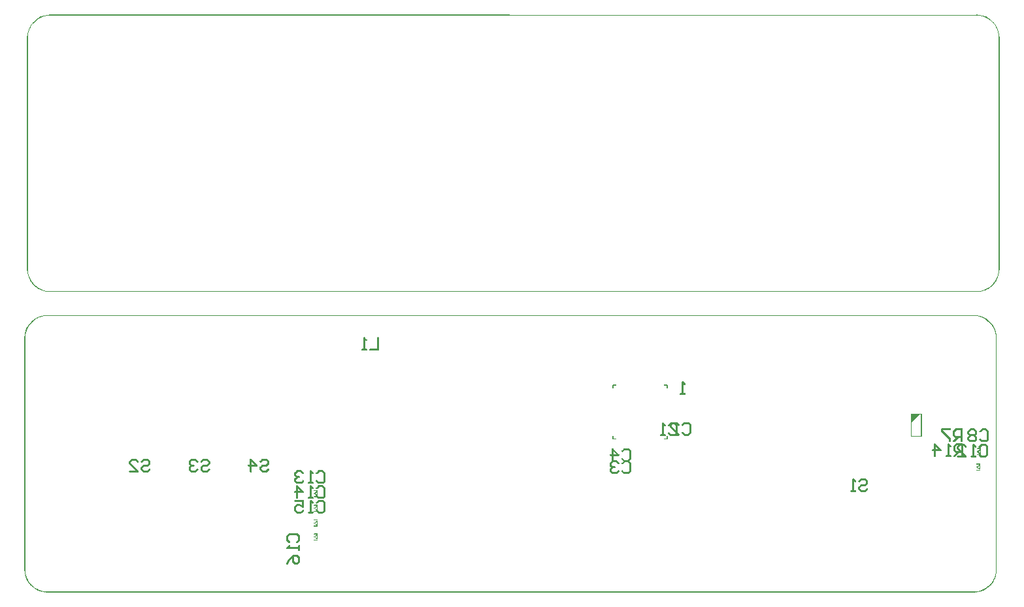
<source format=gbo>
%MOIN*%
%OFA0B0*%
%FSLAX44Y44*%
%IPPOS*%
%LPD*%
%LPD*%
G36*
X00051234Y00010329D02*
G01*
X00051241Y00010330D01*
X00051247Y00010334D01*
X00051406Y00010431D01*
X00051411Y00010437D01*
X00051415Y00010444D01*
X00051416Y00010451D01*
X00051415Y00010460D01*
X00051411Y00010467D01*
X00051406Y00010471D01*
X00051399Y00010476D01*
X00051391Y00010477D01*
X00051383Y00010476D01*
X00051376Y00010471D01*
X00051219Y00010374D01*
X00051213Y00010368D01*
X00051209Y00010361D01*
X00051209Y00010354D01*
X00051209Y00010346D01*
X00051213Y00010339D01*
X00051219Y00010334D01*
X00051226Y00010330D01*
X00051234Y00010329D01*
G37*
G36*
X00051391Y00010230D02*
G01*
X00051399Y00010232D01*
X00051406Y00010235D01*
X00051411Y00010241D01*
X00051415Y00010248D01*
X00051416Y00010255D01*
X00051415Y00010263D01*
X00051411Y00010270D01*
X00051406Y00010276D01*
X00051247Y00010374D01*
X00051241Y00010378D01*
X00051234Y00010379D01*
X00051226Y00010378D01*
X00051219Y00010374D01*
X00051213Y00010368D01*
X00051209Y00010361D01*
X00051209Y00010354D01*
X00051209Y00010346D01*
X00051213Y00010339D01*
X00051219Y00010334D01*
X00051376Y00010235D01*
X00051383Y00010232D01*
X00051391Y00010230D01*
G37*
G36*
X00051391Y00010230D02*
G01*
X00051399Y00010232D01*
X00051406Y00010235D01*
X00051411Y00010241D01*
X00051415Y00010248D01*
X00051416Y00010255D01*
X00051416Y00010451D01*
X00051415Y00010460D01*
X00051411Y00010467D01*
X00051406Y00010471D01*
X00051399Y00010476D01*
X00051391Y00010477D01*
X00051383Y00010476D01*
X00051376Y00010471D01*
X00051371Y00010467D01*
X00051367Y00010460D01*
X00051365Y00010451D01*
X00051365Y00010255D01*
X00051367Y00010248D01*
X00051371Y00010241D01*
X00051376Y00010235D01*
X00051383Y00010232D01*
X00051391Y00010230D01*
G37*
G36*
X00051391Y00010486D02*
G01*
X00051399Y00010487D01*
X00051406Y00010491D01*
X00051411Y00010497D01*
X00051415Y00010503D01*
X00051416Y00010511D01*
X00051415Y00010519D01*
X00051411Y00010526D01*
X00051406Y00010531D01*
X00051399Y00010535D01*
X00051391Y00010536D01*
X00051234Y00010536D01*
X00051226Y00010535D01*
X00051219Y00010531D01*
X00051213Y00010526D01*
X00051209Y00010519D01*
X00051209Y00010511D01*
X00051209Y00010503D01*
X00051213Y00010497D01*
X00051219Y00010491D01*
X00051226Y00010487D01*
X00051234Y00010486D01*
X00051391Y00010486D01*
G37*
G36*
X00051391Y00010170D02*
G01*
X00051399Y00010172D01*
X00051406Y00010176D01*
X00051411Y00010182D01*
X00051415Y00010189D01*
X00051416Y00010196D01*
X00051415Y00010204D01*
X00051411Y00010210D01*
X00051406Y00010216D01*
X00051399Y00010220D01*
X00051391Y00010221D01*
X00051234Y00010221D01*
X00051226Y00010220D01*
X00051219Y00010216D01*
X00051213Y00010210D01*
X00051209Y00010204D01*
X00051209Y00010196D01*
X00051209Y00010189D01*
X00051213Y00010182D01*
X00051219Y00010176D01*
X00051226Y00010172D01*
X00051234Y00010170D01*
X00051391Y00010170D01*
G37*
G36*
X00051204Y00009541D02*
G01*
X00051212Y00009543D01*
X00051219Y00009546D01*
X00051376Y00009645D01*
X00051382Y00009650D01*
X00051384Y00009657D01*
X00051387Y00009665D01*
X00051384Y00009672D01*
X00051382Y00009679D01*
X00051376Y00009685D01*
X00051369Y00009689D01*
X00051362Y00009690D01*
X00051354Y00009689D01*
X00051346Y00009685D01*
X00051189Y00009587D01*
X00051184Y00009581D01*
X00051180Y00009574D01*
X00051179Y00009566D01*
X00051180Y00009559D01*
X00051184Y00009552D01*
X00051189Y00009546D01*
X00051196Y00009543D01*
X00051204Y00009541D01*
G37*
G36*
X00051362Y00009443D02*
G01*
X00051369Y00009444D01*
X00051376Y00009448D01*
X00051382Y00009453D01*
X00051384Y00009460D01*
X00051387Y00009468D01*
X00051384Y00009476D01*
X00051382Y00009483D01*
X00051376Y00009488D01*
X00051219Y00009587D01*
X00051212Y00009590D01*
X00051204Y00009591D01*
X00051196Y00009590D01*
X00051189Y00009587D01*
X00051184Y00009581D01*
X00051180Y00009574D01*
X00051179Y00009566D01*
X00051180Y00009559D01*
X00051184Y00009552D01*
X00051189Y00009546D01*
X00051346Y00009448D01*
X00051354Y00009444D01*
X00051362Y00009443D01*
G37*
G36*
X00051362Y00009443D02*
G01*
X00051369Y00009444D01*
X00051376Y00009448D01*
X00051382Y00009453D01*
X00051384Y00009460D01*
X00051387Y00009468D01*
X00051387Y00009665D01*
X00051384Y00009672D01*
X00051382Y00009679D01*
X00051376Y00009685D01*
X00051369Y00009689D01*
X00051362Y00009690D01*
X00051354Y00009689D01*
X00051346Y00009685D01*
X00051341Y00009679D01*
X00051338Y00009672D01*
X00051337Y00009665D01*
X00051337Y00009468D01*
X00051338Y00009460D01*
X00051341Y00009453D01*
X00051346Y00009448D01*
X00051354Y00009444D01*
X00051362Y00009443D01*
G37*
G36*
X00051362Y00009699D02*
G01*
X00051369Y00009700D01*
X00051376Y00009704D01*
X00051382Y00009709D01*
X00051384Y00009716D01*
X00051387Y00009724D01*
X00051384Y00009732D01*
X00051382Y00009739D01*
X00051376Y00009744D01*
X00051369Y00009748D01*
X00051362Y00009749D01*
X00051204Y00009749D01*
X00051196Y00009748D01*
X00051189Y00009744D01*
X00051184Y00009739D01*
X00051180Y00009732D01*
X00051179Y00009724D01*
X00051180Y00009716D01*
X00051184Y00009709D01*
X00051189Y00009704D01*
X00051196Y00009700D01*
X00051204Y00009699D01*
X00051362Y00009699D01*
G37*
G36*
X00051362Y00009384D02*
G01*
X00051369Y00009385D01*
X00051376Y00009389D01*
X00051382Y00009394D01*
X00051384Y00009401D01*
X00051387Y00009409D01*
X00051384Y00009417D01*
X00051382Y00009424D01*
X00051376Y00009429D01*
X00051369Y00009433D01*
X00051362Y00009434D01*
X00051204Y00009434D01*
X00051196Y00009433D01*
X00051189Y00009429D01*
X00051184Y00009424D01*
X00051180Y00009417D01*
X00051179Y00009409D01*
X00051180Y00009401D01*
X00051184Y00009394D01*
X00051189Y00009389D01*
X00051196Y00009385D01*
X00051204Y00009384D01*
X00051362Y00009384D01*
G37*
G36*
X00017405Y00006686D02*
G01*
X00017413Y00006687D01*
X00017420Y00006692D01*
X00017577Y00006790D01*
X00017582Y00006796D01*
X00017586Y00006802D01*
X00017587Y00006810D01*
X00017586Y00006818D01*
X00017582Y00006825D01*
X00017577Y00006831D01*
X00017570Y00006833D01*
X00017562Y00006834D01*
X00017555Y00006833D01*
X00017548Y00006831D01*
X00017390Y00006732D01*
X00017385Y00006727D01*
X00017381Y00006720D01*
X00017380Y00006711D01*
X00017381Y00006704D01*
X00017385Y00006697D01*
X00017390Y00006692D01*
X00017396Y00006687D01*
X00017405Y00006686D01*
G37*
G36*
X00017562Y00006588D02*
G01*
X00017570Y00006589D01*
X00017577Y00006592D01*
X00017582Y00006599D01*
X00017586Y00006606D01*
X00017587Y00006614D01*
X00017586Y00006620D01*
X00017582Y00006627D01*
X00017577Y00006634D01*
X00017420Y00006732D01*
X00017413Y00006736D01*
X00017405Y00006737D01*
X00017396Y00006736D01*
X00017390Y00006732D01*
X00017385Y00006727D01*
X00017381Y00006720D01*
X00017380Y00006711D01*
X00017381Y00006704D01*
X00017385Y00006697D01*
X00017390Y00006692D01*
X00017548Y00006592D01*
X00017555Y00006589D01*
X00017562Y00006588D01*
G37*
G36*
X00017562Y00006588D02*
G01*
X00017570Y00006589D01*
X00017577Y00006592D01*
X00017582Y00006599D01*
X00017586Y00006606D01*
X00017587Y00006614D01*
X00017587Y00006810D01*
X00017586Y00006818D01*
X00017582Y00006825D01*
X00017577Y00006831D01*
X00017570Y00006833D01*
X00017562Y00006834D01*
X00017555Y00006833D01*
X00017548Y00006831D01*
X00017542Y00006825D01*
X00017539Y00006818D01*
X00017537Y00006810D01*
X00017537Y00006614D01*
X00017539Y00006606D01*
X00017542Y00006599D01*
X00017548Y00006592D01*
X00017555Y00006589D01*
X00017562Y00006588D01*
G37*
G36*
X00017562Y00006844D02*
G01*
X00017570Y00006846D01*
X00017577Y00006848D01*
X00017582Y00006855D01*
X00017586Y00006861D01*
X00017587Y00006868D01*
X00017586Y00006877D01*
X00017582Y00006884D01*
X00017577Y00006889D01*
X00017570Y00006892D01*
X00017562Y00006893D01*
X00017405Y00006893D01*
X00017396Y00006892D01*
X00017390Y00006889D01*
X00017385Y00006884D01*
X00017381Y00006877D01*
X00017380Y00006868D01*
X00017381Y00006861D01*
X00017385Y00006855D01*
X00017390Y00006848D01*
X00017396Y00006846D01*
X00017405Y00006844D01*
X00017562Y00006844D01*
G37*
G36*
X00017562Y00006529D02*
G01*
X00017570Y00006530D01*
X00017577Y00006533D01*
X00017582Y00006540D01*
X00017586Y00006546D01*
X00017587Y00006555D01*
X00017586Y00006561D01*
X00017582Y00006569D01*
X00017577Y00006575D01*
X00017570Y00006578D01*
X00017562Y00006580D01*
X00017405Y00006580D01*
X00017396Y00006578D01*
X00017390Y00006575D01*
X00017385Y00006569D01*
X00017381Y00006561D01*
X00017380Y00006555D01*
X00017381Y00006546D01*
X00017385Y00006540D01*
X00017390Y00006533D01*
X00017396Y00006530D01*
X00017405Y00006529D01*
X00017562Y00006529D01*
G37*
G36*
X00017405Y00007435D02*
G01*
X00017413Y00007436D01*
X00017420Y00007439D01*
X00017577Y00007538D01*
X00017582Y00007544D01*
X00017586Y00007551D01*
X00017587Y00007558D01*
X00017586Y00007566D01*
X00017582Y00007573D01*
X00017577Y00007579D01*
X00017570Y00007582D01*
X00017562Y00007583D01*
X00017555Y00007582D01*
X00017548Y00007579D01*
X00017390Y00007480D01*
X00017385Y00007475D01*
X00017381Y00007468D01*
X00017380Y00007460D01*
X00017381Y00007452D01*
X00017385Y00007445D01*
X00017390Y00007439D01*
X00017396Y00007436D01*
X00017405Y00007435D01*
G37*
G36*
X00017562Y00007337D02*
G01*
X00017570Y00007338D01*
X00017577Y00007341D01*
X00017582Y00007347D01*
X00017586Y00007354D01*
X00017587Y00007362D01*
X00017586Y00007369D01*
X00017582Y00007376D01*
X00017577Y00007381D01*
X00017420Y00007480D01*
X00017413Y00007483D01*
X00017405Y00007485D01*
X00017396Y00007483D01*
X00017390Y00007480D01*
X00017385Y00007475D01*
X00017381Y00007468D01*
X00017380Y00007460D01*
X00017381Y00007452D01*
X00017385Y00007445D01*
X00017390Y00007439D01*
X00017548Y00007341D01*
X00017555Y00007338D01*
X00017562Y00007337D01*
G37*
G36*
X00017562Y00007337D02*
G01*
X00017570Y00007338D01*
X00017577Y00007341D01*
X00017582Y00007347D01*
X00017586Y00007354D01*
X00017587Y00007362D01*
X00017587Y00007558D01*
X00017586Y00007566D01*
X00017582Y00007573D01*
X00017577Y00007579D01*
X00017570Y00007582D01*
X00017562Y00007583D01*
X00017555Y00007582D01*
X00017548Y00007579D01*
X00017542Y00007573D01*
X00017539Y00007566D01*
X00017537Y00007558D01*
X00017537Y00007362D01*
X00017539Y00007354D01*
X00017542Y00007347D01*
X00017548Y00007341D01*
X00017555Y00007338D01*
X00017562Y00007337D01*
G37*
G36*
X00017562Y00007592D02*
G01*
X00017570Y00007593D01*
X00017577Y00007597D01*
X00017582Y00007603D01*
X00017586Y00007610D01*
X00017587Y00007618D01*
X00017586Y00007624D01*
X00017582Y00007632D01*
X00017577Y00007638D01*
X00017570Y00007641D01*
X00017562Y00007643D01*
X00017405Y00007643D01*
X00017396Y00007641D01*
X00017390Y00007638D01*
X00017385Y00007632D01*
X00017381Y00007624D01*
X00017380Y00007618D01*
X00017381Y00007610D01*
X00017385Y00007603D01*
X00017390Y00007597D01*
X00017396Y00007593D01*
X00017405Y00007592D01*
X00017562Y00007592D01*
G37*
G36*
X00017562Y00007278D02*
G01*
X00017570Y00007279D01*
X00017577Y00007282D01*
X00017582Y00007287D01*
X00017586Y00007295D01*
X00017587Y00007302D01*
X00017586Y00007310D01*
X00017582Y00007317D01*
X00017577Y00007322D01*
X00017570Y00007326D01*
X00017562Y00007328D01*
X00017405Y00007328D01*
X00017396Y00007326D01*
X00017390Y00007322D01*
X00017385Y00007317D01*
X00017381Y00007310D01*
X00017380Y00007302D01*
X00017381Y00007295D01*
X00017385Y00007287D01*
X00017390Y00007282D01*
X00017396Y00007279D01*
X00017405Y00007278D01*
X00017562Y00007278D01*
G37*
G36*
X00017405Y00005969D02*
G01*
X00017413Y00005970D01*
X00017420Y00005973D01*
X00017577Y00006072D01*
X00017582Y00006077D01*
X00017586Y00006084D01*
X00017587Y00006092D01*
X00017586Y00006100D01*
X00017582Y00006107D01*
X00017577Y00006112D01*
X00017570Y00006116D01*
X00017562Y00006117D01*
X00017555Y00006116D01*
X00017548Y00006112D01*
X00017390Y00006014D01*
X00017385Y00006008D01*
X00017381Y00006001D01*
X00017380Y00005994D01*
X00017381Y00005986D01*
X00017385Y00005979D01*
X00017390Y00005973D01*
X00017396Y00005970D01*
X00017405Y00005969D01*
G37*
G36*
X00017562Y00005870D02*
G01*
X00017570Y00005871D01*
X00017577Y00005875D01*
X00017582Y00005880D01*
X00017586Y00005887D01*
X00017587Y00005895D01*
X00017586Y00005903D01*
X00017582Y00005910D01*
X00017577Y00005915D01*
X00017420Y00006014D01*
X00017413Y00006017D01*
X00017405Y00006019D01*
X00017396Y00006017D01*
X00017390Y00006014D01*
X00017385Y00006008D01*
X00017381Y00006001D01*
X00017380Y00005994D01*
X00017381Y00005986D01*
X00017385Y00005979D01*
X00017390Y00005973D01*
X00017548Y00005875D01*
X00017555Y00005871D01*
X00017562Y00005870D01*
G37*
G36*
X00017562Y00005870D02*
G01*
X00017570Y00005871D01*
X00017577Y00005875D01*
X00017582Y00005880D01*
X00017586Y00005887D01*
X00017587Y00005895D01*
X00017587Y00006092D01*
X00017586Y00006100D01*
X00017582Y00006107D01*
X00017577Y00006112D01*
X00017570Y00006116D01*
X00017562Y00006117D01*
X00017555Y00006116D01*
X00017548Y00006112D01*
X00017542Y00006107D01*
X00017539Y00006100D01*
X00017537Y00006092D01*
X00017537Y00005895D01*
X00017539Y00005887D01*
X00017542Y00005880D01*
X00017548Y00005875D01*
X00017555Y00005871D01*
X00017562Y00005870D01*
G37*
G36*
X00017562Y00006126D02*
G01*
X00017570Y00006127D01*
X00017577Y00006131D01*
X00017582Y00006136D01*
X00017586Y00006143D01*
X00017587Y00006151D01*
X00017586Y00006159D01*
X00017582Y00006166D01*
X00017577Y00006171D01*
X00017570Y00006175D01*
X00017562Y00006176D01*
X00017405Y00006176D01*
X00017396Y00006175D01*
X00017390Y00006171D01*
X00017385Y00006166D01*
X00017381Y00006159D01*
X00017380Y00006151D01*
X00017381Y00006143D01*
X00017385Y00006136D01*
X00017390Y00006131D01*
X00017396Y00006127D01*
X00017405Y00006126D01*
X00017562Y00006126D01*
G37*
G36*
X00017562Y00005810D02*
G01*
X00017570Y00005812D01*
X00017577Y00005816D01*
X00017582Y00005820D01*
X00017586Y00005828D01*
X00017587Y00005836D01*
X00017586Y00005844D01*
X00017582Y00005850D01*
X00017577Y00005856D01*
X00017570Y00005860D01*
X00017562Y00005860D01*
X00017405Y00005860D01*
X00017396Y00005860D01*
X00017390Y00005856D01*
X00017385Y00005850D01*
X00017381Y00005844D01*
X00017380Y00005836D01*
X00017381Y00005828D01*
X00017385Y00005820D01*
X00017390Y00005816D01*
X00017396Y00005812D01*
X00017405Y00005810D01*
X00017562Y00005810D01*
G37*
G36*
X00017405Y00008193D02*
G01*
X00017413Y00008194D01*
X00017420Y00008198D01*
X00017577Y00008296D01*
X00017582Y00008302D01*
X00017586Y00008309D01*
X00017587Y00008316D01*
X00017586Y00008324D01*
X00017582Y00008331D01*
X00017577Y00008337D01*
X00017570Y00008340D01*
X00017562Y00008341D01*
X00017555Y00008340D01*
X00017548Y00008337D01*
X00017390Y00008238D01*
X00017385Y00008233D01*
X00017381Y00008226D01*
X00017380Y00008218D01*
X00017381Y00008210D01*
X00017385Y00008203D01*
X00017390Y00008198D01*
X00017396Y00008194D01*
X00017405Y00008193D01*
G37*
G36*
X00017562Y00008094D02*
G01*
X00017570Y00008096D01*
X00017577Y00008098D01*
X00017582Y00008105D01*
X00017586Y00008112D01*
X00017587Y00008119D01*
X00017586Y00008127D01*
X00017582Y00008134D01*
X00017577Y00008139D01*
X00017420Y00008238D01*
X00017413Y00008242D01*
X00017405Y00008243D01*
X00017396Y00008242D01*
X00017390Y00008238D01*
X00017385Y00008233D01*
X00017381Y00008226D01*
X00017380Y00008218D01*
X00017381Y00008210D01*
X00017385Y00008203D01*
X00017390Y00008198D01*
X00017548Y00008098D01*
X00017555Y00008096D01*
X00017562Y00008094D01*
G37*
G36*
X00017562Y00008094D02*
G01*
X00017570Y00008096D01*
X00017577Y00008098D01*
X00017582Y00008105D01*
X00017586Y00008112D01*
X00017587Y00008119D01*
X00017587Y00008316D01*
X00017586Y00008324D01*
X00017582Y00008331D01*
X00017577Y00008337D01*
X00017570Y00008340D01*
X00017562Y00008341D01*
X00017555Y00008340D01*
X00017548Y00008337D01*
X00017542Y00008331D01*
X00017539Y00008324D01*
X00017537Y00008316D01*
X00017537Y00008119D01*
X00017539Y00008112D01*
X00017542Y00008105D01*
X00017548Y00008098D01*
X00017555Y00008096D01*
X00017562Y00008094D01*
G37*
G36*
X00017562Y00008350D02*
G01*
X00017570Y00008352D01*
X00017577Y00008355D01*
X00017582Y00008361D01*
X00017586Y00008368D01*
X00017587Y00008375D01*
X00017586Y00008383D01*
X00017582Y00008390D01*
X00017577Y00008396D01*
X00017570Y00008399D01*
X00017562Y00008400D01*
X00017405Y00008400D01*
X00017396Y00008399D01*
X00017390Y00008396D01*
X00017385Y00008390D01*
X00017381Y00008383D01*
X00017380Y00008375D01*
X00017381Y00008368D01*
X00017385Y00008361D01*
X00017390Y00008355D01*
X00017396Y00008352D01*
X00017405Y00008350D01*
X00017562Y00008350D01*
G37*
G36*
X00017562Y00008035D02*
G01*
X00017570Y00008037D01*
X00017577Y00008040D01*
X00017582Y00008046D01*
X00017586Y00008053D01*
X00017587Y00008060D01*
X00017586Y00008068D01*
X00017582Y00008075D01*
X00017577Y00008081D01*
X00017570Y00008084D01*
X00017562Y00008085D01*
X00017405Y00008085D01*
X00017396Y00008084D01*
X00017390Y00008081D01*
X00017385Y00008075D01*
X00017381Y00008068D01*
X00017380Y00008060D01*
X00017381Y00008053D01*
X00017385Y00008046D01*
X00017390Y00008040D01*
X00017396Y00008037D01*
X00017405Y00008035D01*
X00017562Y00008035D01*
G37*
G36*
X00035401Y00013589D02*
G01*
X00035409Y00013590D01*
X00035417Y00013593D01*
X00035422Y00013599D01*
X00035426Y00013605D01*
X00035427Y00013613D01*
X00035427Y00013751D01*
X00035426Y00013759D01*
X00035422Y00013766D01*
X00035417Y00013772D01*
X00035409Y00013775D01*
X00035401Y00013776D01*
X00035394Y00013775D01*
X00035387Y00013772D01*
X00035382Y00013766D01*
X00035378Y00013759D01*
X00035377Y00013751D01*
X00035377Y00013613D01*
X00035378Y00013605D01*
X00035382Y00013599D01*
X00035387Y00013593D01*
X00035394Y00013590D01*
X00035401Y00013589D01*
G37*
G36*
X00035401Y00010970D02*
G01*
X00035409Y00010972D01*
X00035417Y00010975D01*
X00035422Y00010981D01*
X00035426Y00010988D01*
X00035427Y00010995D01*
X00035427Y00011133D01*
X00035426Y00011141D01*
X00035422Y00011148D01*
X00035417Y00011153D01*
X00035409Y00011157D01*
X00035401Y00011157D01*
X00035394Y00011157D01*
X00035387Y00011153D01*
X00035382Y00011148D01*
X00035378Y00011141D01*
X00035377Y00011133D01*
X00035377Y00010995D01*
X00035378Y00010988D01*
X00035382Y00010981D01*
X00035387Y00010975D01*
X00035394Y00010972D01*
X00035401Y00010970D01*
G37*
G36*
X00032646Y00013589D02*
G01*
X00032654Y00013590D01*
X00032660Y00013593D01*
X00032666Y00013599D01*
X00032670Y00013605D01*
X00032671Y00013613D01*
X00032671Y00013751D01*
X00032670Y00013759D01*
X00032666Y00013766D01*
X00032660Y00013772D01*
X00032654Y00013775D01*
X00032646Y00013776D01*
X00032639Y00013775D01*
X00032632Y00013772D01*
X00032626Y00013766D01*
X00032622Y00013759D01*
X00032621Y00013751D01*
X00032621Y00013613D01*
X00032622Y00013605D01*
X00032626Y00013599D01*
X00032632Y00013593D01*
X00032639Y00013590D01*
X00032646Y00013589D01*
G37*
G36*
X00032646Y00010970D02*
G01*
X00032654Y00010972D01*
X00032660Y00010975D01*
X00032666Y00010981D01*
X00032670Y00010988D01*
X00032671Y00010995D01*
X00032671Y00011133D01*
X00032670Y00011141D01*
X00032666Y00011148D01*
X00032660Y00011153D01*
X00032654Y00011157D01*
X00032646Y00011157D01*
X00032639Y00011157D01*
X00032632Y00011153D01*
X00032626Y00011148D01*
X00032622Y00011141D01*
X00032621Y00011133D01*
X00032621Y00010995D01*
X00032622Y00010988D01*
X00032626Y00010981D01*
X00032632Y00010975D01*
X00032639Y00010972D01*
X00032646Y00010970D01*
G37*
G36*
X00035401Y00013725D02*
G01*
X00035409Y00013727D01*
X00035417Y00013731D01*
X00035422Y00013737D01*
X00035426Y00013744D01*
X00035427Y00013751D01*
X00035426Y00013759D01*
X00035422Y00013766D01*
X00035417Y00013772D01*
X00035409Y00013775D01*
X00035401Y00013776D01*
X00035264Y00013776D01*
X00035257Y00013775D01*
X00035250Y00013772D01*
X00035244Y00013766D01*
X00035241Y00013759D01*
X00035239Y00013751D01*
X00035241Y00013744D01*
X00035244Y00013737D01*
X00035250Y00013731D01*
X00035257Y00013727D01*
X00035264Y00013725D01*
X00035401Y00013725D01*
G37*
G36*
X00035401Y00010970D02*
G01*
X00035409Y00010972D01*
X00035417Y00010975D01*
X00035422Y00010981D01*
X00035426Y00010988D01*
X00035427Y00010995D01*
X00035426Y00011003D01*
X00035422Y00011010D01*
X00035417Y00011016D01*
X00035409Y00011019D01*
X00035401Y00011020D01*
X00035264Y00011020D01*
X00035257Y00011019D01*
X00035250Y00011016D01*
X00035244Y00011010D01*
X00035241Y00011003D01*
X00035239Y00010995D01*
X00035241Y00010988D01*
X00035244Y00010981D01*
X00035250Y00010975D01*
X00035257Y00010972D01*
X00035264Y00010970D01*
X00035401Y00010970D01*
G37*
G36*
X00032784Y00013725D02*
G01*
X00032792Y00013727D01*
X00032799Y00013731D01*
X00032804Y00013737D01*
X00032808Y00013744D01*
X00032809Y00013751D01*
X00032808Y00013759D01*
X00032804Y00013766D01*
X00032799Y00013772D01*
X00032792Y00013775D01*
X00032784Y00013776D01*
X00032646Y00013776D01*
X00032639Y00013775D01*
X00032632Y00013772D01*
X00032626Y00013766D01*
X00032622Y00013759D01*
X00032621Y00013751D01*
X00032622Y00013744D01*
X00032626Y00013737D01*
X00032632Y00013731D01*
X00032639Y00013727D01*
X00032646Y00013725D01*
X00032784Y00013725D01*
G37*
G36*
X00032784Y00010970D02*
G01*
X00032792Y00010972D01*
X00032799Y00010975D01*
X00032804Y00010981D01*
X00032808Y00010988D01*
X00032809Y00010995D01*
X00032808Y00011003D01*
X00032804Y00011010D01*
X00032799Y00011016D01*
X00032792Y00011019D01*
X00032784Y00011020D01*
X00032646Y00011020D01*
X00032639Y00011019D01*
X00032632Y00011016D01*
X00032626Y00011010D01*
X00032622Y00011003D01*
X00032621Y00010995D01*
X00032622Y00010988D01*
X00032626Y00010981D01*
X00032632Y00010975D01*
X00032639Y00010972D01*
X00032646Y00010970D01*
X00032784Y00010970D01*
G37*
G36*
X00045204Y00008786D02*
G01*
X00045218Y00008789D01*
X00045233Y00008796D01*
X00045344Y00008907D01*
X00045351Y00008921D01*
X00045354Y00008936D01*
X00045351Y00008952D01*
X00045344Y00008966D01*
X00045333Y00008977D01*
X00045319Y00008984D01*
X00045304Y00008986D01*
X00045288Y00008984D01*
X00045274Y00008977D01*
X00045163Y00008866D01*
X00045156Y00008852D01*
X00045154Y00008836D01*
X00045156Y00008821D01*
X00045163Y00008807D01*
X00045174Y00008796D01*
X00045188Y00008789D01*
X00045204Y00008786D01*
G37*
G36*
X00045504Y00008886D02*
G01*
X00045519Y00008889D01*
X00045533Y00008896D01*
X00045544Y00008907D01*
X00045551Y00008921D01*
X00045554Y00008936D01*
X00045551Y00008952D01*
X00045544Y00008966D01*
X00045533Y00008977D01*
X00045519Y00008984D01*
X00045504Y00008986D01*
X00045304Y00008986D01*
X00045288Y00008984D01*
X00045274Y00008977D01*
X00045263Y00008966D01*
X00045256Y00008952D01*
X00045254Y00008936D01*
X00045256Y00008921D01*
X00045263Y00008907D01*
X00045274Y00008896D01*
X00045288Y00008889D01*
X00045304Y00008886D01*
X00045504Y00008886D01*
G37*
G36*
X00045603Y00008786D02*
G01*
X00045618Y00008789D01*
X00045633Y00008796D01*
X00045644Y00008807D01*
X00045651Y00008821D01*
X00045653Y00008836D01*
X00045651Y00008852D01*
X00045644Y00008866D01*
X00045533Y00008977D01*
X00045519Y00008984D01*
X00045504Y00008986D01*
X00045488Y00008984D01*
X00045474Y00008977D01*
X00045462Y00008966D01*
X00045456Y00008952D01*
X00045454Y00008936D01*
X00045456Y00008921D01*
X00045462Y00008907D01*
X00045574Y00008796D01*
X00045588Y00008789D01*
X00045603Y00008786D01*
G37*
G36*
X00045603Y00008686D02*
G01*
X00045618Y00008689D01*
X00045633Y00008696D01*
X00045644Y00008707D01*
X00045651Y00008721D01*
X00045653Y00008736D01*
X00045653Y00008836D01*
X00045651Y00008852D01*
X00045644Y00008866D01*
X00045633Y00008877D01*
X00045618Y00008884D01*
X00045603Y00008886D01*
X00045588Y00008884D01*
X00045574Y00008877D01*
X00045563Y00008866D01*
X00045556Y00008852D01*
X00045553Y00008836D01*
X00045553Y00008736D01*
X00045556Y00008721D01*
X00045563Y00008707D01*
X00045574Y00008696D01*
X00045588Y00008689D01*
X00045603Y00008686D01*
G37*
G36*
X00045504Y00008586D02*
G01*
X00045519Y00008589D01*
X00045533Y00008596D01*
X00045644Y00008707D01*
X00045651Y00008721D01*
X00045653Y00008736D01*
X00045651Y00008752D01*
X00045644Y00008766D01*
X00045633Y00008777D01*
X00045618Y00008784D01*
X00045603Y00008786D01*
X00045588Y00008784D01*
X00045574Y00008777D01*
X00045462Y00008666D01*
X00045456Y00008652D01*
X00045454Y00008636D01*
X00045456Y00008621D01*
X00045462Y00008607D01*
X00045474Y00008596D01*
X00045488Y00008589D01*
X00045504Y00008586D01*
G37*
G36*
X00045504Y00008586D02*
G01*
X00045519Y00008589D01*
X00045533Y00008596D01*
X00045544Y00008607D01*
X00045551Y00008621D01*
X00045554Y00008636D01*
X00045551Y00008652D01*
X00045544Y00008666D01*
X00045533Y00008677D01*
X00045519Y00008684D01*
X00045504Y00008686D01*
X00045304Y00008686D01*
X00045288Y00008684D01*
X00045274Y00008677D01*
X00045263Y00008666D01*
X00045256Y00008652D01*
X00045254Y00008636D01*
X00045256Y00008621D01*
X00045263Y00008607D01*
X00045274Y00008596D01*
X00045288Y00008589D01*
X00045304Y00008586D01*
X00045504Y00008586D01*
G37*
G36*
X00045204Y00008486D02*
G01*
X00045218Y00008489D01*
X00045233Y00008496D01*
X00045244Y00008507D01*
X00045344Y00008607D01*
X00045351Y00008621D01*
X00045354Y00008636D01*
X00045351Y00008652D01*
X00045344Y00008666D01*
X00045333Y00008677D01*
X00045319Y00008684D01*
X00045304Y00008686D01*
X00045288Y00008684D01*
X00045274Y00008677D01*
X00045263Y00008666D01*
X00045163Y00008566D01*
X00045156Y00008552D01*
X00045154Y00008536D01*
X00045156Y00008521D01*
X00045163Y00008507D01*
X00045174Y00008496D01*
X00045188Y00008489D01*
X00045204Y00008486D01*
G37*
G36*
X00045204Y00008386D02*
G01*
X00045218Y00008389D01*
X00045233Y00008396D01*
X00045244Y00008407D01*
X00045251Y00008421D01*
X00045254Y00008436D01*
X00045254Y00008536D01*
X00045251Y00008552D01*
X00045244Y00008566D01*
X00045233Y00008577D01*
X00045218Y00008584D01*
X00045204Y00008586D01*
X00045188Y00008584D01*
X00045174Y00008577D01*
X00045163Y00008566D01*
X00045156Y00008552D01*
X00045154Y00008536D01*
X00045154Y00008436D01*
X00045156Y00008421D01*
X00045163Y00008407D01*
X00045174Y00008396D01*
X00045188Y00008389D01*
X00045204Y00008386D01*
G37*
G36*
X00045304Y00008287D02*
G01*
X00045319Y00008289D01*
X00045333Y00008296D01*
X00045344Y00008307D01*
X00045351Y00008320D01*
X00045354Y00008337D01*
X00045351Y00008352D01*
X00045344Y00008366D01*
X00045233Y00008477D01*
X00045218Y00008484D01*
X00045204Y00008486D01*
X00045188Y00008484D01*
X00045174Y00008477D01*
X00045163Y00008466D01*
X00045156Y00008452D01*
X00045154Y00008436D01*
X00045156Y00008421D01*
X00045163Y00008407D01*
X00045274Y00008296D01*
X00045288Y00008289D01*
X00045304Y00008287D01*
G37*
G36*
X00045504Y00008287D02*
G01*
X00045519Y00008289D01*
X00045533Y00008296D01*
X00045544Y00008307D01*
X00045551Y00008320D01*
X00045554Y00008337D01*
X00045551Y00008352D01*
X00045544Y00008366D01*
X00045533Y00008377D01*
X00045519Y00008384D01*
X00045504Y00008386D01*
X00045304Y00008386D01*
X00045288Y00008384D01*
X00045274Y00008377D01*
X00045263Y00008366D01*
X00045256Y00008352D01*
X00045254Y00008337D01*
X00045256Y00008320D01*
X00045263Y00008307D01*
X00045274Y00008296D01*
X00045288Y00008289D01*
X00045304Y00008287D01*
X00045504Y00008287D01*
G37*
G36*
X00045504Y00008287D02*
G01*
X00045519Y00008289D01*
X00045533Y00008296D01*
X00045644Y00008407D01*
X00045651Y00008421D01*
X00045653Y00008436D01*
X00045651Y00008452D01*
X00045644Y00008466D01*
X00045633Y00008477D01*
X00045618Y00008484D01*
X00045603Y00008486D01*
X00045588Y00008484D01*
X00045574Y00008477D01*
X00045462Y00008366D01*
X00045456Y00008352D01*
X00045454Y00008337D01*
X00045456Y00008320D01*
X00045462Y00008307D01*
X00045474Y00008296D01*
X00045488Y00008289D01*
X00045504Y00008287D01*
G37*
G36*
X00045004Y00008287D02*
G01*
X00045019Y00008289D01*
X00045033Y00008296D01*
X00045044Y00008307D01*
X00045051Y00008320D01*
X00045054Y00008337D01*
X00045051Y00008352D01*
X00045044Y00008366D01*
X00045033Y00008377D01*
X00045019Y00008384D01*
X00045004Y00008386D01*
X00044804Y00008386D01*
X00044788Y00008384D01*
X00044774Y00008377D01*
X00044763Y00008366D01*
X00044756Y00008352D01*
X00044753Y00008337D01*
X00044756Y00008320D01*
X00044763Y00008307D01*
X00044774Y00008296D01*
X00044788Y00008289D01*
X00044804Y00008287D01*
X00045004Y00008287D01*
G37*
G36*
X00044904Y00008287D02*
G01*
X00044919Y00008289D01*
X00044932Y00008296D01*
X00044944Y00008307D01*
X00044951Y00008320D01*
X00044954Y00008337D01*
X00044951Y00008352D01*
X00044944Y00008366D01*
X00044932Y00008377D01*
X00044919Y00008384D01*
X00044904Y00008386D01*
X00044804Y00008386D01*
X00044788Y00008384D01*
X00044774Y00008377D01*
X00044763Y00008366D01*
X00044756Y00008352D01*
X00044753Y00008337D01*
X00044756Y00008320D01*
X00044763Y00008307D01*
X00044774Y00008296D01*
X00044788Y00008289D01*
X00044804Y00008287D01*
X00044904Y00008287D01*
G37*
G36*
X00044904Y00008287D02*
G01*
X00044919Y00008289D01*
X00044932Y00008296D01*
X00044944Y00008307D01*
X00044951Y00008320D01*
X00044954Y00008337D01*
X00044954Y00008936D01*
X00044951Y00008952D01*
X00044944Y00008966D01*
X00044932Y00008977D01*
X00044919Y00008984D01*
X00044904Y00008986D01*
X00044888Y00008984D01*
X00044874Y00008977D01*
X00044863Y00008966D01*
X00044856Y00008952D01*
X00044854Y00008936D01*
X00044854Y00008337D01*
X00044856Y00008320D01*
X00044863Y00008307D01*
X00044874Y00008296D01*
X00044888Y00008289D01*
X00044904Y00008287D01*
G37*
G36*
X00045004Y00008786D02*
G01*
X00045019Y00008789D01*
X00045033Y00008796D01*
X00045044Y00008807D01*
X00045051Y00008821D01*
X00045054Y00008836D01*
X00045051Y00008852D01*
X00045044Y00008866D01*
X00044932Y00008977D01*
X00044919Y00008984D01*
X00044904Y00008986D01*
X00044888Y00008984D01*
X00044874Y00008977D01*
X00044863Y00008966D01*
X00044856Y00008952D01*
X00044854Y00008936D01*
X00044856Y00008921D01*
X00044863Y00008907D01*
X00044974Y00008796D01*
X00044988Y00008789D01*
X00045004Y00008786D01*
G37*
G36*
X00033122Y00010334D02*
G01*
X00033136Y00010337D01*
X00033151Y00010344D01*
X00033251Y00010444D01*
X00033262Y00010455D01*
X00033269Y00010469D01*
X00033272Y00010484D01*
X00033269Y00010500D01*
X00033262Y00010513D01*
X00033251Y00010525D01*
X00033237Y00010532D01*
X00033221Y00010533D01*
X00033206Y00010532D01*
X00033192Y00010525D01*
X00033092Y00010425D01*
X00033081Y00010414D01*
X00033074Y00010400D01*
X00033072Y00010384D01*
X00033074Y00010369D01*
X00033081Y00010355D01*
X00033092Y00010344D01*
X00033106Y00010337D01*
X00033122Y00010334D01*
G37*
G36*
X00033422Y00010434D02*
G01*
X00033437Y00010437D01*
X00033451Y00010444D01*
X00033461Y00010455D01*
X00033469Y00010469D01*
X00033472Y00010484D01*
X00033469Y00010500D01*
X00033461Y00010513D01*
X00033451Y00010525D01*
X00033437Y00010532D01*
X00033422Y00010533D01*
X00033221Y00010533D01*
X00033206Y00010532D01*
X00033192Y00010525D01*
X00033181Y00010513D01*
X00033174Y00010500D01*
X00033172Y00010484D01*
X00033174Y00010469D01*
X00033181Y00010455D01*
X00033192Y00010444D01*
X00033206Y00010437D01*
X00033221Y00010434D01*
X00033422Y00010434D01*
G37*
G36*
X00033522Y00010334D02*
G01*
X00033537Y00010337D01*
X00033551Y00010344D01*
X00033562Y00010355D01*
X00033569Y00010369D01*
X00033572Y00010384D01*
X00033569Y00010400D01*
X00033562Y00010414D01*
X00033451Y00010525D01*
X00033437Y00010532D01*
X00033422Y00010533D01*
X00033406Y00010532D01*
X00033392Y00010525D01*
X00033380Y00010513D01*
X00033374Y00010500D01*
X00033372Y00010484D01*
X00033374Y00010469D01*
X00033380Y00010455D01*
X00033492Y00010344D01*
X00033506Y00010337D01*
X00033522Y00010334D01*
G37*
G36*
X00033522Y00009934D02*
G01*
X00033537Y00009937D01*
X00033551Y00009944D01*
X00033562Y00009955D01*
X00033569Y00009969D01*
X00033572Y00009984D01*
X00033572Y00010384D01*
X00033569Y00010400D01*
X00033562Y00010414D01*
X00033551Y00010425D01*
X00033537Y00010431D01*
X00033522Y00010434D01*
X00033506Y00010431D01*
X00033492Y00010425D01*
X00033480Y00010414D01*
X00033474Y00010400D01*
X00033472Y00010384D01*
X00033472Y00009984D01*
X00033474Y00009969D01*
X00033480Y00009955D01*
X00033492Y00009944D01*
X00033506Y00009937D01*
X00033522Y00009934D01*
G37*
G36*
X00033422Y00009834D02*
G01*
X00033437Y00009837D01*
X00033451Y00009844D01*
X00033562Y00009955D01*
X00033569Y00009969D01*
X00033572Y00009984D01*
X00033569Y00010000D01*
X00033562Y00010014D01*
X00033551Y00010025D01*
X00033537Y00010032D01*
X00033522Y00010034D01*
X00033506Y00010032D01*
X00033492Y00010025D01*
X00033380Y00009914D01*
X00033374Y00009900D01*
X00033372Y00009884D01*
X00033374Y00009869D01*
X00033380Y00009855D01*
X00033392Y00009844D01*
X00033406Y00009837D01*
X00033422Y00009834D01*
G37*
G36*
X00033422Y00009834D02*
G01*
X00033437Y00009837D01*
X00033451Y00009844D01*
X00033461Y00009855D01*
X00033469Y00009869D01*
X00033472Y00009884D01*
X00033469Y00009900D01*
X00033461Y00009914D01*
X00033451Y00009925D01*
X00033437Y00009932D01*
X00033422Y00009934D01*
X00033221Y00009934D01*
X00033206Y00009932D01*
X00033192Y00009925D01*
X00033181Y00009914D01*
X00033174Y00009900D01*
X00033172Y00009884D01*
X00033174Y00009869D01*
X00033181Y00009855D01*
X00033192Y00009844D01*
X00033206Y00009837D01*
X00033221Y00009834D01*
X00033422Y00009834D01*
G37*
G36*
X00033221Y00009834D02*
G01*
X00033237Y00009837D01*
X00033251Y00009844D01*
X00033262Y00009855D01*
X00033269Y00009869D01*
X00033272Y00009884D01*
X00033269Y00009900D01*
X00033262Y00009914D01*
X00033251Y00009925D01*
X00033151Y00010025D01*
X00033136Y00010032D01*
X00033122Y00010034D01*
X00033106Y00010032D01*
X00033092Y00010025D01*
X00033081Y00010014D01*
X00033074Y00010000D01*
X00033072Y00009984D01*
X00033074Y00009969D01*
X00033081Y00009955D01*
X00033092Y00009944D01*
X00033192Y00009844D01*
X00033206Y00009837D01*
X00033221Y00009834D01*
G37*
G36*
X00032622Y00009834D02*
G01*
X00032636Y00009837D01*
X00032651Y00009844D01*
X00032662Y00009855D01*
X00032669Y00009869D01*
X00032672Y00009884D01*
X00032672Y00010484D01*
X00032669Y00010500D01*
X00032662Y00010513D01*
X00032651Y00010525D01*
X00032636Y00010532D01*
X00032622Y00010533D01*
X00032605Y00010532D01*
X00032592Y00010525D01*
X00032581Y00010513D01*
X00032574Y00010500D01*
X00032572Y00010484D01*
X00032572Y00009884D01*
X00032574Y00009869D01*
X00032581Y00009855D01*
X00032592Y00009844D01*
X00032605Y00009837D01*
X00032622Y00009834D01*
G37*
G36*
X00032922Y00010134D02*
G01*
X00032937Y00010137D01*
X00032951Y00010144D01*
X00032962Y00010155D01*
X00032969Y00010169D01*
X00032972Y00010184D01*
X00032969Y00010200D01*
X00032962Y00010214D01*
X00032951Y00010225D01*
X00032651Y00010525D01*
X00032636Y00010532D01*
X00032622Y00010533D01*
X00032605Y00010532D01*
X00032592Y00010525D01*
X00032581Y00010513D01*
X00032574Y00010500D01*
X00032572Y00010484D01*
X00032574Y00010469D01*
X00032581Y00010455D01*
X00032592Y00010444D01*
X00032892Y00010144D01*
X00032906Y00010137D01*
X00032922Y00010134D01*
G37*
G36*
X00032922Y00010134D02*
G01*
X00032937Y00010137D01*
X00032951Y00010144D01*
X00032962Y00010155D01*
X00032969Y00010169D01*
X00032972Y00010184D01*
X00032969Y00010200D01*
X00032962Y00010214D01*
X00032951Y00010225D01*
X00032937Y00010232D01*
X00032922Y00010234D01*
X00032522Y00010234D01*
X00032506Y00010232D01*
X00032493Y00010225D01*
X00032481Y00010214D01*
X00032474Y00010200D01*
X00032472Y00010184D01*
X00032474Y00010169D01*
X00032481Y00010155D01*
X00032493Y00010144D01*
X00032506Y00010137D01*
X00032522Y00010134D01*
X00032922Y00010134D01*
G37*
G36*
X00035489Y00011652D02*
G01*
X00035505Y00011654D01*
X00035519Y00011661D01*
X00035630Y00011773D01*
X00035637Y00011786D01*
X00035639Y00011802D01*
X00035637Y00011817D01*
X00035630Y00011831D01*
X00035619Y00011842D01*
X00035605Y00011849D01*
X00035589Y00011852D01*
X00035574Y00011849D01*
X00035560Y00011842D01*
X00035449Y00011731D01*
X00035442Y00011717D01*
X00035439Y00011701D01*
X00035442Y00011686D01*
X00035449Y00011673D01*
X00035460Y00011661D01*
X00035474Y00011654D01*
X00035489Y00011652D01*
G37*
G36*
X00035789Y00011752D02*
G01*
X00035804Y00011754D01*
X00035819Y00011761D01*
X00035830Y00011773D01*
X00035837Y00011786D01*
X00035839Y00011802D01*
X00035837Y00011817D01*
X00035830Y00011831D01*
X00035819Y00011842D01*
X00035804Y00011849D01*
X00035789Y00011852D01*
X00035589Y00011852D01*
X00035574Y00011849D01*
X00035560Y00011842D01*
X00035548Y00011831D01*
X00035542Y00011817D01*
X00035539Y00011802D01*
X00035542Y00011786D01*
X00035548Y00011773D01*
X00035560Y00011761D01*
X00035574Y00011754D01*
X00035589Y00011752D01*
X00035789Y00011752D01*
G37*
G36*
X00035889Y00011652D02*
G01*
X00035905Y00011654D01*
X00035919Y00011661D01*
X00035930Y00011673D01*
X00035937Y00011686D01*
X00035939Y00011701D01*
X00035937Y00011717D01*
X00035930Y00011731D01*
X00035819Y00011842D01*
X00035804Y00011849D01*
X00035789Y00011852D01*
X00035773Y00011849D01*
X00035760Y00011842D01*
X00035749Y00011831D01*
X00035742Y00011817D01*
X00035739Y00011802D01*
X00035742Y00011786D01*
X00035749Y00011773D01*
X00035860Y00011661D01*
X00035874Y00011654D01*
X00035889Y00011652D01*
G37*
G36*
X00035889Y00011252D02*
G01*
X00035905Y00011254D01*
X00035919Y00011262D01*
X00035930Y00011273D01*
X00035937Y00011287D01*
X00035939Y00011302D01*
X00035939Y00011701D01*
X00035937Y00011717D01*
X00035930Y00011731D01*
X00035919Y00011742D01*
X00035905Y00011749D01*
X00035889Y00011752D01*
X00035874Y00011749D01*
X00035860Y00011742D01*
X00035849Y00011731D01*
X00035842Y00011717D01*
X00035839Y00011701D01*
X00035839Y00011302D01*
X00035842Y00011287D01*
X00035849Y00011273D01*
X00035860Y00011262D01*
X00035874Y00011254D01*
X00035889Y00011252D01*
G37*
G36*
X00035789Y00011152D02*
G01*
X00035804Y00011155D01*
X00035819Y00011162D01*
X00035930Y00011273D01*
X00035937Y00011287D01*
X00035939Y00011302D01*
X00035937Y00011318D01*
X00035930Y00011331D01*
X00035919Y00011342D01*
X00035905Y00011350D01*
X00035889Y00011352D01*
X00035874Y00011350D01*
X00035860Y00011342D01*
X00035749Y00011231D01*
X00035742Y00011217D01*
X00035739Y00011202D01*
X00035742Y00011187D01*
X00035749Y00011173D01*
X00035760Y00011162D01*
X00035773Y00011155D01*
X00035789Y00011152D01*
G37*
G36*
X00035789Y00011152D02*
G01*
X00035804Y00011155D01*
X00035819Y00011162D01*
X00035830Y00011173D01*
X00035837Y00011187D01*
X00035839Y00011202D01*
X00035837Y00011217D01*
X00035830Y00011231D01*
X00035819Y00011243D01*
X00035804Y00011250D01*
X00035789Y00011252D01*
X00035589Y00011252D01*
X00035574Y00011250D01*
X00035560Y00011243D01*
X00035548Y00011231D01*
X00035542Y00011217D01*
X00035539Y00011202D01*
X00035542Y00011187D01*
X00035548Y00011173D01*
X00035560Y00011162D01*
X00035574Y00011155D01*
X00035589Y00011152D01*
X00035789Y00011152D01*
G37*
G36*
X00035589Y00011152D02*
G01*
X00035605Y00011155D01*
X00035619Y00011162D01*
X00035630Y00011173D01*
X00035637Y00011187D01*
X00035639Y00011202D01*
X00035637Y00011217D01*
X00035630Y00011231D01*
X00035519Y00011342D01*
X00035505Y00011350D01*
X00035489Y00011352D01*
X00035474Y00011350D01*
X00035460Y00011342D01*
X00035449Y00011331D01*
X00035442Y00011318D01*
X00035439Y00011302D01*
X00035442Y00011287D01*
X00035449Y00011273D01*
X00035560Y00011162D01*
X00035574Y00011155D01*
X00035589Y00011152D01*
G37*
G36*
X00035289Y00011152D02*
G01*
X00035304Y00011155D01*
X00035319Y00011162D01*
X00035330Y00011173D01*
X00035337Y00011187D01*
X00035340Y00011202D01*
X00035337Y00011217D01*
X00035330Y00011231D01*
X00035319Y00011243D01*
X00035304Y00011250D01*
X00035289Y00011252D01*
X00035090Y00011252D01*
X00035074Y00011250D01*
X00035060Y00011243D01*
X00035049Y00011231D01*
X00035041Y00011217D01*
X00035040Y00011202D01*
X00035041Y00011187D01*
X00035049Y00011173D01*
X00035060Y00011162D01*
X00035074Y00011155D01*
X00035090Y00011152D01*
X00035289Y00011152D01*
G37*
G36*
X00035190Y00011152D02*
G01*
X00035205Y00011155D01*
X00035219Y00011162D01*
X00035230Y00011173D01*
X00035237Y00011187D01*
X00035240Y00011202D01*
X00035237Y00011217D01*
X00035230Y00011231D01*
X00035219Y00011243D01*
X00035205Y00011250D01*
X00035190Y00011252D01*
X00035090Y00011252D01*
X00035074Y00011250D01*
X00035060Y00011243D01*
X00035049Y00011231D01*
X00035041Y00011217D01*
X00035040Y00011202D01*
X00035041Y00011187D01*
X00035049Y00011173D01*
X00035060Y00011162D01*
X00035074Y00011155D01*
X00035090Y00011152D01*
X00035190Y00011152D01*
G37*
G36*
X00035190Y00011152D02*
G01*
X00035205Y00011155D01*
X00035219Y00011162D01*
X00035230Y00011173D01*
X00035237Y00011187D01*
X00035240Y00011202D01*
X00035240Y00011802D01*
X00035237Y00011817D01*
X00035230Y00011831D01*
X00035219Y00011842D01*
X00035205Y00011849D01*
X00035190Y00011852D01*
X00035174Y00011849D01*
X00035160Y00011842D01*
X00035149Y00011831D01*
X00035142Y00011817D01*
X00035140Y00011802D01*
X00035140Y00011202D01*
X00035142Y00011187D01*
X00035149Y00011173D01*
X00035160Y00011162D01*
X00035174Y00011155D01*
X00035190Y00011152D01*
G37*
G36*
X00035289Y00011652D02*
G01*
X00035304Y00011654D01*
X00035319Y00011661D01*
X00035330Y00011673D01*
X00035337Y00011686D01*
X00035340Y00011701D01*
X00035337Y00011717D01*
X00035330Y00011731D01*
X00035219Y00011842D01*
X00035205Y00011849D01*
X00035190Y00011852D01*
X00035174Y00011849D01*
X00035160Y00011842D01*
X00035149Y00011831D01*
X00035142Y00011817D01*
X00035140Y00011802D01*
X00035142Y00011786D01*
X00035149Y00011773D01*
X00035260Y00011661D01*
X00035274Y00011654D01*
X00035289Y00011652D01*
G37*
G36*
X00033122Y00009711D02*
G01*
X00033136Y00009714D01*
X00033151Y00009721D01*
X00033251Y00009821D01*
X00033262Y00009832D01*
X00033269Y00009846D01*
X00033272Y00009861D01*
X00033269Y00009877D01*
X00033262Y00009891D01*
X00033251Y00009902D01*
X00033237Y00009909D01*
X00033221Y00009911D01*
X00033206Y00009909D01*
X00033192Y00009902D01*
X00033092Y00009802D01*
X00033081Y00009791D01*
X00033074Y00009777D01*
X00033072Y00009761D01*
X00033074Y00009746D01*
X00033081Y00009732D01*
X00033092Y00009721D01*
X00033106Y00009714D01*
X00033122Y00009711D01*
G37*
G36*
X00033421Y00009811D02*
G01*
X00033437Y00009814D01*
X00033451Y00009821D01*
X00033461Y00009832D01*
X00033469Y00009846D01*
X00033471Y00009861D01*
X00033469Y00009877D01*
X00033461Y00009891D01*
X00033451Y00009902D01*
X00033437Y00009909D01*
X00033421Y00009911D01*
X00033221Y00009911D01*
X00033206Y00009909D01*
X00033192Y00009902D01*
X00033181Y00009891D01*
X00033174Y00009877D01*
X00033172Y00009861D01*
X00033174Y00009846D01*
X00033181Y00009832D01*
X00033192Y00009821D01*
X00033206Y00009814D01*
X00033221Y00009811D01*
X00033421Y00009811D01*
G37*
G36*
X00033521Y00009711D02*
G01*
X00033537Y00009714D01*
X00033551Y00009721D01*
X00033562Y00009732D01*
X00033569Y00009746D01*
X00033571Y00009761D01*
X00033569Y00009777D01*
X00033562Y00009791D01*
X00033451Y00009902D01*
X00033437Y00009909D01*
X00033421Y00009911D01*
X00033406Y00009909D01*
X00033392Y00009902D01*
X00033380Y00009891D01*
X00033374Y00009877D01*
X00033371Y00009861D01*
X00033374Y00009846D01*
X00033380Y00009832D01*
X00033492Y00009721D01*
X00033506Y00009714D01*
X00033521Y00009711D01*
G37*
G36*
X00033521Y00009311D02*
G01*
X00033537Y00009314D01*
X00033551Y00009321D01*
X00033562Y00009332D01*
X00033569Y00009346D01*
X00033571Y00009361D01*
X00033571Y00009761D01*
X00033569Y00009777D01*
X00033562Y00009791D01*
X00033551Y00009802D01*
X00033537Y00009809D01*
X00033521Y00009811D01*
X00033506Y00009809D01*
X00033492Y00009802D01*
X00033480Y00009791D01*
X00033474Y00009777D01*
X00033471Y00009761D01*
X00033471Y00009361D01*
X00033474Y00009346D01*
X00033480Y00009332D01*
X00033492Y00009321D01*
X00033506Y00009314D01*
X00033521Y00009311D01*
G37*
G36*
X00033421Y00009211D02*
G01*
X00033437Y00009214D01*
X00033451Y00009221D01*
X00033562Y00009332D01*
X00033569Y00009346D01*
X00033571Y00009361D01*
X00033569Y00009377D01*
X00033562Y00009391D01*
X00033551Y00009402D01*
X00033537Y00009409D01*
X00033521Y00009411D01*
X00033506Y00009409D01*
X00033492Y00009402D01*
X00033380Y00009291D01*
X00033374Y00009277D01*
X00033371Y00009261D01*
X00033374Y00009246D01*
X00033380Y00009232D01*
X00033392Y00009221D01*
X00033406Y00009214D01*
X00033421Y00009211D01*
G37*
G36*
X00033421Y00009211D02*
G01*
X00033437Y00009214D01*
X00033451Y00009221D01*
X00033461Y00009232D01*
X00033469Y00009246D01*
X00033471Y00009261D01*
X00033469Y00009277D01*
X00033461Y00009291D01*
X00033451Y00009302D01*
X00033437Y00009309D01*
X00033421Y00009311D01*
X00033221Y00009311D01*
X00033206Y00009309D01*
X00033192Y00009302D01*
X00033181Y00009291D01*
X00033174Y00009277D01*
X00033172Y00009261D01*
X00033174Y00009246D01*
X00033181Y00009232D01*
X00033192Y00009221D01*
X00033206Y00009214D01*
X00033221Y00009211D01*
X00033421Y00009211D01*
G37*
G36*
X00033221Y00009211D02*
G01*
X00033237Y00009214D01*
X00033251Y00009221D01*
X00033262Y00009232D01*
X00033269Y00009246D01*
X00033272Y00009261D01*
X00033269Y00009277D01*
X00033262Y00009291D01*
X00033251Y00009302D01*
X00033151Y00009402D01*
X00033136Y00009409D01*
X00033122Y00009411D01*
X00033106Y00009409D01*
X00033092Y00009402D01*
X00033081Y00009391D01*
X00033074Y00009377D01*
X00033072Y00009361D01*
X00033074Y00009346D01*
X00033081Y00009332D01*
X00033092Y00009321D01*
X00033192Y00009221D01*
X00033206Y00009214D01*
X00033221Y00009211D01*
G37*
G36*
X00032922Y00009711D02*
G01*
X00032937Y00009714D01*
X00032951Y00009721D01*
X00032962Y00009732D01*
X00032969Y00009746D01*
X00032972Y00009761D01*
X00032969Y00009777D01*
X00032962Y00009791D01*
X00032851Y00009902D01*
X00032837Y00009909D01*
X00032822Y00009911D01*
X00032806Y00009909D01*
X00032792Y00009902D01*
X00032780Y00009891D01*
X00032774Y00009877D01*
X00032772Y00009861D01*
X00032774Y00009846D01*
X00032780Y00009832D01*
X00032892Y00009721D01*
X00032906Y00009714D01*
X00032922Y00009711D01*
G37*
G36*
X00032822Y00009811D02*
G01*
X00032837Y00009814D01*
X00032851Y00009821D01*
X00032862Y00009832D01*
X00032869Y00009846D01*
X00032872Y00009861D01*
X00032869Y00009877D01*
X00032862Y00009891D01*
X00032851Y00009902D01*
X00032837Y00009909D01*
X00032822Y00009911D01*
X00032622Y00009911D01*
X00032605Y00009909D01*
X00032592Y00009902D01*
X00032581Y00009891D01*
X00032574Y00009877D01*
X00032572Y00009861D01*
X00032574Y00009846D01*
X00032581Y00009832D01*
X00032592Y00009821D01*
X00032605Y00009814D01*
X00032622Y00009811D01*
X00032822Y00009811D01*
G37*
G36*
X00032522Y00009711D02*
G01*
X00032536Y00009714D01*
X00032551Y00009721D01*
X00032662Y00009832D01*
X00032669Y00009846D01*
X00032672Y00009861D01*
X00032669Y00009877D01*
X00032662Y00009891D01*
X00032651Y00009902D01*
X00032636Y00009909D01*
X00032622Y00009911D01*
X00032605Y00009909D01*
X00032592Y00009902D01*
X00032481Y00009791D01*
X00032474Y00009777D01*
X00032472Y00009761D01*
X00032474Y00009746D01*
X00032481Y00009732D01*
X00032492Y00009721D01*
X00032506Y00009714D01*
X00032522Y00009711D01*
G37*
G36*
X00032522Y00009611D02*
G01*
X00032536Y00009614D01*
X00032551Y00009621D01*
X00032562Y00009632D01*
X00032569Y00009646D01*
X00032572Y00009661D01*
X00032572Y00009761D01*
X00032569Y00009777D01*
X00032562Y00009791D01*
X00032551Y00009802D01*
X00032536Y00009809D01*
X00032522Y00009811D01*
X00032506Y00009809D01*
X00032492Y00009802D01*
X00032481Y00009791D01*
X00032474Y00009777D01*
X00032472Y00009761D01*
X00032472Y00009661D01*
X00032474Y00009646D01*
X00032481Y00009632D01*
X00032492Y00009621D01*
X00032506Y00009614D01*
X00032522Y00009611D01*
G37*
G36*
X00032622Y00009511D02*
G01*
X00032636Y00009514D01*
X00032651Y00009521D01*
X00032662Y00009532D01*
X00032669Y00009546D01*
X00032672Y00009561D01*
X00032669Y00009577D01*
X00032662Y00009591D01*
X00032562Y00009691D01*
X00032551Y00009702D01*
X00032536Y00009709D01*
X00032522Y00009711D01*
X00032506Y00009709D01*
X00032492Y00009702D01*
X00032481Y00009691D01*
X00032474Y00009677D01*
X00032472Y00009661D01*
X00032474Y00009646D01*
X00032481Y00009632D01*
X00032581Y00009532D01*
X00032592Y00009521D01*
X00032605Y00009514D01*
X00032622Y00009511D01*
G37*
G36*
X00032721Y00009511D02*
G01*
X00032737Y00009514D01*
X00032751Y00009521D01*
X00032761Y00009532D01*
X00032768Y00009546D01*
X00032772Y00009561D01*
X00032768Y00009577D01*
X00032761Y00009591D01*
X00032751Y00009602D01*
X00032737Y00009609D01*
X00032721Y00009611D01*
X00032622Y00009611D01*
X00032605Y00009609D01*
X00032592Y00009602D01*
X00032581Y00009591D01*
X00032574Y00009577D01*
X00032572Y00009561D01*
X00032574Y00009546D01*
X00032581Y00009532D01*
X00032592Y00009521D01*
X00032605Y00009514D01*
X00032622Y00009511D01*
X00032721Y00009511D01*
G37*
G36*
X00032721Y00009511D02*
G01*
X00032737Y00009514D01*
X00032751Y00009521D01*
X00032761Y00009532D01*
X00032768Y00009546D01*
X00032772Y00009561D01*
X00032768Y00009577D01*
X00032761Y00009591D01*
X00032751Y00009602D01*
X00032737Y00009609D01*
X00032721Y00009611D01*
X00032622Y00009611D01*
X00032605Y00009609D01*
X00032592Y00009602D01*
X00032581Y00009591D01*
X00032574Y00009577D01*
X00032572Y00009561D01*
X00032574Y00009546D01*
X00032581Y00009532D01*
X00032592Y00009521D01*
X00032605Y00009514D01*
X00032622Y00009511D01*
X00032721Y00009511D01*
G37*
G36*
X00032522Y00009411D02*
G01*
X00032536Y00009414D01*
X00032551Y00009421D01*
X00032662Y00009532D01*
X00032669Y00009546D01*
X00032672Y00009561D01*
X00032669Y00009577D01*
X00032662Y00009591D01*
X00032651Y00009602D01*
X00032636Y00009609D01*
X00032622Y00009611D01*
X00032605Y00009609D01*
X00032592Y00009602D01*
X00032481Y00009491D01*
X00032474Y00009477D01*
X00032472Y00009461D01*
X00032474Y00009446D01*
X00032481Y00009432D01*
X00032492Y00009421D01*
X00032506Y00009414D01*
X00032522Y00009411D01*
G37*
G36*
X00032522Y00009311D02*
G01*
X00032536Y00009314D01*
X00032551Y00009321D01*
X00032562Y00009332D01*
X00032569Y00009346D01*
X00032572Y00009361D01*
X00032572Y00009461D01*
X00032569Y00009477D01*
X00032562Y00009491D01*
X00032551Y00009502D01*
X00032536Y00009509D01*
X00032522Y00009511D01*
X00032506Y00009509D01*
X00032492Y00009502D01*
X00032481Y00009491D01*
X00032474Y00009477D01*
X00032472Y00009461D01*
X00032472Y00009361D01*
X00032474Y00009346D01*
X00032481Y00009332D01*
X00032492Y00009321D01*
X00032506Y00009314D01*
X00032522Y00009311D01*
G37*
G36*
X00032622Y00009211D02*
G01*
X00032636Y00009214D01*
X00032651Y00009221D01*
X00032662Y00009232D01*
X00032669Y00009246D01*
X00032672Y00009261D01*
X00032669Y00009277D01*
X00032662Y00009291D01*
X00032551Y00009402D01*
X00032536Y00009409D01*
X00032522Y00009411D01*
X00032506Y00009409D01*
X00032492Y00009402D01*
X00032481Y00009391D01*
X00032474Y00009377D01*
X00032472Y00009361D01*
X00032474Y00009346D01*
X00032481Y00009332D01*
X00032592Y00009221D01*
X00032605Y00009214D01*
X00032622Y00009211D01*
G37*
G36*
X00032822Y00009211D02*
G01*
X00032837Y00009214D01*
X00032851Y00009221D01*
X00032862Y00009232D01*
X00032869Y00009246D01*
X00032872Y00009261D01*
X00032869Y00009277D01*
X00032862Y00009291D01*
X00032851Y00009302D01*
X00032837Y00009309D01*
X00032822Y00009311D01*
X00032622Y00009311D01*
X00032605Y00009309D01*
X00032592Y00009302D01*
X00032581Y00009291D01*
X00032574Y00009277D01*
X00032572Y00009261D01*
X00032574Y00009246D01*
X00032581Y00009232D01*
X00032592Y00009221D01*
X00032605Y00009214D01*
X00032622Y00009211D01*
X00032822Y00009211D01*
G37*
G36*
X00032822Y00009211D02*
G01*
X00032837Y00009214D01*
X00032851Y00009221D01*
X00032962Y00009332D01*
X00032969Y00009346D01*
X00032972Y00009361D01*
X00032969Y00009377D01*
X00032962Y00009391D01*
X00032951Y00009402D01*
X00032937Y00009409D01*
X00032922Y00009411D01*
X00032906Y00009409D01*
X00032892Y00009402D01*
X00032780Y00009291D01*
X00032774Y00009277D01*
X00032772Y00009261D01*
X00032774Y00009246D01*
X00032780Y00009232D01*
X00032792Y00009221D01*
X00032806Y00009214D01*
X00032822Y00009211D01*
G37*
G36*
X00036190Y00011666D02*
G01*
X00036205Y00011669D01*
X00036219Y00011676D01*
X00036330Y00011787D01*
X00036337Y00011801D01*
X00036340Y00011816D01*
X00036337Y00011832D01*
X00036330Y00011846D01*
X00036319Y00011857D01*
X00036305Y00011863D01*
X00036290Y00011866D01*
X00036274Y00011863D01*
X00036260Y00011857D01*
X00036149Y00011746D01*
X00036142Y00011732D01*
X00036140Y00011716D01*
X00036142Y00011701D01*
X00036149Y00011687D01*
X00036160Y00011676D01*
X00036174Y00011669D01*
X00036190Y00011666D01*
G37*
G36*
X00036489Y00011766D02*
G01*
X00036505Y00011769D01*
X00036519Y00011776D01*
X00036530Y00011787D01*
X00036537Y00011801D01*
X00036540Y00011816D01*
X00036537Y00011832D01*
X00036530Y00011846D01*
X00036519Y00011857D01*
X00036505Y00011863D01*
X00036489Y00011866D01*
X00036290Y00011866D01*
X00036274Y00011863D01*
X00036260Y00011857D01*
X00036249Y00011846D01*
X00036242Y00011832D01*
X00036240Y00011816D01*
X00036242Y00011801D01*
X00036249Y00011787D01*
X00036260Y00011776D01*
X00036274Y00011769D01*
X00036290Y00011766D01*
X00036489Y00011766D01*
G37*
G36*
X00036590Y00011666D02*
G01*
X00036605Y00011669D01*
X00036619Y00011676D01*
X00036630Y00011687D01*
X00036637Y00011701D01*
X00036640Y00011716D01*
X00036637Y00011732D01*
X00036630Y00011746D01*
X00036519Y00011857D01*
X00036505Y00011863D01*
X00036489Y00011866D01*
X00036474Y00011863D01*
X00036460Y00011857D01*
X00036449Y00011846D01*
X00036442Y00011832D01*
X00036440Y00011816D01*
X00036442Y00011801D01*
X00036449Y00011787D01*
X00036560Y00011676D01*
X00036574Y00011669D01*
X00036590Y00011666D01*
G37*
G36*
X00036590Y00011266D02*
G01*
X00036605Y00011269D01*
X00036619Y00011276D01*
X00036630Y00011287D01*
X00036637Y00011301D01*
X00036640Y00011316D01*
X00036640Y00011716D01*
X00036637Y00011732D01*
X00036630Y00011746D01*
X00036619Y00011757D01*
X00036605Y00011763D01*
X00036590Y00011766D01*
X00036574Y00011763D01*
X00036560Y00011757D01*
X00036549Y00011746D01*
X00036542Y00011732D01*
X00036540Y00011716D01*
X00036540Y00011316D01*
X00036542Y00011301D01*
X00036549Y00011287D01*
X00036560Y00011276D01*
X00036574Y00011269D01*
X00036590Y00011266D01*
G37*
G36*
X00036489Y00011166D02*
G01*
X00036505Y00011169D01*
X00036519Y00011176D01*
X00036630Y00011287D01*
X00036637Y00011301D01*
X00036640Y00011316D01*
X00036637Y00011332D01*
X00036630Y00011346D01*
X00036619Y00011357D01*
X00036605Y00011364D01*
X00036590Y00011366D01*
X00036574Y00011364D01*
X00036560Y00011357D01*
X00036449Y00011246D01*
X00036442Y00011232D01*
X00036440Y00011216D01*
X00036442Y00011201D01*
X00036449Y00011187D01*
X00036460Y00011176D01*
X00036474Y00011169D01*
X00036489Y00011166D01*
G37*
G36*
X00036489Y00011166D02*
G01*
X00036505Y00011169D01*
X00036519Y00011176D01*
X00036530Y00011187D01*
X00036537Y00011201D01*
X00036540Y00011216D01*
X00036537Y00011232D01*
X00036530Y00011246D01*
X00036519Y00011257D01*
X00036505Y00011264D01*
X00036489Y00011266D01*
X00036290Y00011266D01*
X00036274Y00011264D01*
X00036260Y00011257D01*
X00036249Y00011246D01*
X00036242Y00011232D01*
X00036240Y00011216D01*
X00036242Y00011201D01*
X00036249Y00011187D01*
X00036260Y00011176D01*
X00036274Y00011169D01*
X00036290Y00011166D01*
X00036489Y00011166D01*
G37*
G36*
X00036290Y00011166D02*
G01*
X00036305Y00011169D01*
X00036319Y00011176D01*
X00036330Y00011187D01*
X00036337Y00011201D01*
X00036340Y00011216D01*
X00036337Y00011232D01*
X00036330Y00011246D01*
X00036219Y00011357D01*
X00036205Y00011364D01*
X00036190Y00011366D01*
X00036174Y00011364D01*
X00036160Y00011357D01*
X00036149Y00011346D01*
X00036142Y00011332D01*
X00036140Y00011316D01*
X00036142Y00011301D01*
X00036149Y00011287D01*
X00036260Y00011176D01*
X00036274Y00011169D01*
X00036290Y00011166D01*
G37*
G36*
X00035990Y00011166D02*
G01*
X00036005Y00011169D01*
X00036019Y00011176D01*
X00036030Y00011187D01*
X00036036Y00011201D01*
X00036040Y00011216D01*
X00036036Y00011232D01*
X00036030Y00011246D01*
X00036019Y00011257D01*
X00036005Y00011264D01*
X00035990Y00011266D01*
X00035590Y00011266D01*
X00035575Y00011264D01*
X00035560Y00011257D01*
X00035550Y00011246D01*
X00035542Y00011232D01*
X00035540Y00011216D01*
X00035542Y00011201D01*
X00035550Y00011187D01*
X00035560Y00011176D01*
X00035575Y00011169D01*
X00035590Y00011166D01*
X00035990Y00011166D01*
G37*
G36*
X00035990Y00011166D02*
G01*
X00036005Y00011169D01*
X00036019Y00011176D01*
X00036030Y00011187D01*
X00036036Y00011201D01*
X00036040Y00011216D01*
X00036036Y00011232D01*
X00036030Y00011246D01*
X00035619Y00011657D01*
X00035605Y00011664D01*
X00035590Y00011666D01*
X00035575Y00011664D01*
X00035560Y00011657D01*
X00035550Y00011646D01*
X00035542Y00011632D01*
X00035540Y00011616D01*
X00035542Y00011601D01*
X00035550Y00011587D01*
X00035961Y00011176D01*
X00035974Y00011169D01*
X00035990Y00011166D01*
G37*
G36*
X00035590Y00011566D02*
G01*
X00035605Y00011569D01*
X00035619Y00011576D01*
X00035630Y00011587D01*
X00035637Y00011601D01*
X00035640Y00011616D01*
X00035640Y00011716D01*
X00035637Y00011732D01*
X00035630Y00011746D01*
X00035619Y00011757D01*
X00035605Y00011763D01*
X00035590Y00011766D01*
X00035575Y00011763D01*
X00035560Y00011757D01*
X00035550Y00011746D01*
X00035542Y00011732D01*
X00035540Y00011716D01*
X00035540Y00011616D01*
X00035542Y00011601D01*
X00035550Y00011587D01*
X00035560Y00011576D01*
X00035575Y00011569D01*
X00035590Y00011566D01*
G37*
G36*
X00035590Y00011666D02*
G01*
X00035605Y00011669D01*
X00035619Y00011676D01*
X00035730Y00011787D01*
X00035738Y00011801D01*
X00035740Y00011816D01*
X00035738Y00011832D01*
X00035730Y00011846D01*
X00035719Y00011857D01*
X00035705Y00011863D01*
X00035690Y00011866D01*
X00035675Y00011863D01*
X00035661Y00011857D01*
X00035550Y00011746D01*
X00035542Y00011732D01*
X00035540Y00011716D01*
X00035542Y00011701D01*
X00035550Y00011687D01*
X00035560Y00011676D01*
X00035575Y00011669D01*
X00035590Y00011666D01*
G37*
G36*
X00035889Y00011766D02*
G01*
X00035905Y00011769D01*
X00035919Y00011776D01*
X00035930Y00011787D01*
X00035938Y00011801D01*
X00035940Y00011816D01*
X00035938Y00011832D01*
X00035930Y00011846D01*
X00035919Y00011857D01*
X00035905Y00011863D01*
X00035889Y00011866D01*
X00035690Y00011866D01*
X00035675Y00011863D01*
X00035661Y00011857D01*
X00035649Y00011846D01*
X00035641Y00011832D01*
X00035640Y00011816D01*
X00035641Y00011801D01*
X00035649Y00011787D01*
X00035661Y00011776D01*
X00035675Y00011769D01*
X00035690Y00011766D01*
X00035889Y00011766D01*
G37*
G36*
X00035990Y00011666D02*
G01*
X00036005Y00011669D01*
X00036019Y00011676D01*
X00036030Y00011687D01*
X00036036Y00011701D01*
X00036040Y00011716D01*
X00036036Y00011732D01*
X00036030Y00011746D01*
X00035919Y00011857D01*
X00035905Y00011863D01*
X00035889Y00011866D01*
X00035875Y00011863D01*
X00035861Y00011857D01*
X00035850Y00011846D01*
X00035842Y00011832D01*
X00035840Y00011816D01*
X00035842Y00011801D01*
X00035850Y00011787D01*
X00035961Y00011676D01*
X00035974Y00011669D01*
X00035990Y00011666D01*
G37*
G36*
X00050453Y00010087D02*
G01*
X00050469Y00010088D01*
X00050483Y00010096D01*
X00050494Y00010107D01*
X00050500Y00010121D01*
X00050503Y00010136D01*
X00050503Y00010736D01*
X00050500Y00010752D01*
X00050494Y00010766D01*
X00050483Y00010777D01*
X00050469Y00010784D01*
X00050453Y00010786D01*
X00050438Y00010784D01*
X00050424Y00010777D01*
X00050413Y00010766D01*
X00050406Y00010752D01*
X00050403Y00010736D01*
X00050403Y00010136D01*
X00050406Y00010121D01*
X00050413Y00010107D01*
X00050424Y00010096D01*
X00050438Y00010088D01*
X00050453Y00010087D01*
G37*
G36*
X00050453Y00010686D02*
G01*
X00050469Y00010689D01*
X00050483Y00010696D01*
X00050494Y00010707D01*
X00050500Y00010721D01*
X00050503Y00010736D01*
X00050500Y00010752D01*
X00050494Y00010766D01*
X00050483Y00010777D01*
X00050469Y00010784D01*
X00050453Y00010786D01*
X00050154Y00010786D01*
X00050138Y00010784D01*
X00050124Y00010777D01*
X00050113Y00010766D01*
X00050106Y00010752D01*
X00050104Y00010736D01*
X00050106Y00010721D01*
X00050113Y00010707D01*
X00050124Y00010696D01*
X00050138Y00010689D01*
X00050154Y00010686D01*
X00050453Y00010686D01*
G37*
G36*
X00050054Y00010586D02*
G01*
X00050069Y00010589D01*
X00050083Y00010596D01*
X00050194Y00010707D01*
X00050201Y00010721D01*
X00050204Y00010736D01*
X00050201Y00010752D01*
X00050194Y00010766D01*
X00050183Y00010777D01*
X00050169Y00010784D01*
X00050154Y00010786D01*
X00050138Y00010784D01*
X00050124Y00010777D01*
X00050012Y00010666D01*
X00050006Y00010652D01*
X00050004Y00010636D01*
X00050006Y00010621D01*
X00050012Y00010607D01*
X00050024Y00010596D01*
X00050038Y00010589D01*
X00050054Y00010586D01*
G37*
G36*
X00050054Y00010386D02*
G01*
X00050069Y00010389D01*
X00050083Y00010396D01*
X00050094Y00010407D01*
X00050101Y00010421D01*
X00050104Y00010436D01*
X00050104Y00010636D01*
X00050101Y00010652D01*
X00050094Y00010666D01*
X00050083Y00010677D01*
X00050069Y00010684D01*
X00050054Y00010686D01*
X00050038Y00010684D01*
X00050024Y00010677D01*
X00050012Y00010666D01*
X00050006Y00010652D01*
X00050004Y00010636D01*
X00050004Y00010436D01*
X00050006Y00010421D01*
X00050012Y00010407D01*
X00050024Y00010396D01*
X00050038Y00010389D01*
X00050054Y00010386D01*
G37*
G36*
X00050154Y00010286D02*
G01*
X00050169Y00010289D01*
X00050183Y00010296D01*
X00050194Y00010307D01*
X00050201Y00010321D01*
X00050204Y00010336D01*
X00050201Y00010351D01*
X00050194Y00010366D01*
X00050083Y00010477D01*
X00050069Y00010484D01*
X00050054Y00010486D01*
X00050038Y00010484D01*
X00050024Y00010477D01*
X00050012Y00010466D01*
X00050006Y00010451D01*
X00050004Y00010436D01*
X00050006Y00010421D01*
X00050012Y00010407D01*
X00050124Y00010296D01*
X00050138Y00010289D01*
X00050154Y00010286D01*
G37*
G36*
X00050453Y00010286D02*
G01*
X00050469Y00010289D01*
X00050483Y00010296D01*
X00050494Y00010307D01*
X00050500Y00010321D01*
X00050503Y00010336D01*
X00050500Y00010351D01*
X00050494Y00010366D01*
X00050483Y00010377D01*
X00050469Y00010384D01*
X00050453Y00010386D01*
X00050154Y00010386D01*
X00050138Y00010384D01*
X00050124Y00010377D01*
X00050113Y00010366D01*
X00050106Y00010351D01*
X00050104Y00010336D01*
X00050106Y00010321D01*
X00050113Y00010307D01*
X00050124Y00010296D01*
X00050138Y00010289D01*
X00050154Y00010286D01*
X00050453Y00010286D01*
G37*
G36*
X00050054Y00010087D02*
G01*
X00050069Y00010088D01*
X00050083Y00010096D01*
X00050283Y00010296D01*
X00050294Y00010307D01*
X00050301Y00010321D01*
X00050304Y00010336D01*
X00050301Y00010351D01*
X00050294Y00010366D01*
X00050283Y00010377D01*
X00050269Y00010384D01*
X00050254Y00010386D01*
X00050237Y00010384D01*
X00050224Y00010377D01*
X00050024Y00010177D01*
X00050012Y00010166D01*
X00050006Y00010152D01*
X00050004Y00010136D01*
X00050006Y00010121D01*
X00050012Y00010107D01*
X00050024Y00010096D01*
X00050038Y00010088D01*
X00050054Y00010087D01*
G37*
G36*
X00049854Y00010087D02*
G01*
X00049869Y00010088D01*
X00049883Y00010096D01*
X00049894Y00010107D01*
X00049901Y00010121D01*
X00049904Y00010136D01*
X00049901Y00010152D01*
X00049894Y00010166D01*
X00049883Y00010177D01*
X00049869Y00010184D01*
X00049854Y00010186D01*
X00049654Y00010186D01*
X00049638Y00010184D01*
X00049624Y00010177D01*
X00049612Y00010166D01*
X00049606Y00010152D01*
X00049604Y00010136D01*
X00049606Y00010121D01*
X00049612Y00010107D01*
X00049624Y00010096D01*
X00049638Y00010088D01*
X00049654Y00010087D01*
X00049854Y00010087D01*
G37*
G36*
X00049753Y00010087D02*
G01*
X00049769Y00010088D01*
X00049783Y00010096D01*
X00049794Y00010107D01*
X00049801Y00010121D01*
X00049804Y00010136D01*
X00049801Y00010152D01*
X00049794Y00010166D01*
X00049783Y00010177D01*
X00049769Y00010184D01*
X00049753Y00010186D01*
X00049654Y00010186D01*
X00049638Y00010184D01*
X00049624Y00010177D01*
X00049612Y00010166D01*
X00049606Y00010152D01*
X00049604Y00010136D01*
X00049606Y00010121D01*
X00049612Y00010107D01*
X00049624Y00010096D01*
X00049638Y00010088D01*
X00049654Y00010087D01*
X00049753Y00010087D01*
G37*
G36*
X00049753Y00010087D02*
G01*
X00049769Y00010088D01*
X00049783Y00010096D01*
X00049794Y00010107D01*
X00049801Y00010121D01*
X00049804Y00010136D01*
X00049804Y00010736D01*
X00049801Y00010752D01*
X00049794Y00010766D01*
X00049783Y00010777D01*
X00049769Y00010784D01*
X00049753Y00010786D01*
X00049738Y00010784D01*
X00049724Y00010777D01*
X00049713Y00010766D01*
X00049706Y00010752D01*
X00049704Y00010736D01*
X00049704Y00010136D01*
X00049706Y00010121D01*
X00049713Y00010107D01*
X00049724Y00010096D01*
X00049738Y00010088D01*
X00049753Y00010087D01*
G37*
G36*
X00049854Y00010586D02*
G01*
X00049869Y00010589D01*
X00049883Y00010596D01*
X00049894Y00010607D01*
X00049901Y00010621D01*
X00049904Y00010636D01*
X00049901Y00010652D01*
X00049894Y00010666D01*
X00049783Y00010777D01*
X00049769Y00010784D01*
X00049753Y00010786D01*
X00049738Y00010784D01*
X00049724Y00010777D01*
X00049713Y00010766D01*
X00049706Y00010752D01*
X00049704Y00010736D01*
X00049706Y00010721D01*
X00049713Y00010707D01*
X00049824Y00010596D01*
X00049837Y00010589D01*
X00049854Y00010586D01*
G37*
G36*
X00049054Y00010087D02*
G01*
X00049069Y00010088D01*
X00049083Y00010096D01*
X00049094Y00010107D01*
X00049102Y00010121D01*
X00049104Y00010136D01*
X00049104Y00010736D01*
X00049102Y00010752D01*
X00049094Y00010766D01*
X00049083Y00010777D01*
X00049069Y00010784D01*
X00049054Y00010786D01*
X00049039Y00010784D01*
X00049025Y00010777D01*
X00049014Y00010766D01*
X00049006Y00010752D01*
X00049004Y00010736D01*
X00049004Y00010136D01*
X00049006Y00010121D01*
X00049014Y00010107D01*
X00049025Y00010096D01*
X00049039Y00010088D01*
X00049054Y00010087D01*
G37*
G36*
X00049353Y00010386D02*
G01*
X00049368Y00010389D01*
X00049383Y00010396D01*
X00049394Y00010407D01*
X00049401Y00010421D01*
X00049404Y00010436D01*
X00049401Y00010451D01*
X00049394Y00010466D01*
X00049094Y00010766D01*
X00049083Y00010777D01*
X00049069Y00010784D01*
X00049054Y00010786D01*
X00049039Y00010784D01*
X00049025Y00010777D01*
X00049014Y00010766D01*
X00049006Y00010752D01*
X00049004Y00010736D01*
X00049006Y00010721D01*
X00049014Y00010707D01*
X00049025Y00010696D01*
X00049025Y00010696D01*
X00049313Y00010407D01*
X00049324Y00010396D01*
X00049338Y00010389D01*
X00049353Y00010386D01*
G37*
G36*
X00049353Y00010386D02*
G01*
X00049368Y00010389D01*
X00049383Y00010396D01*
X00049394Y00010407D01*
X00049401Y00010421D01*
X00049404Y00010436D01*
X00049401Y00010451D01*
X00049394Y00010466D01*
X00049383Y00010477D01*
X00049368Y00010484D01*
X00049353Y00010486D01*
X00048954Y00010486D01*
X00048939Y00010484D01*
X00048925Y00010477D01*
X00048914Y00010466D01*
X00048906Y00010451D01*
X00048904Y00010436D01*
X00048906Y00010421D01*
X00048914Y00010407D01*
X00048925Y00010396D01*
X00048939Y00010389D01*
X00048954Y00010386D01*
X00049353Y00010386D01*
G37*
G36*
X00050433Y00010846D02*
G01*
X00050449Y00010849D01*
X00050463Y00010855D01*
X00050474Y00010867D01*
X00050481Y00010881D01*
X00050483Y00010895D01*
X00050483Y00011496D01*
X00050481Y00011512D01*
X00050474Y00011526D01*
X00050463Y00011537D01*
X00050449Y00011544D01*
X00050433Y00011546D01*
X00050418Y00011544D01*
X00050404Y00011537D01*
X00050393Y00011526D01*
X00050386Y00011512D01*
X00050384Y00011496D01*
X00050384Y00010895D01*
X00050386Y00010881D01*
X00050393Y00010867D01*
X00050404Y00010855D01*
X00050418Y00010849D01*
X00050433Y00010846D01*
G37*
G36*
X00050433Y00011446D02*
G01*
X00050449Y00011449D01*
X00050463Y00011456D01*
X00050474Y00011467D01*
X00050481Y00011480D01*
X00050483Y00011496D01*
X00050481Y00011512D01*
X00050474Y00011526D01*
X00050463Y00011537D01*
X00050449Y00011544D01*
X00050433Y00011546D01*
X00050134Y00011546D01*
X00050118Y00011544D01*
X00050104Y00011537D01*
X00050093Y00011526D01*
X00050086Y00011512D01*
X00050084Y00011496D01*
X00050086Y00011480D01*
X00050093Y00011467D01*
X00050104Y00011456D01*
X00050118Y00011449D01*
X00050134Y00011446D01*
X00050433Y00011446D01*
G37*
G36*
X00050034Y00011346D02*
G01*
X00050049Y00011349D01*
X00050063Y00011356D01*
X00050174Y00011467D01*
X00050180Y00011480D01*
X00050184Y00011496D01*
X00050180Y00011512D01*
X00050174Y00011526D01*
X00050163Y00011537D01*
X00050149Y00011544D01*
X00050134Y00011546D01*
X00050118Y00011544D01*
X00050104Y00011537D01*
X00049993Y00011426D01*
X00049986Y00011412D01*
X00049984Y00011396D01*
X00049986Y00011380D01*
X00049993Y00011367D01*
X00050004Y00011356D01*
X00050018Y00011349D01*
X00050034Y00011346D01*
G37*
G36*
X00050034Y00011146D02*
G01*
X00050049Y00011149D01*
X00050063Y00011156D01*
X00050073Y00011167D01*
X00050081Y00011181D01*
X00050084Y00011196D01*
X00050084Y00011396D01*
X00050081Y00011412D01*
X00050073Y00011426D01*
X00050063Y00011437D01*
X00050049Y00011444D01*
X00050034Y00011446D01*
X00050018Y00011444D01*
X00050004Y00011437D01*
X00049993Y00011426D01*
X00049986Y00011412D01*
X00049984Y00011396D01*
X00049984Y00011196D01*
X00049986Y00011181D01*
X00049993Y00011167D01*
X00050004Y00011156D01*
X00050018Y00011149D01*
X00050034Y00011146D01*
G37*
G36*
X00050134Y00011046D02*
G01*
X00050149Y00011049D01*
X00050163Y00011056D01*
X00050174Y00011067D01*
X00050180Y00011081D01*
X00050184Y00011096D01*
X00050180Y00011112D01*
X00050174Y00011126D01*
X00050073Y00011226D01*
X00050063Y00011237D01*
X00050049Y00011244D01*
X00050034Y00011246D01*
X00050018Y00011244D01*
X00050004Y00011237D01*
X00049993Y00011226D01*
X00049986Y00011212D01*
X00049984Y00011196D01*
X00049986Y00011181D01*
X00049993Y00011167D01*
X00050093Y00011067D01*
X00050104Y00011056D01*
X00050118Y00011049D01*
X00050134Y00011046D01*
G37*
G36*
X00050433Y00011046D02*
G01*
X00050449Y00011049D01*
X00050463Y00011056D01*
X00050474Y00011067D01*
X00050481Y00011081D01*
X00050483Y00011096D01*
X00050481Y00011112D01*
X00050474Y00011126D01*
X00050463Y00011137D01*
X00050449Y00011144D01*
X00050433Y00011146D01*
X00050134Y00011146D01*
X00050118Y00011144D01*
X00050104Y00011137D01*
X00050093Y00011126D01*
X00050086Y00011112D01*
X00050084Y00011096D01*
X00050086Y00011081D01*
X00050093Y00011067D01*
X00050104Y00011056D01*
X00050118Y00011049D01*
X00050134Y00011046D01*
X00050433Y00011046D01*
G37*
G36*
X00050034Y00010846D02*
G01*
X00050049Y00010849D01*
X00050063Y00010855D01*
X00050263Y00011056D01*
X00050274Y00011067D01*
X00050281Y00011081D01*
X00050284Y00011096D01*
X00050281Y00011112D01*
X00050274Y00011126D01*
X00050263Y00011137D01*
X00050249Y00011144D01*
X00050234Y00011146D01*
X00050218Y00011144D01*
X00050204Y00011137D01*
X00050004Y00010936D01*
X00049993Y00010926D01*
X00049986Y00010912D01*
X00049984Y00010895D01*
X00049986Y00010881D01*
X00049993Y00010867D01*
X00050004Y00010855D01*
X00050018Y00010849D01*
X00050034Y00010846D01*
G37*
G36*
X00049833Y00011446D02*
G01*
X00049849Y00011449D01*
X00049863Y00011456D01*
X00049874Y00011467D01*
X00049881Y00011480D01*
X00049884Y00011496D01*
X00049881Y00011512D01*
X00049874Y00011526D01*
X00049863Y00011537D01*
X00049849Y00011544D01*
X00049833Y00011546D01*
X00049433Y00011546D01*
X00049418Y00011544D01*
X00049404Y00011537D01*
X00049393Y00011526D01*
X00049386Y00011512D01*
X00049384Y00011496D01*
X00049386Y00011480D01*
X00049393Y00011467D01*
X00049404Y00011456D01*
X00049418Y00011449D01*
X00049433Y00011446D01*
X00049833Y00011446D01*
G37*
G36*
X00049433Y00011346D02*
G01*
X00049448Y00011349D01*
X00049463Y00011356D01*
X00049474Y00011367D01*
X00049481Y00011380D01*
X00049484Y00011396D01*
X00049484Y00011496D01*
X00049481Y00011512D01*
X00049474Y00011526D01*
X00049463Y00011537D01*
X00049448Y00011544D01*
X00049433Y00011546D01*
X00049418Y00011544D01*
X00049404Y00011537D01*
X00049393Y00011526D01*
X00049386Y00011512D01*
X00049384Y00011496D01*
X00049384Y00011396D01*
X00049386Y00011380D01*
X00049393Y00011367D01*
X00049404Y00011356D01*
X00049418Y00011349D01*
X00049433Y00011346D01*
G37*
G36*
X00049833Y00010946D02*
G01*
X00049849Y00010949D01*
X00049863Y00010955D01*
X00049874Y00010967D01*
X00049881Y00010981D01*
X00049884Y00010996D01*
X00049881Y00011012D01*
X00049874Y00011026D01*
X00049463Y00011437D01*
X00049448Y00011444D01*
X00049433Y00011446D01*
X00049418Y00011444D01*
X00049404Y00011437D01*
X00049393Y00011426D01*
X00049386Y00011412D01*
X00049384Y00011396D01*
X00049386Y00011380D01*
X00049393Y00011367D01*
X00049804Y00010955D01*
X00049818Y00010949D01*
X00049833Y00010946D01*
G37*
G36*
X00049833Y00010846D02*
G01*
X00049849Y00010849D01*
X00049863Y00010855D01*
X00049874Y00010867D01*
X00049881Y00010881D01*
X00049884Y00010895D01*
X00049884Y00010996D01*
X00049881Y00011012D01*
X00049874Y00011026D01*
X00049863Y00011036D01*
X00049849Y00011044D01*
X00049833Y00011046D01*
X00049818Y00011044D01*
X00049804Y00011036D01*
X00049793Y00011026D01*
X00049786Y00011012D01*
X00049784Y00010996D01*
X00049784Y00010895D01*
X00049786Y00010881D01*
X00049793Y00010867D01*
X00049804Y00010855D01*
X00049818Y00010849D01*
X00049833Y00010846D01*
G37*
G36*
X00051365Y00011337D02*
G01*
X00051381Y00011338D01*
X00051395Y00011346D01*
X00051506Y00011457D01*
X00051513Y00011471D01*
X00051516Y00011486D01*
X00051513Y00011501D01*
X00051506Y00011516D01*
X00051495Y00011527D01*
X00051481Y00011534D01*
X00051466Y00011536D01*
X00051449Y00011534D01*
X00051436Y00011527D01*
X00051325Y00011416D01*
X00051318Y00011402D01*
X00051316Y00011387D01*
X00051318Y00011371D01*
X00051325Y00011357D01*
X00051336Y00011346D01*
X00051349Y00011338D01*
X00051365Y00011337D01*
G37*
G36*
X00051666Y00011436D02*
G01*
X00051681Y00011439D01*
X00051695Y00011446D01*
X00051706Y00011457D01*
X00051712Y00011471D01*
X00051716Y00011486D01*
X00051712Y00011501D01*
X00051706Y00011516D01*
X00051695Y00011527D01*
X00051681Y00011534D01*
X00051666Y00011536D01*
X00051466Y00011536D01*
X00051449Y00011534D01*
X00051436Y00011527D01*
X00051425Y00011516D01*
X00051418Y00011501D01*
X00051416Y00011486D01*
X00051418Y00011471D01*
X00051425Y00011457D01*
X00051436Y00011446D01*
X00051449Y00011439D01*
X00051466Y00011436D01*
X00051666Y00011436D01*
G37*
G36*
X00051766Y00011337D02*
G01*
X00051781Y00011338D01*
X00051794Y00011346D01*
X00051806Y00011357D01*
X00051813Y00011371D01*
X00051816Y00011387D01*
X00051813Y00011402D01*
X00051806Y00011416D01*
X00051695Y00011527D01*
X00051681Y00011534D01*
X00051666Y00011536D01*
X00051650Y00011534D01*
X00051636Y00011527D01*
X00051625Y00011516D01*
X00051618Y00011501D01*
X00051616Y00011486D01*
X00051618Y00011471D01*
X00051625Y00011457D01*
X00051735Y00011346D01*
X00051750Y00011338D01*
X00051766Y00011337D01*
G37*
G36*
X00051766Y00010936D02*
G01*
X00051781Y00010939D01*
X00051794Y00010946D01*
X00051806Y00010956D01*
X00051813Y00010971D01*
X00051816Y00010987D01*
X00051816Y00011387D01*
X00051813Y00011402D01*
X00051806Y00011416D01*
X00051794Y00011427D01*
X00051781Y00011434D01*
X00051766Y00011436D01*
X00051750Y00011434D01*
X00051735Y00011427D01*
X00051724Y00011416D01*
X00051718Y00011402D01*
X00051716Y00011387D01*
X00051716Y00010987D01*
X00051718Y00010971D01*
X00051724Y00010956D01*
X00051735Y00010946D01*
X00051750Y00010939D01*
X00051766Y00010936D01*
G37*
G36*
X00051666Y00010837D02*
G01*
X00051681Y00010839D01*
X00051695Y00010846D01*
X00051806Y00010956D01*
X00051813Y00010971D01*
X00051816Y00010987D01*
X00051813Y00011002D01*
X00051806Y00011016D01*
X00051794Y00011027D01*
X00051781Y00011034D01*
X00051766Y00011036D01*
X00051750Y00011034D01*
X00051735Y00011027D01*
X00051625Y00010915D01*
X00051618Y00010902D01*
X00051616Y00010887D01*
X00051618Y00010871D01*
X00051625Y00010857D01*
X00051636Y00010846D01*
X00051650Y00010839D01*
X00051666Y00010837D01*
G37*
G36*
X00051666Y00010837D02*
G01*
X00051681Y00010839D01*
X00051695Y00010846D01*
X00051706Y00010857D01*
X00051712Y00010871D01*
X00051716Y00010887D01*
X00051712Y00010902D01*
X00051706Y00010915D01*
X00051695Y00010927D01*
X00051681Y00010934D01*
X00051666Y00010936D01*
X00051466Y00010936D01*
X00051449Y00010934D01*
X00051436Y00010927D01*
X00051425Y00010915D01*
X00051418Y00010902D01*
X00051416Y00010887D01*
X00051418Y00010871D01*
X00051425Y00010857D01*
X00051436Y00010846D01*
X00051449Y00010839D01*
X00051466Y00010837D01*
X00051666Y00010837D01*
G37*
G36*
X00051466Y00010837D02*
G01*
X00051481Y00010839D01*
X00051495Y00010846D01*
X00051506Y00010857D01*
X00051513Y00010871D01*
X00051516Y00010887D01*
X00051513Y00010902D01*
X00051506Y00010915D01*
X00051395Y00011027D01*
X00051381Y00011034D01*
X00051365Y00011036D01*
X00051349Y00011034D01*
X00051336Y00011027D01*
X00051325Y00011016D01*
X00051318Y00011002D01*
X00051316Y00010987D01*
X00051318Y00010971D01*
X00051325Y00010956D01*
X00051436Y00010846D01*
X00051449Y00010839D01*
X00051466Y00010837D01*
G37*
G36*
X00051166Y00011337D02*
G01*
X00051181Y00011338D01*
X00051195Y00011346D01*
X00051205Y00011357D01*
X00051213Y00011371D01*
X00051216Y00011387D01*
X00051213Y00011402D01*
X00051205Y00011416D01*
X00051095Y00011527D01*
X00051081Y00011534D01*
X00051066Y00011536D01*
X00051050Y00011534D01*
X00051037Y00011527D01*
X00051025Y00011516D01*
X00051018Y00011501D01*
X00051015Y00011486D01*
X00051018Y00011471D01*
X00051025Y00011457D01*
X00051137Y00011346D01*
X00051150Y00011338D01*
X00051166Y00011337D01*
G37*
G36*
X00051066Y00011436D02*
G01*
X00051081Y00011439D01*
X00051095Y00011446D01*
X00051106Y00011457D01*
X00051113Y00011471D01*
X00051116Y00011486D01*
X00051113Y00011501D01*
X00051106Y00011516D01*
X00051095Y00011527D01*
X00051081Y00011534D01*
X00051066Y00011536D01*
X00050866Y00011536D01*
X00050850Y00011534D01*
X00050837Y00011527D01*
X00050826Y00011516D01*
X00050818Y00011501D01*
X00050815Y00011486D01*
X00050818Y00011471D01*
X00050826Y00011457D01*
X00050837Y00011446D01*
X00050850Y00011439D01*
X00050866Y00011436D01*
X00051066Y00011436D01*
G37*
G36*
X00050766Y00011337D02*
G01*
X00050781Y00011338D01*
X00050795Y00011346D01*
X00050906Y00011457D01*
X00050914Y00011471D01*
X00050916Y00011486D01*
X00050914Y00011501D01*
X00050906Y00011516D01*
X00050895Y00011527D01*
X00050881Y00011534D01*
X00050866Y00011536D01*
X00050850Y00011534D01*
X00050837Y00011527D01*
X00050726Y00011416D01*
X00050718Y00011402D01*
X00050716Y00011387D01*
X00050718Y00011371D01*
X00050726Y00011357D01*
X00050737Y00011346D01*
X00050751Y00011338D01*
X00050766Y00011337D01*
G37*
G36*
X00050766Y00011237D02*
G01*
X00050781Y00011238D01*
X00050795Y00011246D01*
X00050805Y00011257D01*
X00050814Y00011271D01*
X00050815Y00011287D01*
X00050815Y00011387D01*
X00050814Y00011402D01*
X00050805Y00011416D01*
X00050795Y00011427D01*
X00050781Y00011434D01*
X00050766Y00011436D01*
X00050751Y00011434D01*
X00050737Y00011427D01*
X00050726Y00011416D01*
X00050718Y00011402D01*
X00050716Y00011387D01*
X00050716Y00011287D01*
X00050718Y00011271D01*
X00050726Y00011257D01*
X00050737Y00011246D01*
X00050751Y00011238D01*
X00050766Y00011237D01*
G37*
G36*
X00050866Y00011137D02*
G01*
X00050881Y00011138D01*
X00050895Y00011146D01*
X00050906Y00011157D01*
X00050914Y00011171D01*
X00050916Y00011187D01*
X00050914Y00011202D01*
X00050906Y00011216D01*
X00050795Y00011327D01*
X00050781Y00011334D01*
X00050766Y00011337D01*
X00050751Y00011334D01*
X00050737Y00011327D01*
X00050726Y00011316D01*
X00050718Y00011302D01*
X00050716Y00011287D01*
X00050718Y00011271D01*
X00050726Y00011257D01*
X00050837Y00011146D01*
X00050850Y00011138D01*
X00050866Y00011137D01*
G37*
G36*
X00050766Y00011036D02*
G01*
X00050781Y00011039D01*
X00050795Y00011046D01*
X00050805Y00011056D01*
X00050906Y00011157D01*
X00050914Y00011171D01*
X00050916Y00011187D01*
X00050914Y00011202D01*
X00050906Y00011216D01*
X00050895Y00011227D01*
X00050881Y00011234D01*
X00050866Y00011237D01*
X00050850Y00011234D01*
X00050837Y00011227D01*
X00050826Y00011216D01*
X00050726Y00011116D01*
X00050718Y00011102D01*
X00050716Y00011087D01*
X00050718Y00011071D01*
X00050726Y00011056D01*
X00050737Y00011046D01*
X00050751Y00011039D01*
X00050766Y00011036D01*
G37*
G36*
X00050766Y00010936D02*
G01*
X00050781Y00010939D01*
X00050795Y00010946D01*
X00050805Y00010956D01*
X00050814Y00010971D01*
X00050815Y00010987D01*
X00050815Y00011087D01*
X00050814Y00011102D01*
X00050805Y00011116D01*
X00050795Y00011127D01*
X00050781Y00011134D01*
X00050766Y00011137D01*
X00050751Y00011134D01*
X00050737Y00011127D01*
X00050726Y00011116D01*
X00050718Y00011102D01*
X00050716Y00011087D01*
X00050716Y00010987D01*
X00050718Y00010971D01*
X00050726Y00010956D01*
X00050737Y00010946D01*
X00050751Y00010939D01*
X00050766Y00010936D01*
G37*
G36*
X00050866Y00010837D02*
G01*
X00050881Y00010839D01*
X00050895Y00010846D01*
X00050906Y00010857D01*
X00050914Y00010871D01*
X00050916Y00010887D01*
X00050914Y00010902D01*
X00050906Y00010915D01*
X00050795Y00011027D01*
X00050781Y00011034D01*
X00050766Y00011036D01*
X00050751Y00011034D01*
X00050737Y00011027D01*
X00050726Y00011016D01*
X00050718Y00011002D01*
X00050716Y00010987D01*
X00050718Y00010971D01*
X00050726Y00010956D01*
X00050837Y00010846D01*
X00050850Y00010839D01*
X00050866Y00010837D01*
G37*
G36*
X00051066Y00010837D02*
G01*
X00051081Y00010839D01*
X00051095Y00010846D01*
X00051106Y00010857D01*
X00051113Y00010871D01*
X00051116Y00010887D01*
X00051113Y00010902D01*
X00051106Y00010915D01*
X00051095Y00010927D01*
X00051081Y00010934D01*
X00051066Y00010936D01*
X00050866Y00010936D01*
X00050850Y00010934D01*
X00050837Y00010927D01*
X00050826Y00010915D01*
X00050818Y00010902D01*
X00050815Y00010887D01*
X00050818Y00010871D01*
X00050826Y00010857D01*
X00050837Y00010846D01*
X00050850Y00010839D01*
X00050866Y00010837D01*
X00051066Y00010837D01*
G37*
G36*
X00051066Y00010837D02*
G01*
X00051081Y00010839D01*
X00051095Y00010846D01*
X00051205Y00010956D01*
X00051213Y00010971D01*
X00051216Y00010987D01*
X00051213Y00011002D01*
X00051205Y00011016D01*
X00051195Y00011027D01*
X00051181Y00011034D01*
X00051166Y00011036D01*
X00051150Y00011034D01*
X00051137Y00011027D01*
X00051025Y00010915D01*
X00051018Y00010902D01*
X00051015Y00010887D01*
X00051018Y00010871D01*
X00051025Y00010857D01*
X00051037Y00010846D01*
X00051050Y00010839D01*
X00051066Y00010837D01*
G37*
G36*
X00051166Y00010936D02*
G01*
X00051181Y00010939D01*
X00051195Y00010946D01*
X00051205Y00010956D01*
X00051213Y00010971D01*
X00051216Y00010987D01*
X00051216Y00011087D01*
X00051213Y00011102D01*
X00051205Y00011116D01*
X00051195Y00011127D01*
X00051181Y00011134D01*
X00051166Y00011137D01*
X00051150Y00011134D01*
X00051137Y00011127D01*
X00051125Y00011116D01*
X00051117Y00011102D01*
X00051116Y00011087D01*
X00051116Y00010987D01*
X00051117Y00010971D01*
X00051125Y00010956D01*
X00051137Y00010946D01*
X00051150Y00010939D01*
X00051166Y00010936D01*
G37*
G36*
X00051166Y00011036D02*
G01*
X00051181Y00011039D01*
X00051195Y00011046D01*
X00051205Y00011056D01*
X00051213Y00011071D01*
X00051216Y00011087D01*
X00051213Y00011102D01*
X00051205Y00011116D01*
X00051106Y00011216D01*
X00051095Y00011227D01*
X00051081Y00011234D01*
X00051066Y00011237D01*
X00051050Y00011234D01*
X00051037Y00011227D01*
X00051025Y00011216D01*
X00051018Y00011202D01*
X00051015Y00011187D01*
X00051018Y00011171D01*
X00051025Y00011157D01*
X00051125Y00011056D01*
X00051137Y00011046D01*
X00051150Y00011039D01*
X00051166Y00011036D01*
G37*
G36*
X00051066Y00011137D02*
G01*
X00051081Y00011138D01*
X00051095Y00011146D01*
X00051205Y00011257D01*
X00051213Y00011271D01*
X00051216Y00011287D01*
X00051213Y00011302D01*
X00051205Y00011316D01*
X00051195Y00011327D01*
X00051181Y00011334D01*
X00051166Y00011337D01*
X00051150Y00011334D01*
X00051137Y00011327D01*
X00051025Y00011216D01*
X00051018Y00011202D01*
X00051015Y00011187D01*
X00051018Y00011171D01*
X00051025Y00011157D01*
X00051037Y00011146D01*
X00051050Y00011138D01*
X00051066Y00011137D01*
G37*
G36*
X00051166Y00011237D02*
G01*
X00051181Y00011238D01*
X00051195Y00011246D01*
X00051205Y00011257D01*
X00051213Y00011271D01*
X00051216Y00011287D01*
X00051216Y00011387D01*
X00051213Y00011402D01*
X00051205Y00011416D01*
X00051195Y00011427D01*
X00051181Y00011434D01*
X00051166Y00011436D01*
X00051150Y00011434D01*
X00051137Y00011427D01*
X00051125Y00011416D01*
X00051117Y00011402D01*
X00051116Y00011387D01*
X00051116Y00011287D01*
X00051117Y00011271D01*
X00051125Y00011257D01*
X00051137Y00011246D01*
X00051150Y00011238D01*
X00051166Y00011237D01*
G37*
G36*
X00051066Y00011137D02*
G01*
X00051081Y00011138D01*
X00051095Y00011146D01*
X00051106Y00011157D01*
X00051113Y00011171D01*
X00051116Y00011187D01*
X00051113Y00011202D01*
X00051106Y00011216D01*
X00051095Y00011227D01*
X00051081Y00011234D01*
X00051066Y00011237D01*
X00050866Y00011237D01*
X00050850Y00011234D01*
X00050837Y00011227D01*
X00050826Y00011216D01*
X00050818Y00011202D01*
X00050815Y00011187D01*
X00050818Y00011171D01*
X00050826Y00011157D01*
X00050837Y00011146D01*
X00050850Y00011138D01*
X00050866Y00011137D01*
X00051066Y00011137D01*
G37*
G36*
X00051334Y00010557D02*
G01*
X00051349Y00010559D01*
X00051363Y00010566D01*
X00051463Y00010666D01*
X00051474Y00010677D01*
X00051481Y00010691D01*
X00051484Y00010707D01*
X00051481Y00010722D01*
X00051474Y00010736D01*
X00051463Y00010747D01*
X00051449Y00010754D01*
X00051434Y00010757D01*
X00051418Y00010754D01*
X00051404Y00010747D01*
X00051303Y00010647D01*
X00051293Y00010636D01*
X00051285Y00010622D01*
X00051284Y00010607D01*
X00051285Y00010591D01*
X00051293Y00010577D01*
X00051303Y00010566D01*
X00051318Y00010559D01*
X00051334Y00010557D01*
G37*
G36*
X00051634Y00010657D02*
G01*
X00051649Y00010659D01*
X00051663Y00010666D01*
X00051674Y00010677D01*
X00051681Y00010691D01*
X00051684Y00010707D01*
X00051681Y00010722D01*
X00051674Y00010736D01*
X00051663Y00010747D01*
X00051649Y00010754D01*
X00051634Y00010757D01*
X00051434Y00010757D01*
X00051418Y00010754D01*
X00051404Y00010747D01*
X00051393Y00010736D01*
X00051386Y00010722D01*
X00051384Y00010707D01*
X00051386Y00010691D01*
X00051393Y00010677D01*
X00051404Y00010666D01*
X00051418Y00010659D01*
X00051434Y00010657D01*
X00051634Y00010657D01*
G37*
G36*
X00051734Y00010557D02*
G01*
X00051748Y00010559D01*
X00051763Y00010566D01*
X00051773Y00010577D01*
X00051781Y00010591D01*
X00051783Y00010607D01*
X00051781Y00010622D01*
X00051773Y00010636D01*
X00051663Y00010747D01*
X00051649Y00010754D01*
X00051634Y00010757D01*
X00051618Y00010754D01*
X00051604Y00010747D01*
X00051593Y00010736D01*
X00051586Y00010722D01*
X00051584Y00010707D01*
X00051586Y00010691D01*
X00051593Y00010677D01*
X00051704Y00010566D01*
X00051718Y00010559D01*
X00051734Y00010557D01*
G37*
G36*
X00051734Y00010157D02*
G01*
X00051748Y00010159D01*
X00051763Y00010166D01*
X00051773Y00010177D01*
X00051781Y00010190D01*
X00051783Y00010207D01*
X00051783Y00010607D01*
X00051781Y00010622D01*
X00051773Y00010636D01*
X00051763Y00010647D01*
X00051748Y00010653D01*
X00051734Y00010657D01*
X00051718Y00010653D01*
X00051704Y00010647D01*
X00051693Y00010636D01*
X00051686Y00010622D01*
X00051683Y00010607D01*
X00051683Y00010207D01*
X00051686Y00010190D01*
X00051693Y00010177D01*
X00051704Y00010166D01*
X00051718Y00010159D01*
X00051734Y00010157D01*
G37*
G36*
X00051634Y00010057D02*
G01*
X00051649Y00010059D01*
X00051663Y00010066D01*
X00051773Y00010177D01*
X00051781Y00010190D01*
X00051783Y00010207D01*
X00051781Y00010222D01*
X00051773Y00010236D01*
X00051763Y00010247D01*
X00051748Y00010254D01*
X00051734Y00010257D01*
X00051718Y00010254D01*
X00051704Y00010247D01*
X00051593Y00010136D01*
X00051586Y00010122D01*
X00051584Y00010107D01*
X00051586Y00010091D01*
X00051593Y00010077D01*
X00051604Y00010066D01*
X00051618Y00010059D01*
X00051634Y00010057D01*
G37*
G36*
X00051634Y00010057D02*
G01*
X00051649Y00010059D01*
X00051663Y00010066D01*
X00051674Y00010077D01*
X00051681Y00010091D01*
X00051684Y00010107D01*
X00051681Y00010122D01*
X00051674Y00010136D01*
X00051663Y00010147D01*
X00051649Y00010154D01*
X00051634Y00010157D01*
X00051434Y00010157D01*
X00051418Y00010154D01*
X00051404Y00010147D01*
X00051393Y00010136D01*
X00051386Y00010122D01*
X00051384Y00010107D01*
X00051386Y00010091D01*
X00051393Y00010077D01*
X00051404Y00010066D01*
X00051418Y00010059D01*
X00051434Y00010057D01*
X00051634Y00010057D01*
G37*
G36*
X00051434Y00010057D02*
G01*
X00051449Y00010059D01*
X00051463Y00010066D01*
X00051474Y00010077D01*
X00051481Y00010091D01*
X00051484Y00010107D01*
X00051481Y00010122D01*
X00051474Y00010136D01*
X00051463Y00010147D01*
X00051363Y00010247D01*
X00051349Y00010254D01*
X00051334Y00010257D01*
X00051318Y00010254D01*
X00051303Y00010247D01*
X00051293Y00010236D01*
X00051285Y00010222D01*
X00051284Y00010207D01*
X00051285Y00010190D01*
X00051293Y00010177D01*
X00051303Y00010166D01*
X00051404Y00010066D01*
X00051418Y00010059D01*
X00051434Y00010057D01*
G37*
G36*
X00051134Y00010057D02*
G01*
X00051148Y00010059D01*
X00051163Y00010066D01*
X00051174Y00010077D01*
X00051181Y00010091D01*
X00051184Y00010107D01*
X00051181Y00010122D01*
X00051174Y00010136D01*
X00051163Y00010147D01*
X00051148Y00010154D01*
X00051134Y00010157D01*
X00050934Y00010157D01*
X00050918Y00010154D01*
X00050904Y00010147D01*
X00050893Y00010136D01*
X00050885Y00010122D01*
X00050884Y00010107D01*
X00050885Y00010091D01*
X00050893Y00010077D01*
X00050904Y00010066D01*
X00050918Y00010059D01*
X00050934Y00010057D01*
X00051134Y00010057D01*
G37*
G36*
X00051034Y00010057D02*
G01*
X00051049Y00010059D01*
X00051063Y00010066D01*
X00051074Y00010077D01*
X00051081Y00010091D01*
X00051083Y00010107D01*
X00051081Y00010122D01*
X00051074Y00010136D01*
X00051063Y00010147D01*
X00051049Y00010154D01*
X00051034Y00010157D01*
X00050934Y00010157D01*
X00050918Y00010154D01*
X00050904Y00010147D01*
X00050893Y00010136D01*
X00050885Y00010122D01*
X00050884Y00010107D01*
X00050885Y00010091D01*
X00050893Y00010077D01*
X00050904Y00010066D01*
X00050918Y00010059D01*
X00050934Y00010057D01*
X00051034Y00010057D01*
G37*
G36*
X00051034Y00010057D02*
G01*
X00051049Y00010059D01*
X00051063Y00010066D01*
X00051074Y00010077D01*
X00051081Y00010091D01*
X00051083Y00010107D01*
X00051083Y00010707D01*
X00051081Y00010722D01*
X00051074Y00010736D01*
X00051063Y00010747D01*
X00051049Y00010754D01*
X00051034Y00010757D01*
X00051018Y00010754D01*
X00051003Y00010747D01*
X00050993Y00010736D01*
X00050986Y00010722D01*
X00050984Y00010707D01*
X00050984Y00010107D01*
X00050986Y00010091D01*
X00050993Y00010077D01*
X00051003Y00010066D01*
X00051018Y00010059D01*
X00051034Y00010057D01*
G37*
G36*
X00051134Y00010557D02*
G01*
X00051148Y00010559D01*
X00051163Y00010566D01*
X00051174Y00010577D01*
X00051181Y00010591D01*
X00051184Y00010607D01*
X00051181Y00010622D01*
X00051174Y00010636D01*
X00051063Y00010747D01*
X00051049Y00010754D01*
X00051034Y00010757D01*
X00051018Y00010754D01*
X00051003Y00010747D01*
X00050993Y00010736D01*
X00050986Y00010722D01*
X00050984Y00010707D01*
X00050986Y00010691D01*
X00050993Y00010677D01*
X00051104Y00010566D01*
X00051117Y00010559D01*
X00051134Y00010557D01*
G37*
G36*
X00050634Y00010057D02*
G01*
X00050649Y00010059D01*
X00050663Y00010066D01*
X00050674Y00010077D01*
X00050681Y00010091D01*
X00050684Y00010107D01*
X00050681Y00010122D01*
X00050674Y00010136D01*
X00050663Y00010147D01*
X00050649Y00010154D01*
X00050634Y00010157D01*
X00050234Y00010157D01*
X00050218Y00010154D01*
X00050205Y00010147D01*
X00050194Y00010136D01*
X00050186Y00010122D01*
X00050184Y00010107D01*
X00050186Y00010091D01*
X00050194Y00010077D01*
X00050205Y00010066D01*
X00050218Y00010059D01*
X00050234Y00010057D01*
X00050634Y00010057D01*
G37*
G36*
X00050634Y00010057D02*
G01*
X00050649Y00010059D01*
X00050663Y00010066D01*
X00050674Y00010077D01*
X00050681Y00010091D01*
X00050684Y00010107D01*
X00050681Y00010122D01*
X00050674Y00010136D01*
X00050263Y00010547D01*
X00050249Y00010553D01*
X00050234Y00010557D01*
X00050218Y00010553D01*
X00050205Y00010547D01*
X00050194Y00010536D01*
X00050186Y00010522D01*
X00050184Y00010507D01*
X00050186Y00010491D01*
X00050194Y00010477D01*
X00050603Y00010066D01*
X00050618Y00010059D01*
X00050634Y00010057D01*
G37*
G36*
X00050234Y00010457D02*
G01*
X00050249Y00010459D01*
X00050263Y00010466D01*
X00050274Y00010477D01*
X00050282Y00010491D01*
X00050284Y00010507D01*
X00050284Y00010607D01*
X00050282Y00010622D01*
X00050274Y00010636D01*
X00050263Y00010647D01*
X00050249Y00010653D01*
X00050234Y00010657D01*
X00050218Y00010653D01*
X00050205Y00010647D01*
X00050194Y00010636D01*
X00050186Y00010622D01*
X00050184Y00010607D01*
X00050184Y00010507D01*
X00050186Y00010491D01*
X00050194Y00010477D01*
X00050205Y00010466D01*
X00050218Y00010459D01*
X00050234Y00010457D01*
G37*
G36*
X00050234Y00010557D02*
G01*
X00050249Y00010559D01*
X00050263Y00010566D01*
X00050374Y00010677D01*
X00050381Y00010691D01*
X00050384Y00010707D01*
X00050381Y00010722D01*
X00050374Y00010736D01*
X00050363Y00010747D01*
X00050349Y00010754D01*
X00050334Y00010757D01*
X00050317Y00010754D01*
X00050305Y00010747D01*
X00050194Y00010636D01*
X00050186Y00010622D01*
X00050184Y00010607D01*
X00050186Y00010591D01*
X00050194Y00010577D01*
X00050205Y00010566D01*
X00050218Y00010559D01*
X00050234Y00010557D01*
G37*
G36*
X00050534Y00010657D02*
G01*
X00050549Y00010659D01*
X00050562Y00010666D01*
X00050574Y00010677D01*
X00050580Y00010691D01*
X00050584Y00010707D01*
X00050580Y00010722D01*
X00050574Y00010736D01*
X00050562Y00010747D01*
X00050549Y00010754D01*
X00050534Y00010757D01*
X00050334Y00010757D01*
X00050317Y00010754D01*
X00050305Y00010747D01*
X00050293Y00010736D01*
X00050286Y00010722D01*
X00050284Y00010707D01*
X00050286Y00010691D01*
X00050293Y00010677D01*
X00050305Y00010666D01*
X00050317Y00010659D01*
X00050334Y00010657D01*
X00050534Y00010657D01*
G37*
G36*
X00050634Y00010557D02*
G01*
X00050649Y00010559D01*
X00050663Y00010566D01*
X00050674Y00010577D01*
X00050681Y00010591D01*
X00050684Y00010607D01*
X00050681Y00010622D01*
X00050674Y00010636D01*
X00050562Y00010747D01*
X00050549Y00010754D01*
X00050534Y00010757D01*
X00050518Y00010754D01*
X00050505Y00010747D01*
X00050493Y00010736D01*
X00050486Y00010722D01*
X00050484Y00010707D01*
X00050486Y00010691D01*
X00050493Y00010677D01*
X00050603Y00010566D01*
X00050618Y00010559D01*
X00050634Y00010557D01*
G37*
G36*
X00017534Y00007700D02*
G01*
X00017549Y00007703D01*
X00017563Y00007710D01*
X00017663Y00007810D01*
X00017674Y00007821D01*
X00017681Y00007834D01*
X00017684Y00007850D01*
X00017681Y00007865D01*
X00017674Y00007880D01*
X00017663Y00007891D01*
X00017649Y00007897D01*
X00017634Y00007900D01*
X00017618Y00007897D01*
X00017604Y00007891D01*
X00017504Y00007791D01*
X00017493Y00007780D01*
X00017486Y00007766D01*
X00017484Y00007750D01*
X00017486Y00007735D01*
X00017493Y00007721D01*
X00017504Y00007710D01*
X00017518Y00007703D01*
X00017534Y00007700D01*
G37*
G36*
X00017834Y00007800D02*
G01*
X00017849Y00007803D01*
X00017863Y00007810D01*
X00017874Y00007821D01*
X00017880Y00007834D01*
X00017884Y00007850D01*
X00017880Y00007865D01*
X00017874Y00007880D01*
X00017863Y00007891D01*
X00017849Y00007897D01*
X00017834Y00007900D01*
X00017634Y00007900D01*
X00017618Y00007897D01*
X00017604Y00007891D01*
X00017593Y00007880D01*
X00017586Y00007865D01*
X00017584Y00007850D01*
X00017586Y00007834D01*
X00017593Y00007821D01*
X00017604Y00007810D01*
X00017618Y00007803D01*
X00017634Y00007800D01*
X00017834Y00007800D01*
G37*
G36*
X00017934Y00007700D02*
G01*
X00017948Y00007703D01*
X00017963Y00007710D01*
X00017974Y00007721D01*
X00017981Y00007735D01*
X00017984Y00007750D01*
X00017981Y00007766D01*
X00017974Y00007780D01*
X00017863Y00007891D01*
X00017849Y00007897D01*
X00017834Y00007900D01*
X00017818Y00007897D01*
X00017804Y00007891D01*
X00017793Y00007880D01*
X00017786Y00007865D01*
X00017784Y00007850D01*
X00017786Y00007834D01*
X00017793Y00007821D01*
X00017904Y00007710D01*
X00017918Y00007703D01*
X00017934Y00007700D01*
G37*
G36*
X00017934Y00007301D02*
G01*
X00017948Y00007302D01*
X00017963Y00007310D01*
X00017974Y00007320D01*
X00017981Y00007335D01*
X00017984Y00007350D01*
X00017984Y00007750D01*
X00017981Y00007766D01*
X00017974Y00007780D01*
X00017963Y00007791D01*
X00017948Y00007798D01*
X00017934Y00007800D01*
X00017918Y00007798D01*
X00017904Y00007791D01*
X00017893Y00007780D01*
X00017886Y00007766D01*
X00017884Y00007750D01*
X00017884Y00007350D01*
X00017886Y00007335D01*
X00017893Y00007320D01*
X00017904Y00007310D01*
X00017918Y00007302D01*
X00017934Y00007301D01*
G37*
G36*
X00017834Y00007200D02*
G01*
X00017849Y00007203D01*
X00017863Y00007210D01*
X00017974Y00007320D01*
X00017981Y00007335D01*
X00017984Y00007350D01*
X00017981Y00007366D01*
X00017974Y00007379D01*
X00017963Y00007391D01*
X00017948Y00007398D01*
X00017934Y00007401D01*
X00017918Y00007398D01*
X00017904Y00007391D01*
X00017793Y00007280D01*
X00017786Y00007266D01*
X00017784Y00007251D01*
X00017786Y00007235D01*
X00017793Y00007221D01*
X00017804Y00007210D01*
X00017818Y00007203D01*
X00017834Y00007200D01*
G37*
G36*
X00017834Y00007200D02*
G01*
X00017849Y00007203D01*
X00017863Y00007210D01*
X00017874Y00007221D01*
X00017880Y00007235D01*
X00017884Y00007251D01*
X00017880Y00007266D01*
X00017874Y00007280D01*
X00017863Y00007290D01*
X00017849Y00007298D01*
X00017834Y00007301D01*
X00017634Y00007301D01*
X00017618Y00007298D01*
X00017604Y00007290D01*
X00017593Y00007280D01*
X00017586Y00007266D01*
X00017584Y00007251D01*
X00017586Y00007235D01*
X00017593Y00007221D01*
X00017604Y00007210D01*
X00017618Y00007203D01*
X00017634Y00007200D01*
X00017834Y00007200D01*
G37*
G36*
X00017634Y00007200D02*
G01*
X00017649Y00007203D01*
X00017663Y00007210D01*
X00017674Y00007221D01*
X00017681Y00007235D01*
X00017684Y00007251D01*
X00017681Y00007266D01*
X00017674Y00007280D01*
X00017663Y00007290D01*
X00017563Y00007391D01*
X00017549Y00007398D01*
X00017534Y00007401D01*
X00017518Y00007398D01*
X00017504Y00007391D01*
X00017493Y00007379D01*
X00017486Y00007366D01*
X00017484Y00007350D01*
X00017486Y00007335D01*
X00017493Y00007320D01*
X00017504Y00007310D01*
X00017604Y00007210D01*
X00017618Y00007203D01*
X00017634Y00007200D01*
G37*
G36*
X00017334Y00007200D02*
G01*
X00017349Y00007203D01*
X00017363Y00007210D01*
X00017374Y00007221D01*
X00017381Y00007235D01*
X00017384Y00007251D01*
X00017381Y00007266D01*
X00017374Y00007280D01*
X00017363Y00007290D01*
X00017349Y00007298D01*
X00017334Y00007301D01*
X00017134Y00007301D01*
X00017118Y00007298D01*
X00017105Y00007290D01*
X00017093Y00007280D01*
X00017086Y00007266D01*
X00017084Y00007251D01*
X00017086Y00007235D01*
X00017093Y00007221D01*
X00017105Y00007210D01*
X00017118Y00007203D01*
X00017134Y00007200D01*
X00017334Y00007200D01*
G37*
G36*
X00017234Y00007200D02*
G01*
X00017249Y00007203D01*
X00017263Y00007210D01*
X00017274Y00007221D01*
X00017281Y00007235D01*
X00017284Y00007251D01*
X00017281Y00007266D01*
X00017274Y00007280D01*
X00017263Y00007290D01*
X00017249Y00007298D01*
X00017234Y00007301D01*
X00017134Y00007301D01*
X00017118Y00007298D01*
X00017105Y00007290D01*
X00017093Y00007280D01*
X00017086Y00007266D01*
X00017084Y00007251D01*
X00017086Y00007235D01*
X00017093Y00007221D01*
X00017105Y00007210D01*
X00017118Y00007203D01*
X00017134Y00007200D01*
X00017234Y00007200D01*
G37*
G36*
X00017234Y00007200D02*
G01*
X00017249Y00007203D01*
X00017263Y00007210D01*
X00017274Y00007221D01*
X00017281Y00007235D01*
X00017284Y00007251D01*
X00017284Y00007850D01*
X00017281Y00007865D01*
X00017274Y00007880D01*
X00017263Y00007891D01*
X00017249Y00007897D01*
X00017234Y00007900D01*
X00017218Y00007897D01*
X00017205Y00007891D01*
X00017193Y00007880D01*
X00017186Y00007865D01*
X00017184Y00007850D01*
X00017184Y00007251D01*
X00017186Y00007235D01*
X00017193Y00007221D01*
X00017205Y00007210D01*
X00017218Y00007203D01*
X00017234Y00007200D01*
G37*
G36*
X00017334Y00007700D02*
G01*
X00017349Y00007703D01*
X00017363Y00007710D01*
X00017374Y00007721D01*
X00017381Y00007735D01*
X00017384Y00007750D01*
X00017381Y00007766D01*
X00017374Y00007780D01*
X00017263Y00007891D01*
X00017249Y00007897D01*
X00017234Y00007900D01*
X00017218Y00007897D01*
X00017205Y00007891D01*
X00017193Y00007880D01*
X00017186Y00007865D01*
X00017184Y00007850D01*
X00017186Y00007834D01*
X00017193Y00007821D01*
X00017304Y00007710D01*
X00017318Y00007703D01*
X00017334Y00007700D01*
G37*
G36*
X00016834Y00007800D02*
G01*
X00016849Y00007803D01*
X00016863Y00007810D01*
X00016874Y00007821D01*
X00016882Y00007834D01*
X00016884Y00007850D01*
X00016882Y00007865D01*
X00016874Y00007880D01*
X00016863Y00007891D01*
X00016849Y00007897D01*
X00016834Y00007900D01*
X00016434Y00007900D01*
X00016419Y00007897D01*
X00016405Y00007891D01*
X00016394Y00007880D01*
X00016387Y00007865D01*
X00016384Y00007850D01*
X00016387Y00007834D01*
X00016394Y00007821D01*
X00016405Y00007810D01*
X00016419Y00007803D01*
X00016434Y00007800D01*
X00016834Y00007800D01*
G37*
G36*
X00016834Y00007499D02*
G01*
X00016849Y00007502D01*
X00016863Y00007510D01*
X00016874Y00007521D01*
X00016882Y00007534D01*
X00016884Y00007550D01*
X00016884Y00007850D01*
X00016882Y00007865D01*
X00016874Y00007880D01*
X00016863Y00007891D01*
X00016849Y00007897D01*
X00016834Y00007900D01*
X00016819Y00007897D01*
X00016805Y00007891D01*
X00016794Y00007880D01*
X00016786Y00007865D01*
X00016784Y00007850D01*
X00016784Y00007550D01*
X00016786Y00007534D01*
X00016794Y00007521D01*
X00016805Y00007510D01*
X00016819Y00007502D01*
X00016834Y00007499D01*
G37*
G36*
X00016834Y00007499D02*
G01*
X00016849Y00007502D01*
X00016863Y00007510D01*
X00016874Y00007521D01*
X00016882Y00007534D01*
X00016884Y00007550D01*
X00016882Y00007566D01*
X00016874Y00007580D01*
X00016863Y00007591D01*
X00016849Y00007598D01*
X00016650Y00007698D01*
X00016634Y00007700D01*
X00016619Y00007698D01*
X00016605Y00007691D01*
X00016594Y00007680D01*
X00016587Y00007665D01*
X00016584Y00007650D01*
X00016587Y00007635D01*
X00016594Y00007621D01*
X00016605Y00007610D01*
X00016619Y00007603D01*
X00016819Y00007502D01*
X00016834Y00007499D01*
G37*
G36*
X00016634Y00007600D02*
G01*
X00016650Y00007603D01*
X00016663Y00007610D01*
X00016675Y00007621D01*
X00016682Y00007635D01*
X00016684Y00007650D01*
X00016682Y00007665D01*
X00016675Y00007680D01*
X00016663Y00007691D01*
X00016650Y00007698D01*
X00016634Y00007700D01*
X00016534Y00007700D01*
X00016519Y00007698D01*
X00016505Y00007691D01*
X00016494Y00007680D01*
X00016487Y00007665D01*
X00016484Y00007650D01*
X00016487Y00007635D01*
X00016494Y00007621D01*
X00016505Y00007610D01*
X00016519Y00007603D01*
X00016534Y00007600D01*
X00016634Y00007600D01*
G37*
G36*
X00016434Y00007499D02*
G01*
X00016450Y00007502D01*
X00016464Y00007510D01*
X00016575Y00007621D01*
X00016581Y00007635D01*
X00016584Y00007650D01*
X00016581Y00007665D01*
X00016575Y00007680D01*
X00016564Y00007691D01*
X00016550Y00007698D01*
X00016534Y00007700D01*
X00016519Y00007698D01*
X00016505Y00007691D01*
X00016394Y00007580D01*
X00016387Y00007566D01*
X00016384Y00007550D01*
X00016387Y00007534D01*
X00016394Y00007521D01*
X00016405Y00007510D01*
X00016419Y00007502D01*
X00016434Y00007499D01*
G37*
G36*
X00016434Y00007301D02*
G01*
X00016450Y00007302D01*
X00016464Y00007310D01*
X00016475Y00007320D01*
X00016482Y00007335D01*
X00016484Y00007350D01*
X00016484Y00007550D01*
X00016482Y00007566D01*
X00016475Y00007580D01*
X00016464Y00007591D01*
X00016450Y00007598D01*
X00016434Y00007600D01*
X00016419Y00007598D01*
X00016405Y00007591D01*
X00016394Y00007580D01*
X00016387Y00007566D01*
X00016384Y00007550D01*
X00016384Y00007350D01*
X00016387Y00007335D01*
X00016394Y00007320D01*
X00016405Y00007310D01*
X00016419Y00007302D01*
X00016434Y00007301D01*
G37*
G36*
X00016534Y00007200D02*
G01*
X00016550Y00007203D01*
X00016564Y00007210D01*
X00016575Y00007221D01*
X00016581Y00007235D01*
X00016584Y00007251D01*
X00016581Y00007266D01*
X00016575Y00007280D01*
X00016564Y00007290D01*
X00016464Y00007391D01*
X00016450Y00007398D01*
X00016434Y00007401D01*
X00016419Y00007398D01*
X00016405Y00007391D01*
X00016394Y00007379D01*
X00016387Y00007366D01*
X00016384Y00007350D01*
X00016387Y00007335D01*
X00016394Y00007320D01*
X00016405Y00007310D01*
X00016505Y00007210D01*
X00016519Y00007203D01*
X00016534Y00007200D01*
G37*
G36*
X00016734Y00007200D02*
G01*
X00016750Y00007203D01*
X00016763Y00007210D01*
X00016775Y00007221D01*
X00016782Y00007235D01*
X00016784Y00007251D01*
X00016782Y00007266D01*
X00016775Y00007280D01*
X00016763Y00007290D01*
X00016750Y00007298D01*
X00016734Y00007301D01*
X00016534Y00007301D01*
X00016519Y00007298D01*
X00016505Y00007290D01*
X00016494Y00007280D01*
X00016487Y00007266D01*
X00016484Y00007251D01*
X00016487Y00007235D01*
X00016494Y00007221D01*
X00016505Y00007210D01*
X00016519Y00007203D01*
X00016534Y00007200D01*
X00016734Y00007200D01*
G37*
G36*
X00016734Y00007200D02*
G01*
X00016750Y00007203D01*
X00016763Y00007210D01*
X00016874Y00007320D01*
X00016882Y00007335D01*
X00016884Y00007350D01*
X00016882Y00007366D01*
X00016874Y00007379D01*
X00016863Y00007391D01*
X00016849Y00007398D01*
X00016834Y00007401D01*
X00016819Y00007398D01*
X00016805Y00007391D01*
X00016694Y00007280D01*
X00016686Y00007266D01*
X00016684Y00007251D01*
X00016686Y00007235D01*
X00016694Y00007221D01*
X00016705Y00007210D01*
X00016719Y00007203D01*
X00016734Y00007200D01*
G37*
G36*
X00017534Y00008443D02*
G01*
X00017549Y00008445D01*
X00017563Y00008452D01*
X00017663Y00008552D01*
X00017674Y00008563D01*
X00017681Y00008577D01*
X00017684Y00008593D01*
X00017681Y00008608D01*
X00017674Y00008622D01*
X00017663Y00008633D01*
X00017649Y00008640D01*
X00017634Y00008643D01*
X00017618Y00008640D01*
X00017604Y00008633D01*
X00017504Y00008533D01*
X00017493Y00008522D01*
X00017486Y00008508D01*
X00017484Y00008493D01*
X00017486Y00008477D01*
X00017493Y00008463D01*
X00017504Y00008452D01*
X00017518Y00008445D01*
X00017534Y00008443D01*
G37*
G36*
X00017834Y00008543D02*
G01*
X00017849Y00008545D01*
X00017863Y00008552D01*
X00017874Y00008563D01*
X00017880Y00008577D01*
X00017884Y00008593D01*
X00017880Y00008608D01*
X00017874Y00008622D01*
X00017863Y00008633D01*
X00017849Y00008640D01*
X00017834Y00008643D01*
X00017634Y00008643D01*
X00017618Y00008640D01*
X00017604Y00008633D01*
X00017593Y00008622D01*
X00017586Y00008608D01*
X00017584Y00008593D01*
X00017586Y00008577D01*
X00017593Y00008563D01*
X00017604Y00008552D01*
X00017618Y00008545D01*
X00017634Y00008543D01*
X00017834Y00008543D01*
G37*
G36*
X00017934Y00008443D02*
G01*
X00017948Y00008445D01*
X00017963Y00008452D01*
X00017974Y00008463D01*
X00017981Y00008477D01*
X00017984Y00008493D01*
X00017981Y00008508D01*
X00017974Y00008522D01*
X00017863Y00008633D01*
X00017849Y00008640D01*
X00017834Y00008643D01*
X00017818Y00008640D01*
X00017804Y00008633D01*
X00017793Y00008622D01*
X00017786Y00008608D01*
X00017784Y00008593D01*
X00017786Y00008577D01*
X00017793Y00008563D01*
X00017904Y00008452D01*
X00017918Y00008445D01*
X00017934Y00008443D01*
G37*
G36*
X00017934Y00008043D02*
G01*
X00017948Y00008045D01*
X00017963Y00008052D01*
X00017974Y00008064D01*
X00017981Y00008077D01*
X00017984Y00008093D01*
X00017984Y00008493D01*
X00017981Y00008508D01*
X00017974Y00008522D01*
X00017963Y00008533D01*
X00017948Y00008540D01*
X00017934Y00008543D01*
X00017918Y00008540D01*
X00017904Y00008533D01*
X00017893Y00008522D01*
X00017886Y00008508D01*
X00017884Y00008493D01*
X00017884Y00008093D01*
X00017886Y00008077D01*
X00017893Y00008064D01*
X00017904Y00008052D01*
X00017918Y00008045D01*
X00017934Y00008043D01*
G37*
G36*
X00017834Y00007943D02*
G01*
X00017849Y00007945D01*
X00017863Y00007953D01*
X00017974Y00008064D01*
X00017981Y00008077D01*
X00017984Y00008093D01*
X00017981Y00008108D01*
X00017974Y00008122D01*
X00017963Y00008133D01*
X00017948Y00008139D01*
X00017934Y00008143D01*
X00017918Y00008139D01*
X00017904Y00008133D01*
X00017793Y00008022D01*
X00017786Y00008008D01*
X00017784Y00007993D01*
X00017786Y00007977D01*
X00017793Y00007964D01*
X00017804Y00007953D01*
X00017818Y00007945D01*
X00017834Y00007943D01*
G37*
G36*
X00017834Y00007943D02*
G01*
X00017849Y00007945D01*
X00017863Y00007953D01*
X00017874Y00007964D01*
X00017880Y00007977D01*
X00017884Y00007993D01*
X00017880Y00008008D01*
X00017874Y00008022D01*
X00017863Y00008033D01*
X00017849Y00008041D01*
X00017834Y00008043D01*
X00017634Y00008043D01*
X00017618Y00008041D01*
X00017604Y00008033D01*
X00017593Y00008022D01*
X00017586Y00008008D01*
X00017584Y00007993D01*
X00017586Y00007977D01*
X00017593Y00007964D01*
X00017604Y00007953D01*
X00017618Y00007945D01*
X00017634Y00007943D01*
X00017834Y00007943D01*
G37*
G36*
X00017634Y00007943D02*
G01*
X00017649Y00007945D01*
X00017663Y00007953D01*
X00017674Y00007964D01*
X00017681Y00007977D01*
X00017684Y00007993D01*
X00017681Y00008008D01*
X00017674Y00008022D01*
X00017663Y00008033D01*
X00017563Y00008133D01*
X00017549Y00008139D01*
X00017534Y00008143D01*
X00017518Y00008139D01*
X00017504Y00008133D01*
X00017493Y00008122D01*
X00017486Y00008108D01*
X00017484Y00008093D01*
X00017486Y00008077D01*
X00017493Y00008064D01*
X00017504Y00008052D01*
X00017604Y00007953D01*
X00017618Y00007945D01*
X00017634Y00007943D01*
G37*
G36*
X00017334Y00007943D02*
G01*
X00017349Y00007945D01*
X00017363Y00007953D01*
X00017374Y00007964D01*
X00017381Y00007977D01*
X00017384Y00007993D01*
X00017381Y00008008D01*
X00017374Y00008022D01*
X00017363Y00008033D01*
X00017349Y00008041D01*
X00017334Y00008043D01*
X00017134Y00008043D01*
X00017118Y00008041D01*
X00017105Y00008033D01*
X00017093Y00008022D01*
X00017086Y00008008D01*
X00017084Y00007993D01*
X00017086Y00007977D01*
X00017093Y00007964D01*
X00017105Y00007953D01*
X00017118Y00007945D01*
X00017134Y00007943D01*
X00017334Y00007943D01*
G37*
G36*
X00017234Y00007943D02*
G01*
X00017249Y00007945D01*
X00017263Y00007953D01*
X00017274Y00007964D01*
X00017281Y00007977D01*
X00017284Y00007993D01*
X00017281Y00008008D01*
X00017274Y00008022D01*
X00017263Y00008033D01*
X00017249Y00008041D01*
X00017234Y00008043D01*
X00017134Y00008043D01*
X00017118Y00008041D01*
X00017105Y00008033D01*
X00017093Y00008022D01*
X00017086Y00008008D01*
X00017084Y00007993D01*
X00017086Y00007977D01*
X00017093Y00007964D01*
X00017105Y00007953D01*
X00017118Y00007945D01*
X00017134Y00007943D01*
X00017234Y00007943D01*
G37*
G36*
X00017234Y00007943D02*
G01*
X00017249Y00007945D01*
X00017263Y00007953D01*
X00017274Y00007964D01*
X00017281Y00007977D01*
X00017284Y00007993D01*
X00017284Y00008593D01*
X00017281Y00008608D01*
X00017274Y00008622D01*
X00017263Y00008633D01*
X00017249Y00008640D01*
X00017234Y00008643D01*
X00017218Y00008640D01*
X00017205Y00008633D01*
X00017193Y00008622D01*
X00017186Y00008608D01*
X00017184Y00008593D01*
X00017184Y00007993D01*
X00017186Y00007977D01*
X00017193Y00007964D01*
X00017205Y00007953D01*
X00017218Y00007945D01*
X00017234Y00007943D01*
G37*
G36*
X00017334Y00008443D02*
G01*
X00017349Y00008445D01*
X00017363Y00008452D01*
X00017374Y00008463D01*
X00017381Y00008477D01*
X00017384Y00008493D01*
X00017381Y00008508D01*
X00017374Y00008522D01*
X00017263Y00008633D01*
X00017249Y00008640D01*
X00017234Y00008643D01*
X00017218Y00008640D01*
X00017205Y00008633D01*
X00017193Y00008622D01*
X00017186Y00008608D01*
X00017184Y00008593D01*
X00017186Y00008577D01*
X00017193Y00008563D01*
X00017304Y00008452D01*
X00017318Y00008445D01*
X00017334Y00008443D01*
G37*
G36*
X00016534Y00007943D02*
G01*
X00016550Y00007945D01*
X00016564Y00007953D01*
X00016575Y00007964D01*
X00016581Y00007977D01*
X00016584Y00007993D01*
X00016584Y00008593D01*
X00016581Y00008608D01*
X00016575Y00008622D01*
X00016564Y00008633D01*
X00016550Y00008640D01*
X00016534Y00008643D01*
X00016519Y00008640D01*
X00016505Y00008633D01*
X00016494Y00008622D01*
X00016487Y00008608D01*
X00016484Y00008593D01*
X00016484Y00007993D01*
X00016487Y00007977D01*
X00016494Y00007964D01*
X00016505Y00007953D01*
X00016519Y00007945D01*
X00016534Y00007943D01*
G37*
G36*
X00016834Y00008243D02*
G01*
X00016849Y00008245D01*
X00016863Y00008252D01*
X00016874Y00008263D01*
X00016882Y00008277D01*
X00016884Y00008293D01*
X00016882Y00008308D01*
X00016874Y00008322D01*
X00016564Y00008633D01*
X00016550Y00008640D01*
X00016534Y00008643D01*
X00016519Y00008640D01*
X00016505Y00008633D01*
X00016494Y00008622D01*
X00016487Y00008608D01*
X00016484Y00008593D01*
X00016487Y00008577D01*
X00016494Y00008563D01*
X00016805Y00008252D01*
X00016819Y00008245D01*
X00016834Y00008243D01*
G37*
G36*
X00016834Y00008243D02*
G01*
X00016849Y00008245D01*
X00016863Y00008252D01*
X00016874Y00008263D01*
X00016882Y00008277D01*
X00016884Y00008293D01*
X00016882Y00008308D01*
X00016874Y00008322D01*
X00016863Y00008333D01*
X00016849Y00008340D01*
X00016834Y00008343D01*
X00016434Y00008343D01*
X00016419Y00008340D01*
X00016405Y00008333D01*
X00016394Y00008322D01*
X00016387Y00008308D01*
X00016384Y00008293D01*
X00016387Y00008277D01*
X00016394Y00008263D01*
X00016405Y00008252D01*
X00016419Y00008245D01*
X00016434Y00008243D01*
X00016834Y00008243D01*
G37*
G36*
X00016128Y00005685D02*
G01*
X00016144Y00005687D01*
X00016157Y00005694D01*
X00016169Y00005705D01*
X00016176Y00005719D01*
X00016177Y00005735D01*
X00016176Y00005750D01*
X00016169Y00005764D01*
X00016057Y00005875D01*
X00016044Y00005881D01*
X00016028Y00005885D01*
X00016013Y00005881D01*
X00015998Y00005875D01*
X00015988Y00005864D01*
X00015981Y00005850D01*
X00015978Y00005835D01*
X00015981Y00005819D01*
X00015988Y00005805D01*
X00016099Y00005694D01*
X00016113Y00005687D01*
X00016128Y00005685D01*
G37*
G36*
X00016028Y00005785D02*
G01*
X00016044Y00005787D01*
X00016057Y00005794D01*
X00016069Y00005805D01*
X00016076Y00005819D01*
X00016077Y00005835D01*
X00016077Y00006035D01*
X00016076Y00006050D01*
X00016069Y00006064D01*
X00016057Y00006075D01*
X00016044Y00006082D01*
X00016028Y00006085D01*
X00016013Y00006082D01*
X00015998Y00006075D01*
X00015988Y00006064D01*
X00015981Y00006050D01*
X00015978Y00006035D01*
X00015978Y00005835D01*
X00015981Y00005819D01*
X00015988Y00005805D01*
X00015998Y00005794D01*
X00016013Y00005787D01*
X00016028Y00005785D01*
G37*
G36*
X00016028Y00005985D02*
G01*
X00016044Y00005987D01*
X00016057Y00005994D01*
X00016169Y00006105D01*
X00016176Y00006119D01*
X00016177Y00006135D01*
X00016176Y00006150D01*
X00016169Y00006163D01*
X00016157Y00006175D01*
X00016144Y00006182D01*
X00016128Y00006185D01*
X00016113Y00006182D01*
X00016099Y00006175D01*
X00015988Y00006064D01*
X00015981Y00006050D01*
X00015978Y00006035D01*
X00015981Y00006019D01*
X00015988Y00006005D01*
X00015998Y00005994D01*
X00016013Y00005987D01*
X00016028Y00005985D01*
G37*
G36*
X00016528Y00006085D02*
G01*
X00016543Y00006087D01*
X00016557Y00006094D01*
X00016568Y00006105D01*
X00016576Y00006119D01*
X00016578Y00006135D01*
X00016576Y00006150D01*
X00016568Y00006163D01*
X00016557Y00006175D01*
X00016543Y00006182D01*
X00016528Y00006185D01*
X00016128Y00006185D01*
X00016113Y00006182D01*
X00016099Y00006175D01*
X00016088Y00006163D01*
X00016081Y00006150D01*
X00016077Y00006135D01*
X00016081Y00006119D01*
X00016088Y00006105D01*
X00016099Y00006094D01*
X00016113Y00006087D01*
X00016128Y00006085D01*
X00016528Y00006085D01*
G37*
G36*
X00016628Y00005985D02*
G01*
X00016643Y00005987D01*
X00016657Y00005994D01*
X00016668Y00006005D01*
X00016676Y00006019D01*
X00016678Y00006035D01*
X00016676Y00006050D01*
X00016668Y00006064D01*
X00016557Y00006175D01*
X00016543Y00006182D01*
X00016528Y00006185D01*
X00016513Y00006182D01*
X00016499Y00006175D01*
X00016488Y00006163D01*
X00016480Y00006150D01*
X00016478Y00006135D01*
X00016480Y00006119D01*
X00016488Y00006105D01*
X00016599Y00005994D01*
X00016613Y00005987D01*
X00016628Y00005985D01*
G37*
G36*
X00016628Y00005785D02*
G01*
X00016643Y00005787D01*
X00016657Y00005794D01*
X00016668Y00005805D01*
X00016676Y00005819D01*
X00016678Y00005835D01*
X00016678Y00006035D01*
X00016676Y00006050D01*
X00016668Y00006064D01*
X00016657Y00006075D01*
X00016643Y00006082D01*
X00016628Y00006085D01*
X00016613Y00006082D01*
X00016599Y00006075D01*
X00016588Y00006064D01*
X00016580Y00006050D01*
X00016578Y00006035D01*
X00016578Y00005835D01*
X00016580Y00005819D01*
X00016588Y00005805D01*
X00016599Y00005794D01*
X00016613Y00005787D01*
X00016628Y00005785D01*
G37*
G36*
X00016528Y00005685D02*
G01*
X00016543Y00005687D01*
X00016557Y00005694D01*
X00016668Y00005805D01*
X00016676Y00005819D01*
X00016678Y00005835D01*
X00016676Y00005850D01*
X00016668Y00005864D01*
X00016657Y00005875D01*
X00016643Y00005881D01*
X00016628Y00005885D01*
X00016613Y00005881D01*
X00016599Y00005875D01*
X00016488Y00005764D01*
X00016480Y00005750D01*
X00016478Y00005735D01*
X00016480Y00005719D01*
X00016488Y00005705D01*
X00016499Y00005694D01*
X00016513Y00005687D01*
X00016528Y00005685D01*
G37*
G36*
X00016628Y00005285D02*
G01*
X00016643Y00005286D01*
X00016657Y00005294D01*
X00016668Y00005305D01*
X00016676Y00005319D01*
X00016678Y00005335D01*
X00016678Y00005535D01*
X00016676Y00005550D01*
X00016668Y00005564D01*
X00016657Y00005575D01*
X00016643Y00005582D01*
X00016628Y00005585D01*
X00016613Y00005582D01*
X00016599Y00005575D01*
X00016588Y00005564D01*
X00016580Y00005550D01*
X00016578Y00005535D01*
X00016578Y00005335D01*
X00016580Y00005319D01*
X00016588Y00005305D01*
X00016599Y00005294D01*
X00016613Y00005286D01*
X00016628Y00005285D01*
G37*
G36*
X00016628Y00005285D02*
G01*
X00016643Y00005286D01*
X00016657Y00005294D01*
X00016668Y00005305D01*
X00016676Y00005319D01*
X00016678Y00005335D01*
X00016678Y00005435D01*
X00016676Y00005450D01*
X00016668Y00005464D01*
X00016657Y00005475D01*
X00016643Y00005482D01*
X00016628Y00005485D01*
X00016613Y00005482D01*
X00016599Y00005475D01*
X00016588Y00005464D01*
X00016580Y00005450D01*
X00016578Y00005435D01*
X00016578Y00005335D01*
X00016580Y00005319D01*
X00016588Y00005305D01*
X00016599Y00005294D01*
X00016613Y00005286D01*
X00016628Y00005285D01*
G37*
G36*
X00016628Y00005385D02*
G01*
X00016643Y00005387D01*
X00016657Y00005394D01*
X00016668Y00005405D01*
X00016676Y00005419D01*
X00016678Y00005435D01*
X00016676Y00005450D01*
X00016668Y00005464D01*
X00016657Y00005475D01*
X00016643Y00005482D01*
X00016628Y00005485D01*
X00016028Y00005485D01*
X00016013Y00005482D01*
X00015998Y00005475D01*
X00015988Y00005464D01*
X00015981Y00005450D01*
X00015978Y00005435D01*
X00015981Y00005419D01*
X00015988Y00005405D01*
X00015998Y00005394D01*
X00016013Y00005387D01*
X00016028Y00005385D01*
X00016628Y00005385D01*
G37*
G36*
X00016028Y00005385D02*
G01*
X00016044Y00005387D01*
X00016057Y00005394D01*
X00016169Y00005505D01*
X00016176Y00005518D01*
X00016177Y00005535D01*
X00016176Y00005550D01*
X00016169Y00005564D01*
X00016157Y00005575D01*
X00016144Y00005582D01*
X00016128Y00005585D01*
X00016113Y00005582D01*
X00016099Y00005575D01*
X00015988Y00005464D01*
X00015981Y00005450D01*
X00015978Y00005435D01*
X00015981Y00005419D01*
X00015988Y00005405D01*
X00015998Y00005394D01*
X00016013Y00005387D01*
X00016028Y00005385D01*
G37*
G36*
X00016028Y00004585D02*
G01*
X00016044Y00004587D01*
X00016057Y00004595D01*
X00016069Y00004606D01*
X00016076Y00004620D01*
X00016176Y00004820D01*
X00016177Y00004835D01*
X00016176Y00004850D01*
X00016169Y00004864D01*
X00016157Y00004875D01*
X00016144Y00004883D01*
X00016128Y00004885D01*
X00016113Y00004883D01*
X00016099Y00004875D01*
X00016088Y00004864D01*
X00016081Y00004850D01*
X00015981Y00004650D01*
X00015978Y00004635D01*
X00015981Y00004620D01*
X00015988Y00004606D01*
X00015998Y00004595D01*
X00016013Y00004587D01*
X00016028Y00004585D01*
G37*
G36*
X00016128Y00004785D02*
G01*
X00016144Y00004787D01*
X00016157Y00004795D01*
X00016369Y00005006D01*
X00016376Y00005019D01*
X00016378Y00005034D01*
X00016376Y00005050D01*
X00016369Y00005064D01*
X00016357Y00005074D01*
X00016344Y00005082D01*
X00016328Y00005084D01*
X00016313Y00005082D01*
X00016298Y00005074D01*
X00016088Y00004864D01*
X00016081Y00004850D01*
X00016077Y00004835D01*
X00016081Y00004820D01*
X00016088Y00004806D01*
X00016099Y00004795D01*
X00016113Y00004787D01*
X00016128Y00004785D01*
G37*
G36*
X00016528Y00004985D02*
G01*
X00016543Y00004987D01*
X00016557Y00004994D01*
X00016568Y00005006D01*
X00016576Y00005019D01*
X00016578Y00005034D01*
X00016576Y00005050D01*
X00016568Y00005064D01*
X00016557Y00005074D01*
X00016543Y00005082D01*
X00016528Y00005084D01*
X00016328Y00005084D01*
X00016313Y00005082D01*
X00016298Y00005074D01*
X00016288Y00005064D01*
X00016281Y00005050D01*
X00016277Y00005034D01*
X00016281Y00005019D01*
X00016288Y00005006D01*
X00016298Y00004994D01*
X00016313Y00004987D01*
X00016328Y00004985D01*
X00016528Y00004985D01*
G37*
G36*
X00016628Y00004885D02*
G01*
X00016643Y00004887D01*
X00016657Y00004895D01*
X00016668Y00004906D01*
X00016676Y00004920D01*
X00016678Y00004935D01*
X00016676Y00004950D01*
X00016668Y00004964D01*
X00016557Y00005074D01*
X00016543Y00005082D01*
X00016528Y00005084D01*
X00016513Y00005082D01*
X00016499Y00005074D01*
X00016488Y00005064D01*
X00016480Y00005050D01*
X00016478Y00005034D01*
X00016480Y00005019D01*
X00016488Y00005006D01*
X00016599Y00004895D01*
X00016613Y00004887D01*
X00016628Y00004885D01*
G37*
G36*
X00016628Y00004685D02*
G01*
X00016643Y00004687D01*
X00016657Y00004695D01*
X00016668Y00004706D01*
X00016676Y00004720D01*
X00016678Y00004735D01*
X00016678Y00004935D01*
X00016676Y00004950D01*
X00016668Y00004964D01*
X00016657Y00004975D01*
X00016643Y00004983D01*
X00016628Y00004985D01*
X00016613Y00004983D01*
X00016599Y00004975D01*
X00016588Y00004964D01*
X00016580Y00004950D01*
X00016578Y00004935D01*
X00016578Y00004735D01*
X00016580Y00004720D01*
X00016588Y00004706D01*
X00016599Y00004695D01*
X00016613Y00004687D01*
X00016628Y00004685D01*
G37*
G36*
X00016528Y00004585D02*
G01*
X00016543Y00004587D01*
X00016557Y00004595D01*
X00016668Y00004706D01*
X00016676Y00004720D01*
X00016678Y00004735D01*
X00016676Y00004750D01*
X00016668Y00004764D01*
X00016657Y00004775D01*
X00016643Y00004783D01*
X00016628Y00004785D01*
X00016613Y00004783D01*
X00016599Y00004775D01*
X00016488Y00004664D01*
X00016480Y00004650D01*
X00016478Y00004635D01*
X00016480Y00004620D01*
X00016488Y00004606D01*
X00016499Y00004595D01*
X00016513Y00004587D01*
X00016528Y00004585D01*
G37*
G36*
X00016528Y00004585D02*
G01*
X00016543Y00004587D01*
X00016557Y00004595D01*
X00016568Y00004606D01*
X00016576Y00004620D01*
X00016578Y00004635D01*
X00016576Y00004650D01*
X00016568Y00004664D01*
X00016557Y00004675D01*
X00016543Y00004683D01*
X00016528Y00004685D01*
X00016428Y00004685D01*
X00016413Y00004683D01*
X00016399Y00004675D01*
X00016388Y00004664D01*
X00016380Y00004650D01*
X00016378Y00004635D01*
X00016380Y00004620D01*
X00016388Y00004606D01*
X00016399Y00004595D01*
X00016413Y00004587D01*
X00016428Y00004585D01*
X00016528Y00004585D01*
G37*
G36*
X00016428Y00004585D02*
G01*
X00016444Y00004587D01*
X00016457Y00004595D01*
X00016469Y00004606D01*
X00016476Y00004620D01*
X00016478Y00004635D01*
X00016476Y00004650D01*
X00016469Y00004664D01*
X00016357Y00004775D01*
X00016344Y00004783D01*
X00016328Y00004785D01*
X00016313Y00004783D01*
X00016298Y00004775D01*
X00016288Y00004764D01*
X00016281Y00004750D01*
X00016277Y00004735D01*
X00016281Y00004720D01*
X00016288Y00004706D01*
X00016399Y00004595D01*
X00016413Y00004587D01*
X00016428Y00004585D01*
G37*
G36*
X00016328Y00004685D02*
G01*
X00016344Y00004687D01*
X00016357Y00004695D01*
X00016369Y00004706D01*
X00016376Y00004720D01*
X00016378Y00004735D01*
X00016378Y00005034D01*
X00016376Y00005050D01*
X00016369Y00005064D01*
X00016357Y00005074D01*
X00016344Y00005082D01*
X00016328Y00005084D01*
X00016313Y00005082D01*
X00016298Y00005074D01*
X00016288Y00005064D01*
X00016281Y00005050D01*
X00016277Y00005034D01*
X00016277Y00004735D01*
X00016281Y00004720D01*
X00016288Y00004706D01*
X00016298Y00004695D01*
X00016313Y00004687D01*
X00016328Y00004685D01*
G37*
G36*
X00017534Y00009206D02*
G01*
X00017549Y00009208D01*
X00017563Y00009215D01*
X00017663Y00009315D01*
X00017674Y00009326D01*
X00017681Y00009340D01*
X00017684Y00009355D01*
X00017681Y00009371D01*
X00017674Y00009385D01*
X00017663Y00009396D01*
X00017649Y00009403D01*
X00017634Y00009405D01*
X00017618Y00009403D01*
X00017604Y00009396D01*
X00017504Y00009296D01*
X00017493Y00009285D01*
X00017486Y00009271D01*
X00017484Y00009256D01*
X00017486Y00009240D01*
X00017493Y00009226D01*
X00017504Y00009215D01*
X00017518Y00009208D01*
X00017534Y00009206D01*
G37*
G36*
X00017834Y00009305D02*
G01*
X00017849Y00009308D01*
X00017863Y00009315D01*
X00017874Y00009326D01*
X00017880Y00009340D01*
X00017884Y00009355D01*
X00017880Y00009371D01*
X00017874Y00009385D01*
X00017863Y00009396D01*
X00017849Y00009403D01*
X00017834Y00009405D01*
X00017634Y00009405D01*
X00017618Y00009403D01*
X00017604Y00009396D01*
X00017593Y00009385D01*
X00017586Y00009371D01*
X00017584Y00009355D01*
X00017586Y00009340D01*
X00017593Y00009326D01*
X00017604Y00009315D01*
X00017618Y00009308D01*
X00017634Y00009305D01*
X00017834Y00009305D01*
G37*
G36*
X00017934Y00009206D02*
G01*
X00017948Y00009208D01*
X00017963Y00009215D01*
X00017974Y00009226D01*
X00017981Y00009240D01*
X00017984Y00009256D01*
X00017981Y00009271D01*
X00017974Y00009285D01*
X00017863Y00009396D01*
X00017849Y00009403D01*
X00017834Y00009405D01*
X00017818Y00009403D01*
X00017804Y00009396D01*
X00017793Y00009385D01*
X00017786Y00009371D01*
X00017784Y00009355D01*
X00017786Y00009340D01*
X00017793Y00009326D01*
X00017904Y00009215D01*
X00017918Y00009208D01*
X00017934Y00009206D01*
G37*
G36*
X00017934Y00008806D02*
G01*
X00017948Y00008808D01*
X00017963Y00008815D01*
X00017974Y00008826D01*
X00017981Y00008840D01*
X00017984Y00008856D01*
X00017984Y00009256D01*
X00017981Y00009271D01*
X00017974Y00009285D01*
X00017963Y00009296D01*
X00017948Y00009303D01*
X00017934Y00009306D01*
X00017918Y00009303D01*
X00017904Y00009296D01*
X00017893Y00009285D01*
X00017886Y00009271D01*
X00017884Y00009256D01*
X00017884Y00008856D01*
X00017886Y00008840D01*
X00017893Y00008826D01*
X00017904Y00008815D01*
X00017918Y00008808D01*
X00017934Y00008806D01*
G37*
G36*
X00017834Y00008706D02*
G01*
X00017849Y00008708D01*
X00017863Y00008715D01*
X00017974Y00008826D01*
X00017981Y00008840D01*
X00017984Y00008856D01*
X00017981Y00008871D01*
X00017974Y00008885D01*
X00017963Y00008896D01*
X00017948Y00008903D01*
X00017934Y00008906D01*
X00017918Y00008903D01*
X00017904Y00008896D01*
X00017793Y00008785D01*
X00017786Y00008771D01*
X00017784Y00008756D01*
X00017786Y00008740D01*
X00017793Y00008726D01*
X00017804Y00008715D01*
X00017818Y00008708D01*
X00017834Y00008706D01*
G37*
G36*
X00017834Y00008706D02*
G01*
X00017849Y00008708D01*
X00017863Y00008715D01*
X00017874Y00008726D01*
X00017880Y00008740D01*
X00017884Y00008756D01*
X00017880Y00008771D01*
X00017874Y00008785D01*
X00017863Y00008796D01*
X00017849Y00008803D01*
X00017834Y00008806D01*
X00017634Y00008806D01*
X00017618Y00008803D01*
X00017604Y00008796D01*
X00017593Y00008785D01*
X00017586Y00008771D01*
X00017584Y00008756D01*
X00017586Y00008740D01*
X00017593Y00008726D01*
X00017604Y00008715D01*
X00017618Y00008708D01*
X00017634Y00008706D01*
X00017834Y00008706D01*
G37*
G36*
X00017634Y00008706D02*
G01*
X00017649Y00008708D01*
X00017663Y00008715D01*
X00017674Y00008726D01*
X00017681Y00008740D01*
X00017684Y00008756D01*
X00017681Y00008771D01*
X00017674Y00008785D01*
X00017663Y00008796D01*
X00017563Y00008896D01*
X00017549Y00008903D01*
X00017534Y00008906D01*
X00017518Y00008903D01*
X00017504Y00008896D01*
X00017493Y00008885D01*
X00017486Y00008871D01*
X00017484Y00008856D01*
X00017486Y00008840D01*
X00017493Y00008826D01*
X00017504Y00008815D01*
X00017604Y00008715D01*
X00017618Y00008708D01*
X00017634Y00008706D01*
G37*
G36*
X00017334Y00008706D02*
G01*
X00017349Y00008708D01*
X00017363Y00008715D01*
X00017374Y00008726D01*
X00017381Y00008740D01*
X00017384Y00008756D01*
X00017381Y00008771D01*
X00017374Y00008785D01*
X00017363Y00008796D01*
X00017349Y00008803D01*
X00017334Y00008806D01*
X00017134Y00008806D01*
X00017118Y00008803D01*
X00017105Y00008796D01*
X00017093Y00008785D01*
X00017086Y00008771D01*
X00017084Y00008756D01*
X00017086Y00008740D01*
X00017093Y00008726D01*
X00017105Y00008715D01*
X00017118Y00008708D01*
X00017134Y00008706D01*
X00017334Y00008706D01*
G37*
G36*
X00017234Y00008706D02*
G01*
X00017249Y00008708D01*
X00017263Y00008715D01*
X00017274Y00008726D01*
X00017281Y00008740D01*
X00017284Y00008756D01*
X00017281Y00008771D01*
X00017274Y00008785D01*
X00017263Y00008796D01*
X00017249Y00008803D01*
X00017234Y00008806D01*
X00017134Y00008806D01*
X00017118Y00008803D01*
X00017105Y00008796D01*
X00017093Y00008785D01*
X00017086Y00008771D01*
X00017084Y00008756D01*
X00017086Y00008740D01*
X00017093Y00008726D01*
X00017105Y00008715D01*
X00017118Y00008708D01*
X00017134Y00008706D01*
X00017234Y00008706D01*
G37*
G36*
X00017234Y00008706D02*
G01*
X00017249Y00008708D01*
X00017263Y00008715D01*
X00017274Y00008726D01*
X00017281Y00008740D01*
X00017284Y00008756D01*
X00017284Y00009355D01*
X00017281Y00009371D01*
X00017274Y00009385D01*
X00017263Y00009396D01*
X00017249Y00009403D01*
X00017234Y00009405D01*
X00017218Y00009403D01*
X00017205Y00009396D01*
X00017193Y00009385D01*
X00017186Y00009371D01*
X00017184Y00009355D01*
X00017184Y00008756D01*
X00017186Y00008740D01*
X00017193Y00008726D01*
X00017205Y00008715D01*
X00017218Y00008708D01*
X00017234Y00008706D01*
G37*
G36*
X00017334Y00009206D02*
G01*
X00017349Y00009208D01*
X00017363Y00009215D01*
X00017374Y00009226D01*
X00017381Y00009240D01*
X00017384Y00009256D01*
X00017381Y00009271D01*
X00017374Y00009285D01*
X00017263Y00009396D01*
X00017249Y00009403D01*
X00017234Y00009405D01*
X00017218Y00009403D01*
X00017205Y00009396D01*
X00017193Y00009385D01*
X00017186Y00009371D01*
X00017184Y00009355D01*
X00017186Y00009340D01*
X00017193Y00009326D01*
X00017304Y00009215D01*
X00017318Y00009208D01*
X00017334Y00009206D01*
G37*
G36*
X00016834Y00009206D02*
G01*
X00016849Y00009208D01*
X00016863Y00009215D01*
X00016874Y00009226D01*
X00016882Y00009240D01*
X00016884Y00009256D01*
X00016882Y00009271D01*
X00016874Y00009285D01*
X00016763Y00009396D01*
X00016750Y00009403D01*
X00016734Y00009405D01*
X00016719Y00009403D01*
X00016705Y00009396D01*
X00016694Y00009385D01*
X00016686Y00009371D01*
X00016684Y00009355D01*
X00016686Y00009340D01*
X00016694Y00009326D01*
X00016805Y00009215D01*
X00016819Y00009208D01*
X00016834Y00009206D01*
G37*
G36*
X00016734Y00009305D02*
G01*
X00016750Y00009308D01*
X00016763Y00009315D01*
X00016775Y00009326D01*
X00016782Y00009340D01*
X00016784Y00009355D01*
X00016782Y00009371D01*
X00016775Y00009385D01*
X00016763Y00009396D01*
X00016750Y00009403D01*
X00016734Y00009405D01*
X00016534Y00009405D01*
X00016519Y00009403D01*
X00016505Y00009396D01*
X00016494Y00009385D01*
X00016487Y00009371D01*
X00016484Y00009355D01*
X00016487Y00009340D01*
X00016494Y00009326D01*
X00016505Y00009315D01*
X00016519Y00009308D01*
X00016534Y00009305D01*
X00016734Y00009305D01*
G37*
G36*
X00016434Y00009206D02*
G01*
X00016450Y00009208D01*
X00016464Y00009215D01*
X00016564Y00009315D01*
X00016575Y00009326D01*
X00016581Y00009340D01*
X00016584Y00009355D01*
X00016581Y00009371D01*
X00016575Y00009385D01*
X00016564Y00009396D01*
X00016550Y00009403D01*
X00016534Y00009405D01*
X00016519Y00009403D01*
X00016505Y00009396D01*
X00016405Y00009296D01*
X00016394Y00009285D01*
X00016387Y00009271D01*
X00016384Y00009256D01*
X00016387Y00009240D01*
X00016394Y00009226D01*
X00016405Y00009215D01*
X00016419Y00009208D01*
X00016434Y00009206D01*
G37*
G36*
X00016434Y00009106D02*
G01*
X00016450Y00009108D01*
X00016464Y00009115D01*
X00016475Y00009126D01*
X00016482Y00009140D01*
X00016484Y00009156D01*
X00016484Y00009256D01*
X00016482Y00009271D01*
X00016475Y00009285D01*
X00016464Y00009296D01*
X00016450Y00009303D01*
X00016434Y00009306D01*
X00016419Y00009303D01*
X00016405Y00009296D01*
X00016394Y00009285D01*
X00016387Y00009271D01*
X00016384Y00009256D01*
X00016384Y00009156D01*
X00016387Y00009140D01*
X00016394Y00009126D01*
X00016405Y00009115D01*
X00016419Y00009108D01*
X00016434Y00009106D01*
G37*
G36*
X00016534Y00009006D02*
G01*
X00016550Y00009008D01*
X00016564Y00009015D01*
X00016575Y00009026D01*
X00016581Y00009040D01*
X00016584Y00009056D01*
X00016581Y00009071D01*
X00016575Y00009085D01*
X00016564Y00009096D01*
X00016464Y00009196D01*
X00016450Y00009203D01*
X00016434Y00009206D01*
X00016419Y00009203D01*
X00016405Y00009196D01*
X00016394Y00009185D01*
X00016387Y00009171D01*
X00016384Y00009156D01*
X00016387Y00009140D01*
X00016394Y00009126D01*
X00016405Y00009115D01*
X00016505Y00009015D01*
X00016519Y00009008D01*
X00016534Y00009006D01*
G37*
G36*
X00016634Y00009006D02*
G01*
X00016650Y00009008D01*
X00016663Y00009015D01*
X00016675Y00009026D01*
X00016682Y00009040D01*
X00016684Y00009056D01*
X00016682Y00009071D01*
X00016675Y00009085D01*
X00016663Y00009096D01*
X00016650Y00009103D01*
X00016634Y00009106D01*
X00016534Y00009106D01*
X00016519Y00009103D01*
X00016505Y00009096D01*
X00016494Y00009085D01*
X00016487Y00009071D01*
X00016484Y00009056D01*
X00016487Y00009040D01*
X00016494Y00009026D01*
X00016505Y00009015D01*
X00016519Y00009008D01*
X00016534Y00009006D01*
X00016634Y00009006D01*
G37*
G36*
X00016634Y00009006D02*
G01*
X00016650Y00009008D01*
X00016663Y00009015D01*
X00016675Y00009026D01*
X00016682Y00009040D01*
X00016684Y00009056D01*
X00016682Y00009071D01*
X00016675Y00009085D01*
X00016663Y00009096D01*
X00016650Y00009103D01*
X00016634Y00009106D01*
X00016534Y00009106D01*
X00016519Y00009103D01*
X00016505Y00009096D01*
X00016494Y00009085D01*
X00016487Y00009071D01*
X00016484Y00009056D01*
X00016487Y00009040D01*
X00016494Y00009026D01*
X00016505Y00009015D01*
X00016519Y00009008D01*
X00016534Y00009006D01*
X00016634Y00009006D01*
G37*
G36*
X00016434Y00008906D02*
G01*
X00016450Y00008908D01*
X00016464Y00008915D01*
X00016575Y00009026D01*
X00016581Y00009040D01*
X00016584Y00009056D01*
X00016581Y00009071D01*
X00016575Y00009085D01*
X00016564Y00009096D01*
X00016550Y00009103D01*
X00016534Y00009106D01*
X00016519Y00009103D01*
X00016505Y00009096D01*
X00016394Y00008985D01*
X00016387Y00008971D01*
X00016384Y00008956D01*
X00016387Y00008940D01*
X00016394Y00008926D01*
X00016405Y00008915D01*
X00016419Y00008908D01*
X00016434Y00008906D01*
G37*
G36*
X00016434Y00008806D02*
G01*
X00016450Y00008808D01*
X00016464Y00008815D01*
X00016475Y00008826D01*
X00016482Y00008840D01*
X00016484Y00008856D01*
X00016484Y00008956D01*
X00016482Y00008971D01*
X00016475Y00008985D01*
X00016464Y00008996D01*
X00016450Y00009003D01*
X00016434Y00009006D01*
X00016419Y00009003D01*
X00016405Y00008996D01*
X00016394Y00008985D01*
X00016387Y00008971D01*
X00016384Y00008956D01*
X00016384Y00008856D01*
X00016387Y00008840D01*
X00016394Y00008826D01*
X00016405Y00008815D01*
X00016419Y00008808D01*
X00016434Y00008806D01*
G37*
G36*
X00016534Y00008706D02*
G01*
X00016550Y00008708D01*
X00016564Y00008715D01*
X00016575Y00008726D01*
X00016581Y00008740D01*
X00016584Y00008756D01*
X00016581Y00008771D01*
X00016575Y00008785D01*
X00016564Y00008796D01*
X00016464Y00008896D01*
X00016450Y00008903D01*
X00016434Y00008906D01*
X00016419Y00008903D01*
X00016405Y00008896D01*
X00016394Y00008885D01*
X00016387Y00008871D01*
X00016384Y00008856D01*
X00016387Y00008840D01*
X00016394Y00008826D01*
X00016405Y00008815D01*
X00016505Y00008715D01*
X00016519Y00008708D01*
X00016534Y00008706D01*
G37*
G36*
X00016734Y00008706D02*
G01*
X00016750Y00008708D01*
X00016763Y00008715D01*
X00016775Y00008726D01*
X00016782Y00008740D01*
X00016784Y00008756D01*
X00016782Y00008771D01*
X00016775Y00008785D01*
X00016763Y00008796D01*
X00016750Y00008803D01*
X00016734Y00008806D01*
X00016534Y00008806D01*
X00016519Y00008803D01*
X00016505Y00008796D01*
X00016494Y00008785D01*
X00016487Y00008771D01*
X00016484Y00008756D01*
X00016487Y00008740D01*
X00016494Y00008726D01*
X00016505Y00008715D01*
X00016519Y00008708D01*
X00016534Y00008706D01*
X00016734Y00008706D01*
G37*
G36*
X00016734Y00008706D02*
G01*
X00016750Y00008708D01*
X00016763Y00008715D01*
X00016874Y00008826D01*
X00016882Y00008840D01*
X00016884Y00008856D01*
X00016882Y00008871D01*
X00016874Y00008885D01*
X00016863Y00008896D01*
X00016849Y00008903D01*
X00016834Y00008906D01*
X00016819Y00008903D01*
X00016805Y00008896D01*
X00016694Y00008785D01*
X00016686Y00008771D01*
X00016684Y00008756D01*
X00016686Y00008740D01*
X00016694Y00008726D01*
X00016705Y00008715D01*
X00016719Y00008708D01*
X00016734Y00008706D01*
G37*
G36*
X00008604Y00009796D02*
G01*
X00008619Y00009799D01*
X00008633Y00009806D01*
X00008744Y00009917D01*
X00008751Y00009931D01*
X00008754Y00009946D01*
X00008751Y00009962D01*
X00008744Y00009976D01*
X00008733Y00009987D01*
X00008719Y00009994D01*
X00008704Y00009996D01*
X00008688Y00009994D01*
X00008674Y00009987D01*
X00008563Y00009876D01*
X00008556Y00009862D01*
X00008554Y00009846D01*
X00008556Y00009831D01*
X00008563Y00009817D01*
X00008574Y00009806D01*
X00008588Y00009799D01*
X00008604Y00009796D01*
G37*
G36*
X00008904Y00009896D02*
G01*
X00008919Y00009899D01*
X00008933Y00009906D01*
X00008944Y00009917D01*
X00008951Y00009931D01*
X00008954Y00009946D01*
X00008951Y00009962D01*
X00008944Y00009976D01*
X00008933Y00009987D01*
X00008919Y00009994D01*
X00008904Y00009996D01*
X00008704Y00009996D01*
X00008688Y00009994D01*
X00008674Y00009987D01*
X00008663Y00009976D01*
X00008656Y00009962D01*
X00008654Y00009946D01*
X00008656Y00009931D01*
X00008663Y00009917D01*
X00008674Y00009906D01*
X00008688Y00009899D01*
X00008704Y00009896D01*
X00008904Y00009896D01*
G37*
G36*
X00009003Y00009796D02*
G01*
X00009019Y00009799D01*
X00009033Y00009806D01*
X00009044Y00009817D01*
X00009051Y00009831D01*
X00009054Y00009846D01*
X00009051Y00009862D01*
X00009044Y00009876D01*
X00008933Y00009987D01*
X00008919Y00009994D01*
X00008904Y00009996D01*
X00008888Y00009994D01*
X00008874Y00009987D01*
X00008863Y00009976D01*
X00008856Y00009962D01*
X00008854Y00009946D01*
X00008856Y00009931D01*
X00008863Y00009917D01*
X00008974Y00009806D01*
X00008988Y00009799D01*
X00009003Y00009796D01*
G37*
G36*
X00009003Y00009696D02*
G01*
X00009019Y00009699D01*
X00009033Y00009706D01*
X00009044Y00009717D01*
X00009051Y00009731D01*
X00009054Y00009746D01*
X00009054Y00009846D01*
X00009051Y00009862D01*
X00009044Y00009876D01*
X00009033Y00009887D01*
X00009019Y00009894D01*
X00009003Y00009896D01*
X00008988Y00009894D01*
X00008974Y00009887D01*
X00008963Y00009876D01*
X00008956Y00009862D01*
X00008953Y00009846D01*
X00008953Y00009746D01*
X00008956Y00009731D01*
X00008963Y00009717D01*
X00008974Y00009706D01*
X00008988Y00009699D01*
X00009003Y00009696D01*
G37*
G36*
X00008904Y00009596D02*
G01*
X00008919Y00009599D01*
X00008933Y00009606D01*
X00008944Y00009617D01*
X00009044Y00009717D01*
X00009051Y00009731D01*
X00009054Y00009746D01*
X00009051Y00009762D01*
X00009044Y00009776D01*
X00009033Y00009787D01*
X00009019Y00009794D01*
X00009003Y00009796D01*
X00008988Y00009794D01*
X00008974Y00009787D01*
X00008963Y00009776D01*
X00008863Y00009676D01*
X00008856Y00009662D01*
X00008854Y00009646D01*
X00008856Y00009631D01*
X00008863Y00009617D01*
X00008874Y00009606D01*
X00008888Y00009599D01*
X00008904Y00009596D01*
G37*
G36*
X00008904Y00009596D02*
G01*
X00008919Y00009599D01*
X00008933Y00009606D01*
X00008944Y00009617D01*
X00008951Y00009631D01*
X00008954Y00009646D01*
X00008951Y00009662D01*
X00008944Y00009676D01*
X00008933Y00009687D01*
X00008919Y00009694D01*
X00008904Y00009696D01*
X00008704Y00009696D01*
X00008688Y00009694D01*
X00008674Y00009687D01*
X00008663Y00009676D01*
X00008656Y00009662D01*
X00008654Y00009646D01*
X00008656Y00009631D01*
X00008663Y00009617D01*
X00008674Y00009606D01*
X00008688Y00009599D01*
X00008704Y00009596D01*
X00008904Y00009596D01*
G37*
G36*
X00008604Y00009496D02*
G01*
X00008619Y00009499D01*
X00008633Y00009506D01*
X00008744Y00009617D01*
X00008751Y00009631D01*
X00008754Y00009646D01*
X00008751Y00009662D01*
X00008744Y00009676D01*
X00008733Y00009687D01*
X00008719Y00009694D01*
X00008704Y00009696D01*
X00008688Y00009694D01*
X00008674Y00009687D01*
X00008563Y00009576D01*
X00008556Y00009562D01*
X00008554Y00009546D01*
X00008556Y00009531D01*
X00008563Y00009517D01*
X00008574Y00009506D01*
X00008588Y00009499D01*
X00008604Y00009496D01*
G37*
G36*
X00008604Y00009396D02*
G01*
X00008619Y00009399D01*
X00008633Y00009406D01*
X00008644Y00009417D01*
X00008651Y00009431D01*
X00008654Y00009446D01*
X00008654Y00009546D01*
X00008651Y00009562D01*
X00008644Y00009576D01*
X00008633Y00009587D01*
X00008619Y00009594D01*
X00008604Y00009596D01*
X00008588Y00009594D01*
X00008574Y00009587D01*
X00008563Y00009576D01*
X00008556Y00009562D01*
X00008554Y00009546D01*
X00008554Y00009446D01*
X00008556Y00009431D01*
X00008563Y00009417D01*
X00008574Y00009406D01*
X00008588Y00009399D01*
X00008604Y00009396D01*
G37*
G36*
X00008704Y00009297D02*
G01*
X00008719Y00009299D01*
X00008733Y00009306D01*
X00008744Y00009317D01*
X00008751Y00009331D01*
X00008754Y00009347D01*
X00008751Y00009362D01*
X00008744Y00009376D01*
X00008633Y00009487D01*
X00008619Y00009494D01*
X00008604Y00009496D01*
X00008588Y00009494D01*
X00008574Y00009487D01*
X00008563Y00009476D01*
X00008556Y00009462D01*
X00008554Y00009446D01*
X00008556Y00009431D01*
X00008563Y00009417D01*
X00008674Y00009306D01*
X00008688Y00009299D01*
X00008704Y00009297D01*
G37*
G36*
X00008904Y00009297D02*
G01*
X00008919Y00009299D01*
X00008933Y00009306D01*
X00008944Y00009317D01*
X00008951Y00009331D01*
X00008954Y00009347D01*
X00008951Y00009362D01*
X00008944Y00009376D01*
X00008933Y00009387D01*
X00008919Y00009394D01*
X00008904Y00009396D01*
X00008704Y00009396D01*
X00008688Y00009394D01*
X00008674Y00009387D01*
X00008663Y00009376D01*
X00008656Y00009362D01*
X00008654Y00009347D01*
X00008656Y00009331D01*
X00008663Y00009317D01*
X00008674Y00009306D01*
X00008688Y00009299D01*
X00008704Y00009297D01*
X00008904Y00009297D01*
G37*
G36*
X00008904Y00009297D02*
G01*
X00008919Y00009299D01*
X00008933Y00009306D01*
X00009044Y00009417D01*
X00009051Y00009431D01*
X00009054Y00009446D01*
X00009051Y00009462D01*
X00009044Y00009476D01*
X00009033Y00009487D01*
X00009019Y00009494D01*
X00009003Y00009496D01*
X00008988Y00009494D01*
X00008974Y00009487D01*
X00008863Y00009376D01*
X00008856Y00009362D01*
X00008854Y00009347D01*
X00008856Y00009331D01*
X00008863Y00009317D01*
X00008874Y00009306D01*
X00008888Y00009299D01*
X00008904Y00009297D01*
G37*
G36*
X00008404Y00009297D02*
G01*
X00008419Y00009299D01*
X00008433Y00009306D01*
X00008444Y00009317D01*
X00008451Y00009331D01*
X00008454Y00009347D01*
X00008451Y00009362D01*
X00008444Y00009376D01*
X00008433Y00009387D01*
X00008419Y00009394D01*
X00008404Y00009396D01*
X00008004Y00009396D01*
X00007987Y00009394D01*
X00007974Y00009387D01*
X00007963Y00009376D01*
X00007956Y00009362D01*
X00007954Y00009347D01*
X00007956Y00009331D01*
X00007963Y00009317D01*
X00007974Y00009306D01*
X00007987Y00009299D01*
X00008004Y00009297D01*
X00008404Y00009297D01*
G37*
G36*
X00008404Y00009297D02*
G01*
X00008419Y00009299D01*
X00008433Y00009306D01*
X00008444Y00009317D01*
X00008451Y00009331D01*
X00008454Y00009347D01*
X00008451Y00009362D01*
X00008444Y00009376D01*
X00008033Y00009787D01*
X00008018Y00009794D01*
X00008004Y00009796D01*
X00007987Y00009794D01*
X00007974Y00009787D01*
X00007963Y00009776D01*
X00007956Y00009762D01*
X00007954Y00009746D01*
X00007956Y00009731D01*
X00007963Y00009717D01*
X00008374Y00009306D01*
X00008388Y00009299D01*
X00008404Y00009297D01*
G37*
G36*
X00008004Y00009696D02*
G01*
X00008018Y00009699D01*
X00008033Y00009706D01*
X00008044Y00009717D01*
X00008051Y00009731D01*
X00008054Y00009746D01*
X00008054Y00009846D01*
X00008051Y00009862D01*
X00008044Y00009876D01*
X00008033Y00009887D01*
X00008018Y00009894D01*
X00008004Y00009896D01*
X00007987Y00009894D01*
X00007974Y00009887D01*
X00007963Y00009876D01*
X00007956Y00009862D01*
X00007954Y00009846D01*
X00007954Y00009746D01*
X00007956Y00009731D01*
X00007963Y00009717D01*
X00007974Y00009706D01*
X00007987Y00009699D01*
X00008004Y00009696D01*
G37*
G36*
X00008004Y00009796D02*
G01*
X00008018Y00009799D01*
X00008033Y00009806D01*
X00008144Y00009917D01*
X00008151Y00009931D01*
X00008154Y00009946D01*
X00008151Y00009962D01*
X00008144Y00009976D01*
X00008133Y00009987D01*
X00008119Y00009994D01*
X00008104Y00009996D01*
X00008088Y00009994D01*
X00008074Y00009987D01*
X00007963Y00009876D01*
X00007956Y00009862D01*
X00007954Y00009846D01*
X00007956Y00009831D01*
X00007963Y00009817D01*
X00007974Y00009806D01*
X00007987Y00009799D01*
X00008004Y00009796D01*
G37*
G36*
X00008304Y00009896D02*
G01*
X00008319Y00009899D01*
X00008333Y00009906D01*
X00008344Y00009917D01*
X00008351Y00009931D01*
X00008354Y00009946D01*
X00008351Y00009962D01*
X00008344Y00009976D01*
X00008333Y00009987D01*
X00008319Y00009994D01*
X00008304Y00009996D01*
X00008104Y00009996D01*
X00008088Y00009994D01*
X00008074Y00009987D01*
X00008063Y00009976D01*
X00008056Y00009962D01*
X00008054Y00009946D01*
X00008056Y00009931D01*
X00008063Y00009917D01*
X00008074Y00009906D01*
X00008088Y00009899D01*
X00008104Y00009896D01*
X00008304Y00009896D01*
G37*
G36*
X00008404Y00009796D02*
G01*
X00008419Y00009799D01*
X00008433Y00009806D01*
X00008444Y00009817D01*
X00008451Y00009831D01*
X00008454Y00009846D01*
X00008451Y00009862D01*
X00008444Y00009876D01*
X00008333Y00009987D01*
X00008319Y00009994D01*
X00008304Y00009996D01*
X00008288Y00009994D01*
X00008274Y00009987D01*
X00008263Y00009976D01*
X00008256Y00009962D01*
X00008254Y00009946D01*
X00008256Y00009931D01*
X00008263Y00009917D01*
X00008374Y00009806D01*
X00008388Y00009799D01*
X00008404Y00009796D01*
G37*
G36*
X00014664Y00009796D02*
G01*
X00014679Y00009799D01*
X00014693Y00009806D01*
X00014793Y00009906D01*
X00014804Y00009917D01*
X00014811Y00009931D01*
X00014814Y00009946D01*
X00014811Y00009962D01*
X00014804Y00009976D01*
X00014793Y00009987D01*
X00014779Y00009994D01*
X00014763Y00009996D01*
X00014748Y00009994D01*
X00014734Y00009987D01*
X00014634Y00009887D01*
X00014623Y00009876D01*
X00014616Y00009862D01*
X00014614Y00009846D01*
X00014616Y00009831D01*
X00014623Y00009817D01*
X00014634Y00009806D01*
X00014648Y00009799D01*
X00014664Y00009796D01*
G37*
G36*
X00014964Y00009896D02*
G01*
X00014979Y00009899D01*
X00014993Y00009906D01*
X00015003Y00009917D01*
X00015011Y00009931D01*
X00015014Y00009946D01*
X00015011Y00009962D01*
X00015003Y00009976D01*
X00014993Y00009987D01*
X00014979Y00009994D01*
X00014964Y00009996D01*
X00014763Y00009996D01*
X00014748Y00009994D01*
X00014734Y00009987D01*
X00014723Y00009976D01*
X00014716Y00009962D01*
X00014714Y00009946D01*
X00014716Y00009931D01*
X00014723Y00009917D01*
X00014734Y00009906D01*
X00014748Y00009899D01*
X00014763Y00009896D01*
X00014964Y00009896D01*
G37*
G36*
X00015063Y00009796D02*
G01*
X00015079Y00009799D01*
X00015093Y00009806D01*
X00015104Y00009817D01*
X00015111Y00009831D01*
X00015113Y00009846D01*
X00015111Y00009862D01*
X00015104Y00009876D01*
X00014993Y00009987D01*
X00014979Y00009994D01*
X00014964Y00009996D01*
X00014947Y00009994D01*
X00014934Y00009987D01*
X00014923Y00009976D01*
X00014916Y00009962D01*
X00014914Y00009946D01*
X00014916Y00009931D01*
X00014923Y00009917D01*
X00015034Y00009806D01*
X00015048Y00009799D01*
X00015063Y00009796D01*
G37*
G36*
X00015063Y00009696D02*
G01*
X00015079Y00009699D01*
X00015093Y00009706D01*
X00015104Y00009717D01*
X00015111Y00009731D01*
X00015113Y00009746D01*
X00015113Y00009846D01*
X00015111Y00009862D01*
X00015104Y00009876D01*
X00015093Y00009887D01*
X00015079Y00009894D01*
X00015063Y00009896D01*
X00015048Y00009894D01*
X00015034Y00009887D01*
X00015023Y00009876D01*
X00015016Y00009862D01*
X00015013Y00009846D01*
X00015013Y00009746D01*
X00015016Y00009731D01*
X00015023Y00009717D01*
X00015034Y00009706D01*
X00015048Y00009699D01*
X00015063Y00009696D01*
G37*
G36*
X00014964Y00009596D02*
G01*
X00014979Y00009599D01*
X00014993Y00009606D01*
X00015003Y00009617D01*
X00015104Y00009717D01*
X00015111Y00009731D01*
X00015113Y00009746D01*
X00015111Y00009762D01*
X00015104Y00009776D01*
X00015093Y00009787D01*
X00015079Y00009794D01*
X00015063Y00009796D01*
X00015048Y00009794D01*
X00015034Y00009787D01*
X00015023Y00009776D01*
X00014923Y00009676D01*
X00014916Y00009662D01*
X00014914Y00009646D01*
X00014916Y00009631D01*
X00014923Y00009617D01*
X00014934Y00009606D01*
X00014947Y00009599D01*
X00014964Y00009596D01*
G37*
G36*
X00014964Y00009596D02*
G01*
X00014979Y00009599D01*
X00014993Y00009606D01*
X00015003Y00009617D01*
X00015011Y00009631D01*
X00015014Y00009646D01*
X00015011Y00009662D01*
X00015003Y00009676D01*
X00014993Y00009687D01*
X00014979Y00009694D01*
X00014964Y00009696D01*
X00014763Y00009696D01*
X00014748Y00009694D01*
X00014734Y00009687D01*
X00014723Y00009676D01*
X00014716Y00009662D01*
X00014714Y00009646D01*
X00014716Y00009631D01*
X00014723Y00009617D01*
X00014734Y00009606D01*
X00014748Y00009599D01*
X00014763Y00009596D01*
X00014964Y00009596D01*
G37*
G36*
X00014664Y00009496D02*
G01*
X00014679Y00009499D01*
X00014693Y00009506D01*
X00014793Y00009606D01*
X00014804Y00009617D01*
X00014811Y00009631D01*
X00014814Y00009646D01*
X00014811Y00009662D01*
X00014804Y00009676D01*
X00014793Y00009687D01*
X00014779Y00009694D01*
X00014763Y00009696D01*
X00014748Y00009694D01*
X00014734Y00009687D01*
X00014634Y00009587D01*
X00014623Y00009576D01*
X00014616Y00009562D01*
X00014614Y00009546D01*
X00014616Y00009531D01*
X00014623Y00009517D01*
X00014634Y00009506D01*
X00014648Y00009499D01*
X00014664Y00009496D01*
G37*
G36*
X00014664Y00009396D02*
G01*
X00014679Y00009399D01*
X00014693Y00009406D01*
X00014703Y00009417D01*
X00014711Y00009431D01*
X00014714Y00009446D01*
X00014714Y00009546D01*
X00014711Y00009562D01*
X00014703Y00009576D01*
X00014693Y00009587D01*
X00014679Y00009594D01*
X00014664Y00009596D01*
X00014648Y00009594D01*
X00014634Y00009587D01*
X00014623Y00009576D01*
X00014616Y00009562D01*
X00014614Y00009546D01*
X00014614Y00009446D01*
X00014616Y00009431D01*
X00014623Y00009417D01*
X00014634Y00009406D01*
X00014648Y00009399D01*
X00014664Y00009396D01*
G37*
G36*
X00014763Y00009297D02*
G01*
X00014779Y00009299D01*
X00014793Y00009306D01*
X00014804Y00009317D01*
X00014811Y00009331D01*
X00014814Y00009347D01*
X00014811Y00009362D01*
X00014804Y00009376D01*
X00014793Y00009387D01*
X00014693Y00009487D01*
X00014679Y00009494D01*
X00014664Y00009496D01*
X00014648Y00009494D01*
X00014634Y00009487D01*
X00014623Y00009476D01*
X00014616Y00009462D01*
X00014614Y00009446D01*
X00014616Y00009431D01*
X00014623Y00009417D01*
X00014634Y00009406D01*
X00014734Y00009306D01*
X00014748Y00009299D01*
X00014763Y00009297D01*
G37*
G36*
X00014964Y00009297D02*
G01*
X00014979Y00009299D01*
X00014993Y00009306D01*
X00015003Y00009317D01*
X00015011Y00009331D01*
X00015014Y00009347D01*
X00015011Y00009362D01*
X00015003Y00009376D01*
X00014993Y00009387D01*
X00014979Y00009394D01*
X00014964Y00009396D01*
X00014763Y00009396D01*
X00014748Y00009394D01*
X00014734Y00009387D01*
X00014723Y00009376D01*
X00014716Y00009362D01*
X00014714Y00009347D01*
X00014716Y00009331D01*
X00014723Y00009317D01*
X00014734Y00009306D01*
X00014748Y00009299D01*
X00014763Y00009297D01*
X00014964Y00009297D01*
G37*
G36*
X00014964Y00009297D02*
G01*
X00014979Y00009299D01*
X00014993Y00009306D01*
X00015104Y00009417D01*
X00015111Y00009431D01*
X00015113Y00009446D01*
X00015111Y00009462D01*
X00015104Y00009476D01*
X00015093Y00009487D01*
X00015079Y00009494D01*
X00015063Y00009496D01*
X00015048Y00009494D01*
X00015034Y00009487D01*
X00014923Y00009376D01*
X00014916Y00009362D01*
X00014914Y00009347D01*
X00014916Y00009331D01*
X00014923Y00009317D01*
X00014934Y00009306D01*
X00014947Y00009299D01*
X00014964Y00009297D01*
G37*
G36*
X00014164Y00009297D02*
G01*
X00014179Y00009299D01*
X00014193Y00009306D01*
X00014204Y00009317D01*
X00014211Y00009331D01*
X00014213Y00009347D01*
X00014213Y00009946D01*
X00014211Y00009962D01*
X00014204Y00009976D01*
X00014193Y00009987D01*
X00014179Y00009994D01*
X00014164Y00009996D01*
X00014148Y00009994D01*
X00014134Y00009987D01*
X00014123Y00009976D01*
X00014116Y00009962D01*
X00014114Y00009946D01*
X00014114Y00009347D01*
X00014116Y00009331D01*
X00014123Y00009317D01*
X00014134Y00009306D01*
X00014148Y00009299D01*
X00014164Y00009297D01*
G37*
G36*
X00014463Y00009596D02*
G01*
X00014479Y00009599D01*
X00014493Y00009606D01*
X00014504Y00009617D01*
X00014511Y00009631D01*
X00014513Y00009646D01*
X00014511Y00009662D01*
X00014504Y00009676D01*
X00014193Y00009987D01*
X00014179Y00009994D01*
X00014164Y00009996D01*
X00014148Y00009994D01*
X00014134Y00009987D01*
X00014123Y00009976D01*
X00014116Y00009962D01*
X00014114Y00009946D01*
X00014116Y00009931D01*
X00014123Y00009917D01*
X00014434Y00009606D01*
X00014448Y00009599D01*
X00014463Y00009596D01*
G37*
G36*
X00014463Y00009596D02*
G01*
X00014479Y00009599D01*
X00014493Y00009606D01*
X00014504Y00009617D01*
X00014511Y00009631D01*
X00014513Y00009646D01*
X00014511Y00009662D01*
X00014504Y00009676D01*
X00014493Y00009687D01*
X00014479Y00009694D01*
X00014463Y00009696D01*
X00014064Y00009696D01*
X00014048Y00009694D01*
X00014033Y00009687D01*
X00014023Y00009676D01*
X00014016Y00009662D01*
X00014014Y00009646D01*
X00014016Y00009631D01*
X00014023Y00009617D01*
X00014033Y00009606D01*
X00014048Y00009599D01*
X00014064Y00009596D01*
X00014463Y00009596D01*
G37*
G36*
X00011644Y00009796D02*
G01*
X00011659Y00009799D01*
X00011673Y00009806D01*
X00011783Y00009917D01*
X00011791Y00009931D01*
X00011794Y00009946D01*
X00011791Y00009962D01*
X00011783Y00009976D01*
X00011773Y00009987D01*
X00011759Y00009994D01*
X00011744Y00009996D01*
X00011728Y00009994D01*
X00011714Y00009987D01*
X00011603Y00009876D01*
X00011596Y00009862D01*
X00011594Y00009846D01*
X00011596Y00009831D01*
X00011603Y00009817D01*
X00011614Y00009806D01*
X00011628Y00009799D01*
X00011644Y00009796D01*
G37*
G36*
X00011943Y00009896D02*
G01*
X00011959Y00009899D01*
X00011973Y00009906D01*
X00011984Y00009917D01*
X00011991Y00009931D01*
X00011994Y00009946D01*
X00011991Y00009962D01*
X00011984Y00009976D01*
X00011973Y00009987D01*
X00011959Y00009994D01*
X00011943Y00009996D01*
X00011744Y00009996D01*
X00011728Y00009994D01*
X00011714Y00009987D01*
X00011702Y00009976D01*
X00011696Y00009962D01*
X00011694Y00009946D01*
X00011696Y00009931D01*
X00011702Y00009917D01*
X00011714Y00009906D01*
X00011728Y00009899D01*
X00011744Y00009896D01*
X00011943Y00009896D01*
G37*
G36*
X00012044Y00009796D02*
G01*
X00012059Y00009799D01*
X00012073Y00009806D01*
X00012084Y00009817D01*
X00012091Y00009831D01*
X00012094Y00009846D01*
X00012091Y00009862D01*
X00012084Y00009876D01*
X00011973Y00009987D01*
X00011959Y00009994D01*
X00011943Y00009996D01*
X00011928Y00009994D01*
X00011914Y00009987D01*
X00011903Y00009976D01*
X00011896Y00009962D01*
X00011894Y00009946D01*
X00011896Y00009931D01*
X00011903Y00009917D01*
X00012014Y00009806D01*
X00012028Y00009799D01*
X00012044Y00009796D01*
G37*
G36*
X00012044Y00009696D02*
G01*
X00012059Y00009699D01*
X00012073Y00009706D01*
X00012084Y00009717D01*
X00012091Y00009731D01*
X00012094Y00009746D01*
X00012094Y00009846D01*
X00012091Y00009862D01*
X00012084Y00009876D01*
X00012073Y00009887D01*
X00012059Y00009894D01*
X00012044Y00009896D01*
X00012028Y00009894D01*
X00012014Y00009887D01*
X00012003Y00009876D01*
X00011996Y00009862D01*
X00011993Y00009846D01*
X00011993Y00009746D01*
X00011996Y00009731D01*
X00012003Y00009717D01*
X00012014Y00009706D01*
X00012028Y00009699D01*
X00012044Y00009696D01*
G37*
G36*
X00011943Y00009596D02*
G01*
X00011959Y00009599D01*
X00011973Y00009606D01*
X00011984Y00009617D01*
X00012084Y00009717D01*
X00012091Y00009731D01*
X00012094Y00009746D01*
X00012091Y00009762D01*
X00012084Y00009776D01*
X00012073Y00009787D01*
X00012059Y00009794D01*
X00012044Y00009796D01*
X00012028Y00009794D01*
X00012014Y00009787D01*
X00012003Y00009776D01*
X00011903Y00009676D01*
X00011896Y00009662D01*
X00011894Y00009646D01*
X00011896Y00009631D01*
X00011903Y00009617D01*
X00011914Y00009606D01*
X00011928Y00009599D01*
X00011943Y00009596D01*
G37*
G36*
X00011943Y00009596D02*
G01*
X00011959Y00009599D01*
X00011973Y00009606D01*
X00011984Y00009617D01*
X00011991Y00009631D01*
X00011994Y00009646D01*
X00011991Y00009662D01*
X00011984Y00009676D01*
X00011973Y00009687D01*
X00011959Y00009694D01*
X00011943Y00009696D01*
X00011744Y00009696D01*
X00011728Y00009694D01*
X00011714Y00009687D01*
X00011702Y00009676D01*
X00011696Y00009662D01*
X00011694Y00009646D01*
X00011696Y00009631D01*
X00011702Y00009617D01*
X00011714Y00009606D01*
X00011728Y00009599D01*
X00011744Y00009596D01*
X00011943Y00009596D01*
G37*
G36*
X00011644Y00009496D02*
G01*
X00011659Y00009499D01*
X00011673Y00009506D01*
X00011783Y00009617D01*
X00011791Y00009631D01*
X00011794Y00009646D01*
X00011791Y00009662D01*
X00011783Y00009676D01*
X00011773Y00009687D01*
X00011759Y00009694D01*
X00011744Y00009696D01*
X00011728Y00009694D01*
X00011714Y00009687D01*
X00011603Y00009576D01*
X00011596Y00009562D01*
X00011594Y00009546D01*
X00011596Y00009531D01*
X00011603Y00009517D01*
X00011614Y00009506D01*
X00011628Y00009499D01*
X00011644Y00009496D01*
G37*
G36*
X00011644Y00009396D02*
G01*
X00011659Y00009399D01*
X00011673Y00009406D01*
X00011684Y00009417D01*
X00011691Y00009431D01*
X00011694Y00009446D01*
X00011694Y00009546D01*
X00011691Y00009562D01*
X00011684Y00009576D01*
X00011673Y00009587D01*
X00011659Y00009594D01*
X00011644Y00009596D01*
X00011628Y00009594D01*
X00011614Y00009587D01*
X00011603Y00009576D01*
X00011596Y00009562D01*
X00011594Y00009546D01*
X00011594Y00009446D01*
X00011596Y00009431D01*
X00011603Y00009417D01*
X00011614Y00009406D01*
X00011628Y00009399D01*
X00011644Y00009396D01*
G37*
G36*
X00011744Y00009297D02*
G01*
X00011759Y00009299D01*
X00011773Y00009306D01*
X00011783Y00009317D01*
X00011791Y00009331D01*
X00011794Y00009347D01*
X00011791Y00009362D01*
X00011783Y00009376D01*
X00011673Y00009487D01*
X00011659Y00009494D01*
X00011644Y00009496D01*
X00011628Y00009494D01*
X00011614Y00009487D01*
X00011603Y00009476D01*
X00011596Y00009462D01*
X00011594Y00009446D01*
X00011596Y00009431D01*
X00011603Y00009417D01*
X00011714Y00009306D01*
X00011728Y00009299D01*
X00011744Y00009297D01*
G37*
G36*
X00011943Y00009297D02*
G01*
X00011959Y00009299D01*
X00011973Y00009306D01*
X00011984Y00009317D01*
X00011991Y00009331D01*
X00011994Y00009347D01*
X00011991Y00009362D01*
X00011984Y00009376D01*
X00011973Y00009387D01*
X00011959Y00009394D01*
X00011943Y00009396D01*
X00011744Y00009396D01*
X00011728Y00009394D01*
X00011714Y00009387D01*
X00011702Y00009376D01*
X00011696Y00009362D01*
X00011694Y00009347D01*
X00011696Y00009331D01*
X00011702Y00009317D01*
X00011714Y00009306D01*
X00011728Y00009299D01*
X00011744Y00009297D01*
X00011943Y00009297D01*
G37*
G36*
X00011943Y00009297D02*
G01*
X00011959Y00009299D01*
X00011973Y00009306D01*
X00012084Y00009417D01*
X00012091Y00009431D01*
X00012094Y00009446D01*
X00012091Y00009462D01*
X00012084Y00009476D01*
X00012073Y00009487D01*
X00012059Y00009494D01*
X00012044Y00009496D01*
X00012028Y00009494D01*
X00012014Y00009487D01*
X00011903Y00009376D01*
X00011896Y00009362D01*
X00011894Y00009347D01*
X00011896Y00009331D01*
X00011903Y00009317D01*
X00011914Y00009306D01*
X00011928Y00009299D01*
X00011943Y00009297D01*
G37*
G36*
X00011444Y00009796D02*
G01*
X00011459Y00009799D01*
X00011473Y00009806D01*
X00011484Y00009817D01*
X00011491Y00009831D01*
X00011494Y00009846D01*
X00011491Y00009862D01*
X00011484Y00009876D01*
X00011373Y00009987D01*
X00011359Y00009994D01*
X00011344Y00009996D01*
X00011328Y00009994D01*
X00011314Y00009987D01*
X00011303Y00009976D01*
X00011296Y00009962D01*
X00011294Y00009946D01*
X00011296Y00009931D01*
X00011303Y00009917D01*
X00011414Y00009806D01*
X00011428Y00009799D01*
X00011444Y00009796D01*
G37*
G36*
X00011344Y00009896D02*
G01*
X00011359Y00009899D01*
X00011373Y00009906D01*
X00011384Y00009917D01*
X00011391Y00009931D01*
X00011394Y00009946D01*
X00011391Y00009962D01*
X00011384Y00009976D01*
X00011373Y00009987D01*
X00011359Y00009994D01*
X00011344Y00009996D01*
X00011144Y00009996D01*
X00011128Y00009994D01*
X00011114Y00009987D01*
X00011103Y00009976D01*
X00011096Y00009962D01*
X00011094Y00009946D01*
X00011096Y00009931D01*
X00011103Y00009917D01*
X00011114Y00009906D01*
X00011128Y00009899D01*
X00011144Y00009896D01*
X00011344Y00009896D01*
G37*
G36*
X00011044Y00009796D02*
G01*
X00011059Y00009799D01*
X00011073Y00009806D01*
X00011184Y00009917D01*
X00011191Y00009931D01*
X00011194Y00009946D01*
X00011191Y00009962D01*
X00011184Y00009976D01*
X00011173Y00009987D01*
X00011158Y00009994D01*
X00011144Y00009996D01*
X00011128Y00009994D01*
X00011114Y00009987D01*
X00011003Y00009876D01*
X00010996Y00009862D01*
X00010994Y00009846D01*
X00010996Y00009831D01*
X00011003Y00009817D01*
X00011014Y00009806D01*
X00011028Y00009799D01*
X00011044Y00009796D01*
G37*
G36*
X00011044Y00009696D02*
G01*
X00011059Y00009699D01*
X00011073Y00009706D01*
X00011084Y00009717D01*
X00011091Y00009731D01*
X00011094Y00009746D01*
X00011094Y00009846D01*
X00011091Y00009862D01*
X00011084Y00009876D01*
X00011073Y00009887D01*
X00011059Y00009894D01*
X00011044Y00009896D01*
X00011028Y00009894D01*
X00011014Y00009887D01*
X00011003Y00009876D01*
X00010996Y00009862D01*
X00010994Y00009846D01*
X00010994Y00009746D01*
X00010996Y00009731D01*
X00011003Y00009717D01*
X00011014Y00009706D01*
X00011028Y00009699D01*
X00011044Y00009696D01*
G37*
G36*
X00011144Y00009596D02*
G01*
X00011158Y00009599D01*
X00011173Y00009606D01*
X00011184Y00009617D01*
X00011191Y00009631D01*
X00011194Y00009646D01*
X00011191Y00009662D01*
X00011184Y00009676D01*
X00011084Y00009776D01*
X00011073Y00009787D01*
X00011059Y00009794D01*
X00011044Y00009796D01*
X00011028Y00009794D01*
X00011014Y00009787D01*
X00011003Y00009776D01*
X00010996Y00009762D01*
X00010994Y00009746D01*
X00010996Y00009731D01*
X00011003Y00009717D01*
X00011103Y00009617D01*
X00011114Y00009606D01*
X00011128Y00009599D01*
X00011144Y00009596D01*
G37*
G36*
X00011244Y00009596D02*
G01*
X00011258Y00009599D01*
X00011273Y00009606D01*
X00011284Y00009617D01*
X00011291Y00009631D01*
X00011294Y00009646D01*
X00011291Y00009662D01*
X00011284Y00009676D01*
X00011273Y00009687D01*
X00011258Y00009694D01*
X00011244Y00009696D01*
X00011144Y00009696D01*
X00011128Y00009694D01*
X00011114Y00009687D01*
X00011103Y00009676D01*
X00011096Y00009662D01*
X00011094Y00009646D01*
X00011096Y00009631D01*
X00011103Y00009617D01*
X00011114Y00009606D01*
X00011128Y00009599D01*
X00011144Y00009596D01*
X00011244Y00009596D01*
G37*
G36*
X00011244Y00009596D02*
G01*
X00011258Y00009599D01*
X00011273Y00009606D01*
X00011284Y00009617D01*
X00011291Y00009631D01*
X00011294Y00009646D01*
X00011291Y00009662D01*
X00011284Y00009676D01*
X00011273Y00009687D01*
X00011258Y00009694D01*
X00011244Y00009696D01*
X00011144Y00009696D01*
X00011128Y00009694D01*
X00011114Y00009687D01*
X00011103Y00009676D01*
X00011096Y00009662D01*
X00011094Y00009646D01*
X00011096Y00009631D01*
X00011103Y00009617D01*
X00011114Y00009606D01*
X00011128Y00009599D01*
X00011144Y00009596D01*
X00011244Y00009596D01*
G37*
G36*
X00011044Y00009496D02*
G01*
X00011059Y00009499D01*
X00011073Y00009506D01*
X00011184Y00009617D01*
X00011191Y00009631D01*
X00011194Y00009646D01*
X00011191Y00009662D01*
X00011184Y00009676D01*
X00011173Y00009687D01*
X00011158Y00009694D01*
X00011144Y00009696D01*
X00011128Y00009694D01*
X00011114Y00009687D01*
X00011003Y00009576D01*
X00010996Y00009562D01*
X00010994Y00009546D01*
X00010996Y00009531D01*
X00011003Y00009517D01*
X00011014Y00009506D01*
X00011028Y00009499D01*
X00011044Y00009496D01*
G37*
G36*
X00011044Y00009396D02*
G01*
X00011059Y00009399D01*
X00011073Y00009406D01*
X00011084Y00009417D01*
X00011091Y00009431D01*
X00011094Y00009446D01*
X00011094Y00009546D01*
X00011091Y00009562D01*
X00011084Y00009576D01*
X00011073Y00009587D01*
X00011059Y00009594D01*
X00011044Y00009596D01*
X00011028Y00009594D01*
X00011014Y00009587D01*
X00011003Y00009576D01*
X00010996Y00009562D01*
X00010994Y00009546D01*
X00010994Y00009446D01*
X00010996Y00009431D01*
X00011003Y00009417D01*
X00011014Y00009406D01*
X00011028Y00009399D01*
X00011044Y00009396D01*
G37*
G36*
X00011144Y00009297D02*
G01*
X00011158Y00009299D01*
X00011173Y00009306D01*
X00011184Y00009317D01*
X00011191Y00009331D01*
X00011194Y00009347D01*
X00011191Y00009362D01*
X00011184Y00009376D01*
X00011073Y00009487D01*
X00011059Y00009494D01*
X00011044Y00009496D01*
X00011028Y00009494D01*
X00011014Y00009487D01*
X00011003Y00009476D01*
X00010996Y00009462D01*
X00010994Y00009446D01*
X00010996Y00009431D01*
X00011003Y00009417D01*
X00011114Y00009306D01*
X00011128Y00009299D01*
X00011144Y00009297D01*
G37*
G36*
X00011344Y00009297D02*
G01*
X00011359Y00009299D01*
X00011373Y00009306D01*
X00011384Y00009317D01*
X00011391Y00009331D01*
X00011394Y00009347D01*
X00011391Y00009362D01*
X00011384Y00009376D01*
X00011373Y00009387D01*
X00011359Y00009394D01*
X00011344Y00009396D01*
X00011144Y00009396D01*
X00011128Y00009394D01*
X00011114Y00009387D01*
X00011103Y00009376D01*
X00011096Y00009362D01*
X00011094Y00009347D01*
X00011096Y00009331D01*
X00011103Y00009317D01*
X00011114Y00009306D01*
X00011128Y00009299D01*
X00011144Y00009297D01*
X00011344Y00009297D01*
G37*
G36*
X00011344Y00009297D02*
G01*
X00011359Y00009299D01*
X00011373Y00009306D01*
X00011484Y00009417D01*
X00011491Y00009431D01*
X00011494Y00009446D01*
X00011491Y00009462D01*
X00011484Y00009476D01*
X00011473Y00009487D01*
X00011459Y00009494D01*
X00011444Y00009496D01*
X00011428Y00009494D01*
X00011414Y00009487D01*
X00011303Y00009376D01*
X00011296Y00009362D01*
X00011294Y00009347D01*
X00011296Y00009331D01*
X00011303Y00009317D01*
X00011314Y00009306D01*
X00011328Y00009299D01*
X00011344Y00009297D01*
G37*
G36*
X00020644Y00015507D02*
G01*
X00020659Y00015509D01*
X00020673Y00015516D01*
X00020684Y00015527D01*
X00020691Y00015541D01*
X00020694Y00015556D01*
X00020694Y00016155D01*
X00020691Y00016172D01*
X00020684Y00016186D01*
X00020673Y00016197D01*
X00020659Y00016204D01*
X00020644Y00016206D01*
X00020628Y00016204D01*
X00020614Y00016197D01*
X00020602Y00016186D01*
X00020596Y00016172D01*
X00020593Y00016155D01*
X00020593Y00015556D01*
X00020596Y00015541D01*
X00020602Y00015527D01*
X00020614Y00015516D01*
X00020628Y00015509D01*
X00020644Y00015507D01*
G37*
G36*
X00020644Y00015507D02*
G01*
X00020659Y00015509D01*
X00020673Y00015516D01*
X00020684Y00015527D01*
X00020691Y00015541D01*
X00020694Y00015556D01*
X00020691Y00015572D01*
X00020684Y00015586D01*
X00020673Y00015597D01*
X00020659Y00015604D01*
X00020644Y00015606D01*
X00020244Y00015606D01*
X00020228Y00015604D01*
X00020214Y00015597D01*
X00020203Y00015586D01*
X00020196Y00015572D01*
X00020194Y00015556D01*
X00020196Y00015541D01*
X00020203Y00015527D01*
X00020214Y00015516D01*
X00020228Y00015509D01*
X00020244Y00015507D01*
X00020644Y00015507D01*
G37*
G36*
X00020044Y00015507D02*
G01*
X00020059Y00015509D01*
X00020073Y00015516D01*
X00020084Y00015527D01*
X00020091Y00015541D01*
X00020094Y00015556D01*
X00020091Y00015572D01*
X00020084Y00015586D01*
X00020073Y00015597D01*
X00020059Y00015604D01*
X00020044Y00015606D01*
X00019844Y00015606D01*
X00019828Y00015604D01*
X00019814Y00015597D01*
X00019803Y00015586D01*
X00019796Y00015572D01*
X00019794Y00015556D01*
X00019796Y00015541D01*
X00019803Y00015527D01*
X00019814Y00015516D01*
X00019828Y00015509D01*
X00019844Y00015507D01*
X00020044Y00015507D01*
G37*
G36*
X00019944Y00015507D02*
G01*
X00019959Y00015509D01*
X00019973Y00015516D01*
X00019984Y00015527D01*
X00019991Y00015541D01*
X00019994Y00015556D01*
X00019991Y00015572D01*
X00019984Y00015586D01*
X00019973Y00015597D01*
X00019959Y00015604D01*
X00019944Y00015606D01*
X00019844Y00015606D01*
X00019828Y00015604D01*
X00019814Y00015597D01*
X00019803Y00015586D01*
X00019796Y00015572D01*
X00019794Y00015556D01*
X00019796Y00015541D01*
X00019803Y00015527D01*
X00019814Y00015516D01*
X00019828Y00015509D01*
X00019844Y00015507D01*
X00019944Y00015507D01*
G37*
G36*
X00019944Y00015507D02*
G01*
X00019959Y00015509D01*
X00019973Y00015516D01*
X00019984Y00015527D01*
X00019991Y00015541D01*
X00019994Y00015556D01*
X00019994Y00016155D01*
X00019991Y00016172D01*
X00019984Y00016186D01*
X00019973Y00016197D01*
X00019959Y00016204D01*
X00019944Y00016206D01*
X00019928Y00016204D01*
X00019914Y00016197D01*
X00019903Y00016186D01*
X00019896Y00016172D01*
X00019894Y00016155D01*
X00019894Y00015556D01*
X00019896Y00015541D01*
X00019903Y00015527D01*
X00019914Y00015516D01*
X00019928Y00015509D01*
X00019944Y00015507D01*
G37*
G36*
X00020044Y00016006D02*
G01*
X00020059Y00016009D01*
X00020073Y00016016D01*
X00020084Y00016027D01*
X00020091Y00016041D01*
X00020094Y00016056D01*
X00020091Y00016072D01*
X00020084Y00016086D01*
X00019973Y00016197D01*
X00019959Y00016204D01*
X00019944Y00016206D01*
X00019928Y00016204D01*
X00019914Y00016197D01*
X00019903Y00016186D01*
X00019896Y00016172D01*
X00019894Y00016155D01*
X00019896Y00016141D01*
X00019903Y00016127D01*
X00020014Y00016016D01*
X00020028Y00016009D01*
X00020044Y00016006D01*
G37*
G36*
X00036294Y00013253D02*
G01*
X00036310Y00013255D01*
X00036324Y00013263D01*
X00036335Y00013274D01*
X00036342Y00013288D01*
X00036344Y00013303D01*
X00036342Y00013319D01*
X00036335Y00013333D01*
X00036324Y00013344D01*
X00036310Y00013351D01*
X00036294Y00013353D01*
X00036094Y00013353D01*
X00036079Y00013351D01*
X00036065Y00013344D01*
X00036054Y00013333D01*
X00036047Y00013319D01*
X00036044Y00013303D01*
X00036047Y00013288D01*
X00036054Y00013274D01*
X00036065Y00013263D01*
X00036079Y00013255D01*
X00036094Y00013253D01*
X00036294Y00013253D01*
G37*
G36*
X00036194Y00013253D02*
G01*
X00036210Y00013255D01*
X00036224Y00013263D01*
X00036235Y00013274D01*
X00036242Y00013288D01*
X00036244Y00013303D01*
X00036242Y00013319D01*
X00036235Y00013333D01*
X00036224Y00013344D01*
X00036210Y00013351D01*
X00036194Y00013353D01*
X00036094Y00013353D01*
X00036079Y00013351D01*
X00036065Y00013344D01*
X00036054Y00013333D01*
X00036047Y00013319D01*
X00036044Y00013303D01*
X00036047Y00013288D01*
X00036054Y00013274D01*
X00036065Y00013263D01*
X00036079Y00013255D01*
X00036094Y00013253D01*
X00036194Y00013253D01*
G37*
G36*
X00036194Y00013253D02*
G01*
X00036210Y00013255D01*
X00036224Y00013263D01*
X00036235Y00013274D01*
X00036242Y00013288D01*
X00036244Y00013303D01*
X00036244Y00013903D01*
X00036242Y00013919D01*
X00036235Y00013933D01*
X00036224Y00013944D01*
X00036210Y00013951D01*
X00036194Y00013953D01*
X00036179Y00013951D01*
X00036164Y00013944D01*
X00036154Y00013933D01*
X00036147Y00013919D01*
X00036144Y00013903D01*
X00036144Y00013303D01*
X00036147Y00013288D01*
X00036154Y00013274D01*
X00036164Y00013263D01*
X00036179Y00013255D01*
X00036194Y00013253D01*
G37*
G36*
X00036294Y00013753D02*
G01*
X00036310Y00013756D01*
X00036324Y00013763D01*
X00036335Y00013774D01*
X00036342Y00013787D01*
X00036344Y00013803D01*
X00036342Y00013819D01*
X00036335Y00013833D01*
X00036224Y00013944D01*
X00036210Y00013951D01*
X00036194Y00013953D01*
X00036179Y00013951D01*
X00036164Y00013944D01*
X00036154Y00013933D01*
X00036147Y00013919D01*
X00036144Y00013903D01*
X00036147Y00013888D01*
X00036154Y00013874D01*
X00036265Y00013763D01*
X00036279Y00013756D01*
X00036294Y00013753D01*
G37*
G36*
X00003798Y00017281D02*
G01*
X00003812Y00017283D01*
X00003826Y00017290D01*
X00003837Y00017302D01*
X00003845Y00017315D01*
X00003847Y00017331D01*
X00003798Y00017331D01*
X00003748Y00017327D01*
X00003749Y00017315D01*
X00003757Y00017302D01*
X00003768Y00017290D01*
X00003781Y00017283D01*
X00003798Y00017281D01*
G37*
G36*
X00003629Y00017269D02*
G01*
X00003798Y00017281D01*
X00003812Y00017283D01*
X00003826Y00017290D01*
X00003837Y00017302D01*
X00003845Y00017315D01*
X00003847Y00017331D01*
X00003798Y00017331D01*
X00003629Y00017319D01*
X00003580Y00017308D01*
X00003582Y00017303D01*
X00003589Y00017289D01*
X00003599Y00017278D01*
X00003613Y00017271D01*
X00003629Y00017269D01*
G37*
G36*
X00003464Y00017233D02*
G01*
X00003481Y00017236D01*
X00003644Y00017271D01*
X00003658Y00017278D01*
X00003670Y00017289D01*
X00003677Y00017303D01*
X00003680Y00017319D01*
X00003679Y00017322D01*
X00003629Y00017319D01*
X00003464Y00017283D01*
X00003417Y00017266D01*
X00003425Y00017254D01*
X00003436Y00017243D01*
X00003449Y00017236D01*
X00003464Y00017233D01*
G37*
G36*
X00003307Y00017174D02*
G01*
X00003323Y00017177D01*
X00003481Y00017236D01*
X00003493Y00017243D01*
X00003506Y00017254D01*
X00003513Y00017268D01*
X00003515Y00017283D01*
X00003513Y00017294D01*
X00003464Y00017283D01*
X00003307Y00017224D01*
X00003263Y00017200D01*
X00003266Y00017195D01*
X00003278Y00017184D01*
X00003292Y00017177D01*
X00003307Y00017174D01*
G37*
G36*
X00003158Y00017093D02*
G01*
X00003174Y00017096D01*
X00003188Y00017103D01*
X00003337Y00017184D01*
X00003348Y00017195D01*
X00003354Y00017209D01*
X00003356Y00017224D01*
X00003354Y00017240D01*
X00003353Y00017242D01*
X00003307Y00017224D01*
X00003158Y00017143D01*
X00003119Y00017114D01*
X00003130Y00017103D01*
X00003144Y00017096D01*
X00003158Y00017093D01*
G37*
G36*
X00003024Y00016992D02*
G01*
X00003040Y00016995D01*
X00003054Y00017002D01*
X00003188Y00017103D01*
X00003200Y00017114D01*
X00003207Y00017128D01*
X00003209Y00017143D01*
X00003207Y00017159D01*
X00003202Y00017167D01*
X00003158Y00017143D01*
X00003024Y00017042D01*
X00002989Y00017007D01*
X00002995Y00017002D01*
X00003009Y00016995D01*
X00003024Y00016992D01*
G37*
G36*
X00002905Y00016873D02*
G01*
X00002921Y00016876D01*
X00002935Y00016883D01*
X00002945Y00016894D01*
X00003065Y00017013D01*
X00003071Y00017027D01*
X00003074Y00017042D01*
X00003071Y00017058D01*
X00003065Y00017072D01*
X00003064Y00017072D01*
X00003024Y00017042D01*
X00002905Y00016923D01*
X00002875Y00016883D01*
X00002876Y00016883D01*
X00002890Y00016876D01*
X00002905Y00016873D01*
G37*
G36*
X00002804Y00016738D02*
G01*
X00002819Y00016741D01*
X00002834Y00016748D01*
X00002844Y00016759D01*
X00002945Y00016894D01*
X00002953Y00016908D01*
X00002955Y00016923D01*
X00002953Y00016939D01*
X00002945Y00016953D01*
X00002940Y00016958D01*
X00002905Y00016923D01*
X00002804Y00016788D01*
X00002781Y00016745D01*
X00002789Y00016741D01*
X00002804Y00016738D01*
G37*
G36*
X00002723Y00016590D02*
G01*
X00002738Y00016593D01*
X00002753Y00016600D01*
X00002764Y00016610D01*
X00002844Y00016759D01*
X00002852Y00016773D01*
X00002854Y00016788D01*
X00002852Y00016804D01*
X00002844Y00016818D01*
X00002834Y00016828D01*
X00002804Y00016788D01*
X00002723Y00016640D01*
X00002706Y00016594D01*
X00002708Y00016593D01*
X00002723Y00016590D01*
G37*
G36*
X00002665Y00016433D02*
G01*
X00002680Y00016435D01*
X00002693Y00016442D01*
X00002705Y00016453D01*
X00002712Y00016467D01*
X00002771Y00016625D01*
X00002773Y00016640D01*
X00002771Y00016656D01*
X00002764Y00016670D01*
X00002753Y00016681D01*
X00002747Y00016684D01*
X00002723Y00016640D01*
X00002665Y00016483D01*
X00002654Y00016434D01*
X00002665Y00016433D01*
G37*
G36*
X00002629Y00016268D02*
G01*
X00002644Y00016270D01*
X00002658Y00016277D01*
X00002669Y00016289D01*
X00002676Y00016302D01*
X00002712Y00016467D01*
X00002715Y00016483D01*
X00002712Y00016498D01*
X00002705Y00016512D01*
X00002693Y00016523D01*
X00002682Y00016529D01*
X00002665Y00016483D01*
X00002629Y00016318D01*
X00002625Y00016268D01*
X00002629Y00016268D01*
G37*
G36*
X00002617Y00016100D02*
G01*
X00002632Y00016102D01*
X00002646Y00016109D01*
X00002657Y00016120D01*
X00002664Y00016134D01*
X00002667Y00016150D01*
X00002679Y00016318D01*
X00002676Y00016333D01*
X00002669Y00016347D01*
X00002658Y00016358D01*
X00002644Y00016364D01*
X00002639Y00016366D01*
X00002629Y00016318D01*
X00002617Y00016150D01*
X00002617Y00016100D01*
G37*
G36*
X00052223Y00016100D02*
G01*
X00052223Y00016150D01*
X00052219Y00016198D01*
X00052208Y00016197D01*
X00052194Y00016190D01*
X00052183Y00016178D01*
X00052175Y00016165D01*
X00052173Y00016150D01*
X00052175Y00016134D01*
X00052183Y00016120D01*
X00052194Y00016109D01*
X00052208Y00016102D01*
X00052223Y00016100D01*
G37*
G36*
X00052223Y00016100D02*
G01*
X00052223Y00016150D01*
X00052211Y00016318D01*
X00052200Y00016366D01*
X00052196Y00016364D01*
X00052182Y00016358D01*
X00052171Y00016347D01*
X00052163Y00016333D01*
X00052161Y00016318D01*
X00052173Y00016150D01*
X00052175Y00016134D01*
X00052183Y00016120D01*
X00052194Y00016109D01*
X00052208Y00016102D01*
X00052223Y00016100D01*
G37*
G36*
X00052211Y00016268D02*
G01*
X00052215Y00016268D01*
X00052211Y00016318D01*
X00052175Y00016483D01*
X00052158Y00016529D01*
X00052146Y00016523D01*
X00052135Y00016512D01*
X00052128Y00016498D01*
X00052125Y00016483D01*
X00052128Y00016467D01*
X00052163Y00016302D01*
X00052171Y00016289D01*
X00052182Y00016277D01*
X00052196Y00016270D01*
X00052211Y00016268D01*
G37*
G36*
X00052175Y00016433D02*
G01*
X00052185Y00016434D01*
X00052175Y00016483D01*
X00052116Y00016640D01*
X00052093Y00016684D01*
X00052087Y00016681D01*
X00052076Y00016670D01*
X00052069Y00016656D01*
X00052066Y00016640D01*
X00052069Y00016625D01*
X00052128Y00016467D01*
X00052135Y00016453D01*
X00052146Y00016442D01*
X00052160Y00016435D01*
X00052175Y00016433D01*
G37*
G36*
X00052116Y00016590D02*
G01*
X00052132Y00016593D01*
X00052134Y00016594D01*
X00052116Y00016640D01*
X00052036Y00016788D01*
X00052006Y00016828D01*
X00051994Y00016818D01*
X00051988Y00016804D01*
X00051986Y00016788D01*
X00051988Y00016773D01*
X00051994Y00016759D01*
X00052076Y00016610D01*
X00052087Y00016600D01*
X00052101Y00016593D01*
X00052116Y00016590D01*
G37*
G36*
X00052036Y00016738D02*
G01*
X00052050Y00016741D01*
X00052058Y00016745D01*
X00052036Y00016788D01*
X00051935Y00016923D01*
X00051900Y00016958D01*
X00051894Y00016953D01*
X00051887Y00016939D01*
X00051885Y00016923D01*
X00051887Y00016908D01*
X00051894Y00016894D01*
X00051994Y00016759D01*
X00052006Y00016748D01*
X00052020Y00016741D01*
X00052036Y00016738D01*
G37*
G36*
X00051935Y00016873D02*
G01*
X00051950Y00016876D01*
X00051964Y00016883D01*
X00051964Y00016883D01*
X00051935Y00016923D01*
X00051815Y00017042D01*
X00051775Y00017072D01*
X00051775Y00017072D01*
X00051767Y00017058D01*
X00051765Y00017042D01*
X00051767Y00017027D01*
X00051775Y00017013D01*
X00051894Y00016894D01*
X00051905Y00016883D01*
X00051919Y00016876D01*
X00051935Y00016873D01*
G37*
G36*
X00051815Y00016992D02*
G01*
X00051830Y00016995D01*
X00051845Y00017002D01*
X00051849Y00017007D01*
X00051815Y00017042D01*
X00051680Y00017143D01*
X00051637Y00017167D01*
X00051632Y00017159D01*
X00051630Y00017143D01*
X00051632Y00017128D01*
X00051640Y00017114D01*
X00051651Y00017103D01*
X00051786Y00017002D01*
X00051800Y00016995D01*
X00051815Y00016992D01*
G37*
G36*
X00051680Y00017093D02*
G01*
X00051696Y00017096D01*
X00051710Y00017103D01*
X00051720Y00017114D01*
X00051680Y00017143D01*
X00051533Y00017224D01*
X00051486Y00017242D01*
X00051484Y00017240D01*
X00051483Y00017224D01*
X00051484Y00017209D01*
X00051492Y00017195D01*
X00051503Y00017184D01*
X00051651Y00017103D01*
X00051665Y00017096D01*
X00051680Y00017093D01*
G37*
G36*
X00051533Y00017174D02*
G01*
X00051548Y00017177D01*
X00051562Y00017184D01*
X00051573Y00017195D01*
X00051576Y00017200D01*
X00051533Y00017224D01*
X00051375Y00017283D01*
X00051326Y00017294D01*
X00051325Y00017283D01*
X00051327Y00017268D01*
X00051334Y00017254D01*
X00051345Y00017243D01*
X00051359Y00017236D01*
X00051517Y00017177D01*
X00051533Y00017174D01*
G37*
G36*
X00051375Y00017233D02*
G01*
X00051390Y00017236D01*
X00051404Y00017243D01*
X00051415Y00017254D01*
X00051421Y00017266D01*
X00051375Y00017283D01*
X00051209Y00017319D01*
X00051161Y00017322D01*
X00051160Y00017319D01*
X00051162Y00017303D01*
X00051170Y00017289D01*
X00051181Y00017278D01*
X00051195Y00017271D01*
X00051359Y00017236D01*
X00051375Y00017233D01*
G37*
G36*
X00051209Y00017269D02*
G01*
X00051224Y00017271D01*
X00051239Y00017278D01*
X00051250Y00017289D01*
X00051258Y00017303D01*
X00051258Y00017308D01*
X00051209Y00017319D01*
X00051041Y00017331D01*
X00051041Y00017321D01*
X00050993Y00017321D01*
X00050994Y00017315D01*
X00051001Y00017302D01*
X00051012Y00017290D01*
X00051026Y00017283D01*
X00051041Y00017281D01*
X00051209Y00017269D01*
G37*
G36*
X00050992Y00003157D02*
G01*
X00051041Y00003157D01*
X00051090Y00003160D01*
X00051089Y00003172D01*
X00051082Y00003187D01*
X00051071Y00003197D01*
X00051057Y00003204D01*
X00051041Y00003207D01*
X00051026Y00003204D01*
X00051012Y00003197D01*
X00051001Y00003187D01*
X00050994Y00003172D01*
X00050992Y00003157D01*
G37*
G36*
X00050992Y00003157D02*
G01*
X00051041Y00003157D01*
X00051209Y00003170D01*
X00051258Y00003180D01*
X00051258Y00003185D01*
X00051250Y00003199D01*
X00051239Y00003210D01*
X00051224Y00003217D01*
X00051209Y00003219D01*
X00051041Y00003207D01*
X00051026Y00003204D01*
X00051012Y00003197D01*
X00051001Y00003187D01*
X00050994Y00003172D01*
X00050992Y00003157D01*
G37*
G36*
X00051161Y00003166D02*
G01*
X00051209Y00003170D01*
X00051375Y00003205D01*
X00051421Y00003222D01*
X00051415Y00003234D01*
X00051404Y00003246D01*
X00051390Y00003253D01*
X00051375Y00003256D01*
X00051359Y00003253D01*
X00051195Y00003217D01*
X00051181Y00003210D01*
X00051170Y00003199D01*
X00051162Y00003185D01*
X00051160Y00003170D01*
X00051161Y00003166D01*
G37*
G36*
X00051326Y00003195D02*
G01*
X00051375Y00003205D01*
X00051533Y00003263D01*
X00051576Y00003288D01*
X00051573Y00003293D01*
X00051562Y00003305D01*
X00051548Y00003311D01*
X00051533Y00003313D01*
X00051517Y00003311D01*
X00051359Y00003253D01*
X00051345Y00003246D01*
X00051334Y00003234D01*
X00051327Y00003220D01*
X00051325Y00003205D01*
X00051326Y00003195D01*
G37*
G36*
X00051486Y00003247D02*
G01*
X00051533Y00003263D01*
X00051680Y00003345D01*
X00051720Y00003375D01*
X00051710Y00003385D01*
X00051696Y00003393D01*
X00051680Y00003395D01*
X00051665Y00003393D01*
X00051651Y00003385D01*
X00051503Y00003305D01*
X00051492Y00003293D01*
X00051484Y00003279D01*
X00051483Y00003263D01*
X00051484Y00003248D01*
X00051486Y00003247D01*
G37*
G36*
X00051637Y00003321D02*
G01*
X00051680Y00003345D01*
X00051815Y00003445D01*
X00051849Y00003481D01*
X00051845Y00003487D01*
X00051830Y00003493D01*
X00051815Y00003496D01*
X00051800Y00003493D01*
X00051786Y00003487D01*
X00051651Y00003385D01*
X00051640Y00003375D01*
X00051632Y00003361D01*
X00051630Y00003345D01*
X00051632Y00003330D01*
X00051637Y00003321D01*
G37*
G36*
X00051775Y00003415D02*
G01*
X00051815Y00003445D01*
X00051935Y00003565D01*
X00051964Y00003605D01*
X00051964Y00003605D01*
X00051950Y00003613D01*
X00051935Y00003614D01*
X00051919Y00003613D01*
X00051905Y00003605D01*
X00051894Y00003595D01*
X00051775Y00003476D01*
X00051767Y00003461D01*
X00051765Y00003445D01*
X00051767Y00003430D01*
X00051775Y00003416D01*
X00051775Y00003415D01*
G37*
G36*
X00051900Y00003530D02*
G01*
X00051935Y00003565D01*
X00052036Y00003700D01*
X00052058Y00003744D01*
X00052050Y00003748D01*
X00052036Y00003749D01*
X00052020Y00003748D01*
X00052006Y00003741D01*
X00051994Y00003730D01*
X00051894Y00003595D01*
X00051887Y00003580D01*
X00051885Y00003565D01*
X00051887Y00003550D01*
X00051894Y00003536D01*
X00051900Y00003530D01*
G37*
G36*
X00052006Y00003659D02*
G01*
X00052036Y00003700D01*
X00052116Y00003847D01*
X00052134Y00003895D01*
X00052132Y00003896D01*
X00052116Y00003898D01*
X00052101Y00003896D01*
X00052087Y00003889D01*
X00052076Y00003878D01*
X00051994Y00003730D01*
X00051988Y00003716D01*
X00051986Y00003700D01*
X00051988Y00003685D01*
X00051994Y00003671D01*
X00052006Y00003659D01*
G37*
G36*
X00052093Y00003805D02*
G01*
X00052116Y00003847D01*
X00052175Y00004006D01*
X00052185Y00004054D01*
X00052175Y00004056D01*
X00052160Y00004054D01*
X00052146Y00004046D01*
X00052135Y00004035D01*
X00052128Y00004021D01*
X00052069Y00003864D01*
X00052066Y00003847D01*
X00052069Y00003832D01*
X00052076Y00003819D01*
X00052087Y00003808D01*
X00052093Y00003805D01*
G37*
G36*
X00052158Y00003958D02*
G01*
X00052175Y00004006D01*
X00052211Y00004171D01*
X00052215Y00004220D01*
X00052211Y00004221D01*
X00052196Y00004218D01*
X00052182Y00004211D01*
X00052171Y00004200D01*
X00052163Y00004186D01*
X00052128Y00004021D01*
X00052125Y00004006D01*
X00052128Y00003991D01*
X00052135Y00003977D01*
X00052146Y00003966D01*
X00052158Y00003958D01*
G37*
G36*
X00052200Y00004122D02*
G01*
X00052211Y00004171D01*
X00052223Y00004339D01*
X00052223Y00004389D01*
X00052208Y00004386D01*
X00052194Y00004379D01*
X00052183Y00004368D01*
X00052175Y00004354D01*
X00052173Y00004339D01*
X00052161Y00004171D01*
X00052163Y00004155D01*
X00052171Y00004141D01*
X00052182Y00004130D01*
X00052196Y00004123D01*
X00052200Y00004122D01*
G37*
G36*
X00002620Y00004289D02*
G01*
X00002632Y00004291D01*
X00002646Y00004298D01*
X00002657Y00004309D01*
X00002664Y00004323D01*
X00002667Y00004339D01*
X00002664Y00004354D01*
X00002657Y00004368D01*
X00002646Y00004379D01*
X00002632Y00004386D01*
X00002617Y00004389D01*
X00002617Y00004339D01*
X00002620Y00004289D01*
G37*
G36*
X00002639Y00004122D02*
G01*
X00002644Y00004123D01*
X00002658Y00004130D01*
X00002669Y00004141D01*
X00002676Y00004155D01*
X00002679Y00004171D01*
X00002667Y00004339D01*
X00002664Y00004354D01*
X00002657Y00004368D01*
X00002646Y00004379D01*
X00002632Y00004386D01*
X00002617Y00004389D01*
X00002617Y00004339D01*
X00002629Y00004171D01*
X00002639Y00004122D01*
G37*
G36*
X00002682Y00003958D02*
G01*
X00002693Y00003966D01*
X00002705Y00003977D01*
X00002712Y00003991D01*
X00002715Y00004006D01*
X00002712Y00004021D01*
X00002676Y00004186D01*
X00002669Y00004200D01*
X00002658Y00004211D01*
X00002644Y00004218D01*
X00002629Y00004221D01*
X00002625Y00004220D01*
X00002629Y00004171D01*
X00002665Y00004006D01*
X00002682Y00003958D01*
G37*
G36*
X00002747Y00003805D02*
G01*
X00002753Y00003808D01*
X00002764Y00003819D01*
X00002771Y00003832D01*
X00002773Y00003847D01*
X00002771Y00003864D01*
X00002712Y00004021D01*
X00002705Y00004035D01*
X00002693Y00004046D01*
X00002680Y00004054D01*
X00002665Y00004056D01*
X00002654Y00004054D01*
X00002665Y00004006D01*
X00002723Y00003847D01*
X00002747Y00003805D01*
G37*
G36*
X00002834Y00003659D02*
G01*
X00002844Y00003671D01*
X00002852Y00003685D01*
X00002854Y00003700D01*
X00002852Y00003716D01*
X00002844Y00003730D01*
X00002764Y00003878D01*
X00002753Y00003889D01*
X00002738Y00003896D01*
X00002723Y00003898D01*
X00002708Y00003896D01*
X00002706Y00003895D01*
X00002723Y00003847D01*
X00002804Y00003700D01*
X00002834Y00003659D01*
G37*
G36*
X00002940Y00003530D02*
G01*
X00002945Y00003536D01*
X00002953Y00003550D01*
X00002955Y00003565D01*
X00002953Y00003580D01*
X00002945Y00003595D01*
X00002844Y00003730D01*
X00002834Y00003741D01*
X00002819Y00003748D01*
X00002804Y00003749D01*
X00002789Y00003748D01*
X00002781Y00003744D01*
X00002804Y00003700D01*
X00002905Y00003565D01*
X00002940Y00003530D01*
G37*
G36*
X00003064Y00003415D02*
G01*
X00003065Y00003416D01*
X00003071Y00003430D01*
X00003074Y00003445D01*
X00003071Y00003461D01*
X00003065Y00003476D01*
X00002945Y00003595D01*
X00002935Y00003605D01*
X00002921Y00003613D01*
X00002905Y00003614D01*
X00002890Y00003613D01*
X00002876Y00003605D01*
X00002875Y00003605D01*
X00002905Y00003565D01*
X00003024Y00003445D01*
X00003064Y00003415D01*
G37*
G36*
X00003202Y00003321D02*
G01*
X00003207Y00003330D01*
X00003209Y00003345D01*
X00003207Y00003361D01*
X00003200Y00003375D01*
X00003188Y00003385D01*
X00003054Y00003487D01*
X00003040Y00003493D01*
X00003024Y00003496D01*
X00003009Y00003493D01*
X00002995Y00003487D01*
X00002989Y00003481D01*
X00003024Y00003445D01*
X00003158Y00003345D01*
X00003202Y00003321D01*
G37*
G36*
X00003353Y00003247D02*
G01*
X00003354Y00003248D01*
X00003356Y00003263D01*
X00003354Y00003279D01*
X00003348Y00003293D01*
X00003337Y00003305D01*
X00003188Y00003385D01*
X00003174Y00003393D01*
X00003158Y00003395D01*
X00003144Y00003393D01*
X00003130Y00003385D01*
X00003119Y00003375D01*
X00003158Y00003345D01*
X00003307Y00003263D01*
X00003353Y00003247D01*
G37*
G36*
X00003513Y00003195D02*
G01*
X00003515Y00003205D01*
X00003513Y00003220D01*
X00003506Y00003234D01*
X00003493Y00003246D01*
X00003481Y00003253D01*
X00003323Y00003311D01*
X00003307Y00003313D01*
X00003292Y00003311D01*
X00003278Y00003305D01*
X00003266Y00003293D01*
X00003263Y00003288D01*
X00003307Y00003263D01*
X00003464Y00003205D01*
X00003513Y00003195D01*
G37*
G36*
X00003679Y00003166D02*
G01*
X00003680Y00003170D01*
X00003677Y00003185D01*
X00003670Y00003199D01*
X00003658Y00003210D01*
X00003644Y00003217D01*
X00003481Y00003253D01*
X00003464Y00003256D01*
X00003449Y00003253D01*
X00003436Y00003246D01*
X00003425Y00003234D01*
X00003417Y00003222D01*
X00003464Y00003205D01*
X00003629Y00003170D01*
X00003679Y00003166D01*
G37*
G36*
X00003798Y00003157D02*
G01*
X00003847Y00003157D01*
X00003845Y00003172D01*
X00003837Y00003187D01*
X00003826Y00003197D01*
X00003812Y00003204D01*
X00003798Y00003207D01*
X00003629Y00003219D01*
X00003613Y00003217D01*
X00003599Y00003210D01*
X00003589Y00003199D01*
X00003582Y00003185D01*
X00003580Y00003180D01*
X00003629Y00003170D01*
X00003798Y00003157D01*
G37*
G36*
X00002620Y00004289D02*
G01*
X00002632Y00004291D01*
X00002646Y00004298D01*
X00002657Y00004309D01*
X00002664Y00004323D01*
X00002667Y00004339D01*
X00002667Y00016150D01*
X00002664Y00016165D01*
X00002657Y00016178D01*
X00002646Y00016190D01*
X00002632Y00016197D01*
X00002620Y00016198D01*
X00002617Y00016150D01*
X00002617Y00004339D01*
X00002620Y00004289D01*
G37*
G36*
X00051041Y00017271D02*
G01*
X00051057Y00017274D01*
X00051071Y00017281D01*
X00051082Y00017292D01*
X00051089Y00017306D01*
X00051092Y00017321D01*
X00051090Y00017327D01*
X00051041Y00017331D01*
X00051041Y00017321D01*
X00003798Y00017331D01*
X00003749Y00017327D01*
X00003748Y00017321D01*
X00003749Y00017306D01*
X00003757Y00017292D01*
X00003768Y00017281D01*
X00003781Y00017274D01*
X00003798Y00017271D01*
X00051041Y00017271D01*
G37*
G36*
X00003798Y00003157D02*
G01*
X00051041Y00003157D01*
X00051090Y00003160D01*
X00051089Y00003172D01*
X00051082Y00003187D01*
X00051071Y00003197D01*
X00051057Y00003204D01*
X00051041Y00003207D01*
X00003798Y00003207D01*
X00003781Y00003204D01*
X00003768Y00003197D01*
X00003757Y00003187D01*
X00003749Y00003172D01*
X00003748Y00003160D01*
X00003798Y00003157D01*
G37*
G36*
X00052219Y00004289D02*
G01*
X00052223Y00004339D01*
X00052223Y00016150D01*
X00052219Y00016198D01*
X00052208Y00016197D01*
X00052194Y00016190D01*
X00052183Y00016178D01*
X00052175Y00016165D01*
X00052173Y00016150D01*
X00052173Y00004339D01*
X00052175Y00004323D01*
X00052183Y00004309D01*
X00052194Y00004298D01*
X00052208Y00004291D01*
X00052219Y00004289D01*
G37*
G36*
X00047863Y00012218D02*
G01*
X00047869Y00012219D01*
X00047874Y00012222D01*
X00047918Y00012265D01*
X00047920Y00012271D01*
X00047922Y00012277D01*
X00047920Y00012283D01*
X00047918Y00012289D01*
X00047914Y00012293D01*
X00047908Y00012296D01*
X00047901Y00012297D01*
X00047896Y00012296D01*
X00047891Y00012293D01*
X00047847Y00012249D01*
X00047844Y00012244D01*
X00047843Y00012238D01*
X00047844Y00012232D01*
X00047847Y00012226D01*
X00047851Y00012222D01*
X00047857Y00012219D01*
X00047863Y00012218D01*
G37*
G36*
X00047863Y00012179D02*
G01*
X00047869Y00012180D01*
X00047874Y00012182D01*
X00047957Y00012265D01*
X00047960Y00012271D01*
X00047961Y00012277D01*
X00047960Y00012283D01*
X00047957Y00012289D01*
X00047953Y00012293D01*
X00047948Y00012296D01*
X00047942Y00012297D01*
X00047935Y00012296D01*
X00047930Y00012293D01*
X00047847Y00012210D01*
X00047844Y00012204D01*
X00047843Y00012198D01*
X00047844Y00012192D01*
X00047847Y00012186D01*
X00047851Y00012182D01*
X00047857Y00012180D01*
X00047863Y00012179D01*
G37*
G36*
X00047863Y00012139D02*
G01*
X00047869Y00012140D01*
X00047874Y00012143D01*
X00047996Y00012265D01*
X00048000Y00012271D01*
X00048000Y00012277D01*
X00048000Y00012283D01*
X00047996Y00012289D01*
X00047992Y00012293D01*
X00047987Y00012296D01*
X00047981Y00012297D01*
X00047975Y00012296D01*
X00047969Y00012293D01*
X00047847Y00012170D01*
X00047844Y00012165D01*
X00047843Y00012159D01*
X00047844Y00012153D01*
X00047847Y00012146D01*
X00047851Y00012143D01*
X00047857Y00012140D01*
X00047863Y00012139D01*
G37*
G36*
X00047863Y00012100D02*
G01*
X00047869Y00012101D01*
X00047874Y00012104D01*
X00048036Y00012265D01*
X00048038Y00012271D01*
X00048040Y00012277D01*
X00048038Y00012283D01*
X00048036Y00012289D01*
X00048032Y00012293D01*
X00048026Y00012296D01*
X00048019Y00012297D01*
X00048014Y00012296D01*
X00048009Y00012293D01*
X00047847Y00012131D01*
X00047844Y00012125D01*
X00047843Y00012119D01*
X00047844Y00012113D01*
X00047847Y00012108D01*
X00047851Y00012104D01*
X00047857Y00012101D01*
X00047863Y00012100D01*
G37*
G36*
X00047863Y00012060D02*
G01*
X00047869Y00012061D01*
X00047874Y00012064D01*
X00048076Y00012265D01*
X00048078Y00012271D01*
X00048079Y00012277D01*
X00048078Y00012283D01*
X00048076Y00012289D01*
X00048071Y00012293D01*
X00048066Y00012296D01*
X00048060Y00012297D01*
X00048054Y00012296D01*
X00048048Y00012293D01*
X00047847Y00012092D01*
X00047844Y00012085D01*
X00047843Y00012080D01*
X00047844Y00012074D01*
X00047847Y00012069D01*
X00047851Y00012064D01*
X00047857Y00012061D01*
X00047863Y00012060D01*
G37*
G36*
X00047863Y00012021D02*
G01*
X00047869Y00012022D01*
X00047874Y00012024D01*
X00048115Y00012265D01*
X00048118Y00012271D01*
X00048118Y00012277D01*
X00048118Y00012283D01*
X00048115Y00012289D01*
X00048111Y00012293D01*
X00048105Y00012296D01*
X00048099Y00012297D01*
X00048093Y00012296D01*
X00048087Y00012293D01*
X00047847Y00012052D01*
X00047844Y00012047D01*
X00047843Y00012041D01*
X00047844Y00012035D01*
X00047847Y00012029D01*
X00047851Y00012024D01*
X00047857Y00012022D01*
X00047863Y00012021D01*
G37*
G36*
X00047863Y00011982D02*
G01*
X00047869Y00011983D01*
X00047874Y00011984D01*
X00048154Y00012265D01*
X00048157Y00012271D01*
X00048158Y00012277D01*
X00048157Y00012283D01*
X00048154Y00012289D01*
X00048150Y00012293D01*
X00048144Y00012296D01*
X00048137Y00012297D01*
X00048132Y00012296D01*
X00048127Y00012293D01*
X00047847Y00012013D01*
X00047844Y00012007D01*
X00047843Y00012001D01*
X00047844Y00011995D01*
X00047847Y00011990D01*
X00047851Y00011984D01*
X00047857Y00011983D01*
X00047863Y00011982D01*
G37*
G36*
X00047863Y00011942D02*
G01*
X00047869Y00011943D01*
X00047874Y00011946D01*
X00048194Y00012265D01*
X00048196Y00012271D01*
X00048197Y00012277D01*
X00048196Y00012283D01*
X00048194Y00012289D01*
X00048189Y00012293D01*
X00048183Y00012296D01*
X00048178Y00012297D01*
X00048172Y00012296D01*
X00048166Y00012293D01*
X00047847Y00011974D01*
X00047844Y00011968D01*
X00047843Y00011962D01*
X00047844Y00011956D01*
X00047847Y00011950D01*
X00047851Y00011946D01*
X00047857Y00011943D01*
X00047863Y00011942D01*
G37*
G36*
X00047863Y00011903D02*
G01*
X00047869Y00011903D01*
X00047874Y00011907D01*
X00048233Y00012265D01*
X00048236Y00012271D01*
X00048237Y00012277D01*
X00048236Y00012283D01*
X00048233Y00012289D01*
X00048229Y00012293D01*
X00048223Y00012296D01*
X00048217Y00012297D01*
X00048211Y00012296D01*
X00048206Y00012293D01*
X00047847Y00011934D01*
X00047844Y00011929D01*
X00047843Y00011923D01*
X00047844Y00011917D01*
X00047847Y00011911D01*
X00047851Y00011907D01*
X00047857Y00011903D01*
X00047863Y00011903D01*
G37*
G36*
X00047863Y00011863D02*
G01*
X00047869Y00011865D01*
X00047874Y00011867D01*
X00048272Y00012265D01*
X00048275Y00012271D01*
X00048276Y00012277D01*
X00048275Y00012283D01*
X00048272Y00012289D01*
X00048268Y00012293D01*
X00048263Y00012296D01*
X00048256Y00012297D01*
X00048250Y00012296D01*
X00048244Y00012293D01*
X00047847Y00011895D01*
X00047844Y00011889D01*
X00047843Y00011883D01*
X00047844Y00011877D01*
X00047847Y00011872D01*
X00047851Y00011867D01*
X00047857Y00011865D01*
X00047863Y00011863D01*
G37*
G36*
X00048375Y00011108D02*
G01*
X00048381Y00011109D01*
X00048385Y00011111D01*
X00048391Y00011116D01*
X00048393Y00011121D01*
X00048394Y00011127D01*
X00048393Y00011133D01*
X00048391Y00011138D01*
X00048385Y00011143D01*
X00048381Y00011146D01*
X00048375Y00011147D01*
X00047863Y00011147D01*
X00047857Y00011146D01*
X00047851Y00011143D01*
X00047847Y00011138D01*
X00047844Y00011133D01*
X00047843Y00011127D01*
X00047844Y00011121D01*
X00047847Y00011116D01*
X00047851Y00011111D01*
X00047857Y00011109D01*
X00047863Y00011108D01*
X00048375Y00011108D01*
G37*
G36*
X00048375Y00011108D02*
G01*
X00048381Y00011109D01*
X00048385Y00011111D01*
X00048391Y00011116D01*
X00048393Y00011121D01*
X00048394Y00011127D01*
X00048394Y00012277D01*
X00048393Y00012283D01*
X00048391Y00012289D01*
X00048385Y00012293D01*
X00048381Y00012296D01*
X00048375Y00012297D01*
X00048369Y00012296D01*
X00048362Y00012293D01*
X00048359Y00012289D01*
X00048356Y00012283D01*
X00048355Y00012277D01*
X00048355Y00011127D01*
X00048356Y00011121D01*
X00048359Y00011116D01*
X00048362Y00011111D01*
X00048369Y00011109D01*
X00048375Y00011108D01*
G37*
G36*
X00048375Y00012257D02*
G01*
X00048381Y00012258D01*
X00048385Y00012261D01*
X00048391Y00012265D01*
X00048393Y00012271D01*
X00048394Y00012277D01*
X00048393Y00012283D01*
X00048391Y00012289D01*
X00048385Y00012293D01*
X00048381Y00012296D01*
X00048375Y00012297D01*
X00047863Y00012297D01*
X00047857Y00012296D01*
X00047851Y00012293D01*
X00047847Y00012289D01*
X00047844Y00012283D01*
X00047843Y00012277D01*
X00047844Y00012271D01*
X00047847Y00012265D01*
X00047851Y00012261D01*
X00047857Y00012258D01*
X00047863Y00012257D01*
X00048375Y00012257D01*
G37*
G36*
X00047863Y00011108D02*
G01*
X00047869Y00011109D01*
X00047874Y00011111D01*
X00047878Y00011116D01*
X00047882Y00011121D01*
X00047882Y00011127D01*
X00047882Y00012277D01*
X00047882Y00012283D01*
X00047878Y00012289D01*
X00047874Y00012293D01*
X00047869Y00012296D01*
X00047863Y00012297D01*
X00047857Y00012296D01*
X00047851Y00012293D01*
X00047847Y00012289D01*
X00047844Y00012283D01*
X00047843Y00012277D01*
X00047843Y00011127D01*
X00047844Y00011121D01*
X00047847Y00011116D01*
X00047851Y00011111D01*
X00047857Y00011109D01*
X00047863Y00011108D01*
G37*
G04 next file*
%LPD*%
G36*
X00002758Y00019635D02*
G01*
X00002770Y00019636D01*
X00002784Y00019644D01*
X00002795Y00019655D01*
X00002802Y00019669D01*
X00002804Y00019684D01*
X00002802Y00019700D01*
X00002795Y00019713D01*
X00002784Y00019725D01*
X00002770Y00019732D01*
X00002754Y00019734D01*
X00002754Y00019684D01*
X00002758Y00019635D01*
G37*
G36*
X00002777Y00019468D02*
G01*
X00002782Y00019468D01*
X00002796Y00019476D01*
X00002807Y00019487D01*
X00002814Y00019501D01*
X00002816Y00019516D01*
X00002804Y00019684D01*
X00002802Y00019700D01*
X00002795Y00019713D01*
X00002784Y00019725D01*
X00002770Y00019732D01*
X00002754Y00019734D01*
X00002754Y00019684D01*
X00002766Y00019516D01*
X00002777Y00019468D01*
G37*
G36*
X00002819Y00019305D02*
G01*
X00002832Y00019311D01*
X00002843Y00019322D01*
X00002849Y00019336D01*
X00002852Y00019351D01*
X00002849Y00019367D01*
X00002814Y00019531D01*
X00002807Y00019545D01*
X00002796Y00019556D01*
X00002782Y00019564D01*
X00002766Y00019566D01*
X00002763Y00019565D01*
X00002766Y00019516D01*
X00002802Y00019351D01*
X00002819Y00019305D01*
G37*
G36*
X00002885Y00019150D02*
G01*
X00002891Y00019152D01*
X00002902Y00019164D01*
X00002909Y00019178D01*
X00002911Y00019193D01*
X00002909Y00019209D01*
X00002849Y00019367D01*
X00002843Y00019381D01*
X00002832Y00019392D01*
X00002818Y00019398D01*
X00002802Y00019400D01*
X00002792Y00019400D01*
X00002802Y00019351D01*
X00002861Y00019193D01*
X00002885Y00019150D01*
G37*
G36*
X00002972Y00019006D02*
G01*
X00002982Y00019016D01*
X00002989Y00019030D01*
X00002992Y00019045D01*
X00002989Y00019061D01*
X00002982Y00019075D01*
X00002902Y00019222D01*
X00002891Y00019234D01*
X00002877Y00019241D01*
X00002861Y00019243D01*
X00002846Y00019241D01*
X00002844Y00019240D01*
X00002861Y00019193D01*
X00002942Y00019045D01*
X00002972Y00019006D01*
G37*
G36*
X00003078Y00018876D02*
G01*
X00003083Y00018881D01*
X00003090Y00018895D01*
X00003093Y00018910D01*
X00003090Y00018926D01*
X00003083Y00018940D01*
X00002982Y00019075D01*
X00002970Y00019086D01*
X00002957Y00019092D01*
X00002942Y00019096D01*
X00002926Y00019092D01*
X00002918Y00019089D01*
X00002942Y00019045D01*
X00003043Y00018910D01*
X00003078Y00018876D01*
G37*
G36*
X00003202Y00018762D02*
G01*
X00003202Y00018762D01*
X00003210Y00018776D01*
X00003212Y00018790D01*
X00003210Y00018807D01*
X00003202Y00018821D01*
X00003190Y00018832D01*
X00003071Y00018951D01*
X00003058Y00018958D01*
X00003043Y00018961D01*
X00003027Y00018958D01*
X00003014Y00018951D01*
X00003013Y00018951D01*
X00003043Y00018910D01*
X00003162Y00018790D01*
X00003202Y00018762D01*
G37*
G36*
X00003339Y00018666D02*
G01*
X00003345Y00018674D01*
X00003347Y00018690D01*
X00003345Y00018706D01*
X00003337Y00018720D01*
X00003325Y00018730D01*
X00003190Y00018832D01*
X00003178Y00018839D01*
X00003162Y00018841D01*
X00003147Y00018839D01*
X00003133Y00018832D01*
X00003127Y00018826D01*
X00003162Y00018790D01*
X00003296Y00018690D01*
X00003339Y00018666D01*
G37*
G36*
X00003491Y00018592D02*
G01*
X00003491Y00018594D01*
X00003494Y00018610D01*
X00003491Y00018625D01*
X00003484Y00018639D01*
X00003474Y00018650D01*
X00003325Y00018730D01*
X00003311Y00018738D01*
X00003296Y00018740D01*
X00003281Y00018738D01*
X00003268Y00018730D01*
X00003257Y00018720D01*
X00003296Y00018690D01*
X00003444Y00018610D01*
X00003491Y00018592D01*
G37*
G36*
X00003651Y00018540D02*
G01*
X00003653Y00018550D01*
X00003650Y00018566D01*
X00003643Y00018580D01*
X00003632Y00018591D01*
X00003618Y00018598D01*
X00003459Y00018657D01*
X00003444Y00018660D01*
X00003429Y00018657D01*
X00003415Y00018650D01*
X00003403Y00018639D01*
X00003401Y00018633D01*
X00003444Y00018610D01*
X00003603Y00018550D01*
X00003651Y00018540D01*
G37*
G36*
X00003817Y00018511D02*
G01*
X00003817Y00018515D01*
X00003815Y00018530D01*
X00003808Y00018544D01*
X00003796Y00018554D01*
X00003783Y00018563D01*
X00003618Y00018598D01*
X00003603Y00018601D01*
X00003587Y00018598D01*
X00003573Y00018591D01*
X00003562Y00018580D01*
X00003556Y00018568D01*
X00003603Y00018550D01*
X00003766Y00018515D01*
X00003817Y00018511D01*
G37*
G36*
X00003936Y00018503D02*
G01*
X00003986Y00018503D01*
X00003983Y00018518D01*
X00003976Y00018532D01*
X00003965Y00018543D01*
X00003951Y00018550D01*
X00003936Y00018552D01*
X00003766Y00018565D01*
X00003751Y00018563D01*
X00003738Y00018554D01*
X00003726Y00018544D01*
X00003719Y00018530D01*
X00003719Y00018525D01*
X00003766Y00018515D01*
X00003936Y00018503D01*
G37*
G36*
X00051130Y00018503D02*
G01*
X00051180Y00018503D01*
X00051228Y00018506D01*
X00051227Y00018518D01*
X00051220Y00018532D01*
X00051209Y00018543D01*
X00051195Y00018550D01*
X00051180Y00018552D01*
X00051164Y00018550D01*
X00051150Y00018543D01*
X00051139Y00018532D01*
X00051132Y00018518D01*
X00051130Y00018503D01*
G37*
G36*
X00051130Y00018503D02*
G01*
X00051180Y00018503D01*
X00051348Y00018515D01*
X00051396Y00018525D01*
X00051395Y00018530D01*
X00051388Y00018544D01*
X00051377Y00018554D01*
X00051363Y00018563D01*
X00051348Y00018565D01*
X00051180Y00018552D01*
X00051164Y00018550D01*
X00051150Y00018543D01*
X00051139Y00018532D01*
X00051132Y00018518D01*
X00051130Y00018503D01*
G37*
G36*
X00051298Y00018511D02*
G01*
X00051348Y00018515D01*
X00051511Y00018550D01*
X00051559Y00018568D01*
X00051553Y00018580D01*
X00051542Y00018591D01*
X00051527Y00018598D01*
X00051511Y00018601D01*
X00051497Y00018598D01*
X00051332Y00018563D01*
X00051318Y00018554D01*
X00051306Y00018544D01*
X00051300Y00018530D01*
X00051298Y00018515D01*
X00051298Y00018511D01*
G37*
G36*
X00051464Y00018540D02*
G01*
X00051511Y00018550D01*
X00051670Y00018610D01*
X00051714Y00018633D01*
X00051711Y00018639D01*
X00051700Y00018650D01*
X00051686Y00018657D01*
X00051670Y00018660D01*
X00051655Y00018657D01*
X00051497Y00018598D01*
X00051483Y00018591D01*
X00051472Y00018580D01*
X00051464Y00018566D01*
X00051462Y00018550D01*
X00051464Y00018540D01*
G37*
G36*
X00051624Y00018592D02*
G01*
X00051670Y00018610D01*
X00051818Y00018690D01*
X00051858Y00018720D01*
X00051848Y00018730D01*
X00051834Y00018738D01*
X00051818Y00018740D01*
X00051802Y00018738D01*
X00051788Y00018730D01*
X00051641Y00018650D01*
X00051630Y00018639D01*
X00051623Y00018625D01*
X00051620Y00018610D01*
X00051623Y00018594D01*
X00051624Y00018592D01*
G37*
G36*
X00051775Y00018666D02*
G01*
X00051818Y00018690D01*
X00051952Y00018790D01*
X00051988Y00018826D01*
X00051982Y00018832D01*
X00051969Y00018839D01*
X00051952Y00018841D01*
X00051937Y00018839D01*
X00051924Y00018832D01*
X00051788Y00018730D01*
X00051778Y00018720D01*
X00051771Y00018706D01*
X00051767Y00018690D01*
X00051771Y00018674D01*
X00051775Y00018666D01*
G37*
G36*
X00051913Y00018762D02*
G01*
X00051952Y00018790D01*
X00052072Y00018910D01*
X00052102Y00018951D01*
X00052102Y00018951D01*
X00052088Y00018958D01*
X00052072Y00018961D01*
X00052057Y00018958D01*
X00052042Y00018951D01*
X00052031Y00018940D01*
X00051913Y00018821D01*
X00051906Y00018807D01*
X00051903Y00018790D01*
X00051906Y00018776D01*
X00051913Y00018762D01*
X00051913Y00018762D01*
G37*
G36*
X00052037Y00018876D02*
G01*
X00052072Y00018910D01*
X00052173Y00019045D01*
X00052196Y00019089D01*
X00052189Y00019092D01*
X00052173Y00019096D01*
X00052158Y00019092D01*
X00052144Y00019086D01*
X00052133Y00019075D01*
X00052031Y00018940D01*
X00052025Y00018926D01*
X00052022Y00018910D01*
X00052025Y00018895D01*
X00052031Y00018881D01*
X00052037Y00018876D01*
G37*
G36*
X00052143Y00019006D02*
G01*
X00052173Y00019045D01*
X00052253Y00019193D01*
X00052271Y00019240D01*
X00052269Y00019241D01*
X00052253Y00019243D01*
X00052239Y00019241D01*
X00052225Y00019234D01*
X00052214Y00019222D01*
X00052133Y00019075D01*
X00052126Y00019061D01*
X00052123Y00019045D01*
X00052126Y00019030D01*
X00052133Y00019016D01*
X00052143Y00019006D01*
G37*
G36*
X00052230Y00019150D02*
G01*
X00052253Y00019193D01*
X00052313Y00019351D01*
X00052323Y00019400D01*
X00052313Y00019400D01*
X00052297Y00019398D01*
X00052282Y00019392D01*
X00052271Y00019381D01*
X00052265Y00019367D01*
X00052206Y00019209D01*
X00052204Y00019193D01*
X00052206Y00019178D01*
X00052214Y00019164D01*
X00052225Y00019152D01*
X00052230Y00019150D01*
G37*
G36*
X00052295Y00019305D02*
G01*
X00052313Y00019351D01*
X00052349Y00019516D01*
X00052352Y00019565D01*
X00052349Y00019566D01*
X00052333Y00019564D01*
X00052319Y00019556D01*
X00052308Y00019545D01*
X00052301Y00019531D01*
X00052265Y00019367D01*
X00052263Y00019351D01*
X00052265Y00019336D01*
X00052271Y00019322D01*
X00052282Y00019311D01*
X00052295Y00019305D01*
G37*
G36*
X00052337Y00019468D02*
G01*
X00052349Y00019516D01*
X00052361Y00019684D01*
X00052361Y00019734D01*
X00052345Y00019732D01*
X00052331Y00019725D01*
X00052320Y00019713D01*
X00052313Y00019700D01*
X00052311Y00019684D01*
X00052298Y00019516D01*
X00052301Y00019501D01*
X00052308Y00019487D01*
X00052319Y00019476D01*
X00052333Y00019468D01*
X00052337Y00019468D01*
G37*
G36*
X00052361Y00031444D02*
G01*
X00052361Y00031495D01*
X00052356Y00031544D01*
X00052345Y00031543D01*
X00052331Y00031536D01*
X00052320Y00031524D01*
X00052313Y00031511D01*
X00052311Y00031495D01*
X00052313Y00031480D01*
X00052320Y00031466D01*
X00052331Y00031455D01*
X00052345Y00031448D01*
X00052361Y00031444D01*
G37*
G36*
X00052361Y00031444D02*
G01*
X00052361Y00031495D01*
X00052349Y00031663D01*
X00052337Y00031711D01*
X00052333Y00031711D01*
X00052319Y00031703D01*
X00052308Y00031692D01*
X00052301Y00031679D01*
X00052298Y00031663D01*
X00052311Y00031495D01*
X00052313Y00031480D01*
X00052320Y000314
... [9537 chars truncated]
</source>
